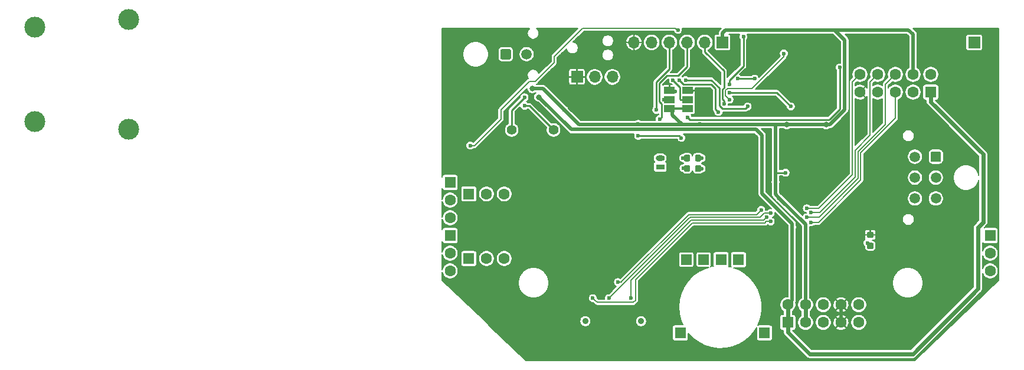
<source format=gbr>
G04 #@! TF.GenerationSoftware,KiCad,Pcbnew,5.1.5+dfsg1-2build2*
G04 #@! TF.CreationDate,2022-01-05T19:43:25+01:00*
G04 #@! TF.ProjectId,mre_addon_v2,6d72655f-6164-4646-9f6e-5f76322e6b69,V2.2*
G04 #@! TF.SameCoordinates,Original*
G04 #@! TF.FileFunction,Copper,L2,Bot*
G04 #@! TF.FilePolarity,Positive*
%FSLAX46Y46*%
G04 Gerber Fmt 4.6, Leading zero omitted, Abs format (unit mm)*
G04 Created by KiCad (PCBNEW 5.1.5+dfsg1-2build2) date 2022-01-05 19:43:25*
%MOMM*%
%LPD*%
G04 APERTURE LIST*
%ADD10C,2.999740*%
%ADD11C,0.100000*%
%ADD12R,1.700000X1.700000*%
%ADD13C,1.500000*%
%ADD14R,1.600000X1.600000*%
%ADD15C,1.600000*%
%ADD16R,1.300000X0.800000*%
%ADD17O,1.300000X0.800000*%
%ADD18R,1.524000X1.524000*%
%ADD19C,1.400000*%
%ADD20C,0.889000*%
%ADD21O,1.700000X1.700000*%
%ADD22R,1.500000X1.000000*%
%ADD23C,0.600000*%
%ADD24C,0.800000*%
%ADD25C,0.200000*%
%ADD26C,0.500000*%
%ADD27C,0.300000*%
%ADD28C,0.250000*%
%ADD29C,0.600000*%
G04 APERTURE END LIST*
D10*
X16951220Y-139599580D03*
X16951220Y-126000420D03*
X30448780Y-140699400D03*
X30448780Y-124900600D03*
G04 #@! TA.AperFunction,SMDPad,CuDef*
D11*
G36*
X137077691Y-155376053D02*
G01*
X137098926Y-155379203D01*
X137119750Y-155384419D01*
X137139962Y-155391651D01*
X137159368Y-155400830D01*
X137177781Y-155411866D01*
X137195024Y-155424654D01*
X137210930Y-155439070D01*
X137225346Y-155454976D01*
X137238134Y-155472219D01*
X137249170Y-155490632D01*
X137258349Y-155510038D01*
X137265581Y-155530250D01*
X137270797Y-155551074D01*
X137273947Y-155572309D01*
X137275000Y-155593750D01*
X137275000Y-156031250D01*
X137273947Y-156052691D01*
X137270797Y-156073926D01*
X137265581Y-156094750D01*
X137258349Y-156114962D01*
X137249170Y-156134368D01*
X137238134Y-156152781D01*
X137225346Y-156170024D01*
X137210930Y-156185930D01*
X137195024Y-156200346D01*
X137177781Y-156213134D01*
X137159368Y-156224170D01*
X137139962Y-156233349D01*
X137119750Y-156240581D01*
X137098926Y-156245797D01*
X137077691Y-156248947D01*
X137056250Y-156250000D01*
X136543750Y-156250000D01*
X136522309Y-156248947D01*
X136501074Y-156245797D01*
X136480250Y-156240581D01*
X136460038Y-156233349D01*
X136440632Y-156224170D01*
X136422219Y-156213134D01*
X136404976Y-156200346D01*
X136389070Y-156185930D01*
X136374654Y-156170024D01*
X136361866Y-156152781D01*
X136350830Y-156134368D01*
X136341651Y-156114962D01*
X136334419Y-156094750D01*
X136329203Y-156073926D01*
X136326053Y-156052691D01*
X136325000Y-156031250D01*
X136325000Y-155593750D01*
X136326053Y-155572309D01*
X136329203Y-155551074D01*
X136334419Y-155530250D01*
X136341651Y-155510038D01*
X136350830Y-155490632D01*
X136361866Y-155472219D01*
X136374654Y-155454976D01*
X136389070Y-155439070D01*
X136404976Y-155424654D01*
X136422219Y-155411866D01*
X136440632Y-155400830D01*
X136460038Y-155391651D01*
X136480250Y-155384419D01*
X136501074Y-155379203D01*
X136522309Y-155376053D01*
X136543750Y-155375000D01*
X137056250Y-155375000D01*
X137077691Y-155376053D01*
G37*
G04 #@! TD.AperFunction*
G04 #@! TA.AperFunction,SMDPad,CuDef*
G36*
X137077691Y-156951053D02*
G01*
X137098926Y-156954203D01*
X137119750Y-156959419D01*
X137139962Y-156966651D01*
X137159368Y-156975830D01*
X137177781Y-156986866D01*
X137195024Y-156999654D01*
X137210930Y-157014070D01*
X137225346Y-157029976D01*
X137238134Y-157047219D01*
X137249170Y-157065632D01*
X137258349Y-157085038D01*
X137265581Y-157105250D01*
X137270797Y-157126074D01*
X137273947Y-157147309D01*
X137275000Y-157168750D01*
X137275000Y-157606250D01*
X137273947Y-157627691D01*
X137270797Y-157648926D01*
X137265581Y-157669750D01*
X137258349Y-157689962D01*
X137249170Y-157709368D01*
X137238134Y-157727781D01*
X137225346Y-157745024D01*
X137210930Y-157760930D01*
X137195024Y-157775346D01*
X137177781Y-157788134D01*
X137159368Y-157799170D01*
X137139962Y-157808349D01*
X137119750Y-157815581D01*
X137098926Y-157820797D01*
X137077691Y-157823947D01*
X137056250Y-157825000D01*
X136543750Y-157825000D01*
X136522309Y-157823947D01*
X136501074Y-157820797D01*
X136480250Y-157815581D01*
X136460038Y-157808349D01*
X136440632Y-157799170D01*
X136422219Y-157788134D01*
X136404976Y-157775346D01*
X136389070Y-157760930D01*
X136374654Y-157745024D01*
X136361866Y-157727781D01*
X136350830Y-157709368D01*
X136341651Y-157689962D01*
X136334419Y-157669750D01*
X136329203Y-157648926D01*
X136326053Y-157627691D01*
X136325000Y-157606250D01*
X136325000Y-157168750D01*
X136326053Y-157147309D01*
X136329203Y-157126074D01*
X136334419Y-157105250D01*
X136341651Y-157085038D01*
X136350830Y-157065632D01*
X136361866Y-157047219D01*
X136374654Y-157029976D01*
X136389070Y-157014070D01*
X136404976Y-156999654D01*
X136422219Y-156986866D01*
X136440632Y-156975830D01*
X136460038Y-156966651D01*
X136480250Y-156959419D01*
X136501074Y-156954203D01*
X136522309Y-156951053D01*
X136543750Y-156950000D01*
X137056250Y-156950000D01*
X137077691Y-156951053D01*
G37*
G04 #@! TD.AperFunction*
G04 #@! TA.AperFunction,SMDPad,CuDef*
G36*
X112327691Y-145826053D02*
G01*
X112348926Y-145829203D01*
X112369750Y-145834419D01*
X112389962Y-145841651D01*
X112409368Y-145850830D01*
X112427781Y-145861866D01*
X112445024Y-145874654D01*
X112460930Y-145889070D01*
X112475346Y-145904976D01*
X112488134Y-145922219D01*
X112499170Y-145940632D01*
X112508349Y-145960038D01*
X112515581Y-145980250D01*
X112520797Y-146001074D01*
X112523947Y-146022309D01*
X112525000Y-146043750D01*
X112525000Y-146556250D01*
X112523947Y-146577691D01*
X112520797Y-146598926D01*
X112515581Y-146619750D01*
X112508349Y-146639962D01*
X112499170Y-146659368D01*
X112488134Y-146677781D01*
X112475346Y-146695024D01*
X112460930Y-146710930D01*
X112445024Y-146725346D01*
X112427781Y-146738134D01*
X112409368Y-146749170D01*
X112389962Y-146758349D01*
X112369750Y-146765581D01*
X112348926Y-146770797D01*
X112327691Y-146773947D01*
X112306250Y-146775000D01*
X111868750Y-146775000D01*
X111847309Y-146773947D01*
X111826074Y-146770797D01*
X111805250Y-146765581D01*
X111785038Y-146758349D01*
X111765632Y-146749170D01*
X111747219Y-146738134D01*
X111729976Y-146725346D01*
X111714070Y-146710930D01*
X111699654Y-146695024D01*
X111686866Y-146677781D01*
X111675830Y-146659368D01*
X111666651Y-146639962D01*
X111659419Y-146619750D01*
X111654203Y-146598926D01*
X111651053Y-146577691D01*
X111650000Y-146556250D01*
X111650000Y-146043750D01*
X111651053Y-146022309D01*
X111654203Y-146001074D01*
X111659419Y-145980250D01*
X111666651Y-145960038D01*
X111675830Y-145940632D01*
X111686866Y-145922219D01*
X111699654Y-145904976D01*
X111714070Y-145889070D01*
X111729976Y-145874654D01*
X111747219Y-145861866D01*
X111765632Y-145850830D01*
X111785038Y-145841651D01*
X111805250Y-145834419D01*
X111826074Y-145829203D01*
X111847309Y-145826053D01*
X111868750Y-145825000D01*
X112306250Y-145825000D01*
X112327691Y-145826053D01*
G37*
G04 #@! TD.AperFunction*
G04 #@! TA.AperFunction,SMDPad,CuDef*
G36*
X110752691Y-145826053D02*
G01*
X110773926Y-145829203D01*
X110794750Y-145834419D01*
X110814962Y-145841651D01*
X110834368Y-145850830D01*
X110852781Y-145861866D01*
X110870024Y-145874654D01*
X110885930Y-145889070D01*
X110900346Y-145904976D01*
X110913134Y-145922219D01*
X110924170Y-145940632D01*
X110933349Y-145960038D01*
X110940581Y-145980250D01*
X110945797Y-146001074D01*
X110948947Y-146022309D01*
X110950000Y-146043750D01*
X110950000Y-146556250D01*
X110948947Y-146577691D01*
X110945797Y-146598926D01*
X110940581Y-146619750D01*
X110933349Y-146639962D01*
X110924170Y-146659368D01*
X110913134Y-146677781D01*
X110900346Y-146695024D01*
X110885930Y-146710930D01*
X110870024Y-146725346D01*
X110852781Y-146738134D01*
X110834368Y-146749170D01*
X110814962Y-146758349D01*
X110794750Y-146765581D01*
X110773926Y-146770797D01*
X110752691Y-146773947D01*
X110731250Y-146775000D01*
X110293750Y-146775000D01*
X110272309Y-146773947D01*
X110251074Y-146770797D01*
X110230250Y-146765581D01*
X110210038Y-146758349D01*
X110190632Y-146749170D01*
X110172219Y-146738134D01*
X110154976Y-146725346D01*
X110139070Y-146710930D01*
X110124654Y-146695024D01*
X110111866Y-146677781D01*
X110100830Y-146659368D01*
X110091651Y-146639962D01*
X110084419Y-146619750D01*
X110079203Y-146598926D01*
X110076053Y-146577691D01*
X110075000Y-146556250D01*
X110075000Y-146043750D01*
X110076053Y-146022309D01*
X110079203Y-146001074D01*
X110084419Y-145980250D01*
X110091651Y-145960038D01*
X110100830Y-145940632D01*
X110111866Y-145922219D01*
X110124654Y-145904976D01*
X110139070Y-145889070D01*
X110154976Y-145874654D01*
X110172219Y-145861866D01*
X110190632Y-145850830D01*
X110210038Y-145841651D01*
X110230250Y-145834419D01*
X110251074Y-145829203D01*
X110272309Y-145826053D01*
X110293750Y-145825000D01*
X110731250Y-145825000D01*
X110752691Y-145826053D01*
G37*
G04 #@! TD.AperFunction*
G04 #@! TA.AperFunction,SMDPad,CuDef*
G36*
X112327691Y-144326053D02*
G01*
X112348926Y-144329203D01*
X112369750Y-144334419D01*
X112389962Y-144341651D01*
X112409368Y-144350830D01*
X112427781Y-144361866D01*
X112445024Y-144374654D01*
X112460930Y-144389070D01*
X112475346Y-144404976D01*
X112488134Y-144422219D01*
X112499170Y-144440632D01*
X112508349Y-144460038D01*
X112515581Y-144480250D01*
X112520797Y-144501074D01*
X112523947Y-144522309D01*
X112525000Y-144543750D01*
X112525000Y-145056250D01*
X112523947Y-145077691D01*
X112520797Y-145098926D01*
X112515581Y-145119750D01*
X112508349Y-145139962D01*
X112499170Y-145159368D01*
X112488134Y-145177781D01*
X112475346Y-145195024D01*
X112460930Y-145210930D01*
X112445024Y-145225346D01*
X112427781Y-145238134D01*
X112409368Y-145249170D01*
X112389962Y-145258349D01*
X112369750Y-145265581D01*
X112348926Y-145270797D01*
X112327691Y-145273947D01*
X112306250Y-145275000D01*
X111868750Y-145275000D01*
X111847309Y-145273947D01*
X111826074Y-145270797D01*
X111805250Y-145265581D01*
X111785038Y-145258349D01*
X111765632Y-145249170D01*
X111747219Y-145238134D01*
X111729976Y-145225346D01*
X111714070Y-145210930D01*
X111699654Y-145195024D01*
X111686866Y-145177781D01*
X111675830Y-145159368D01*
X111666651Y-145139962D01*
X111659419Y-145119750D01*
X111654203Y-145098926D01*
X111651053Y-145077691D01*
X111650000Y-145056250D01*
X111650000Y-144543750D01*
X111651053Y-144522309D01*
X111654203Y-144501074D01*
X111659419Y-144480250D01*
X111666651Y-144460038D01*
X111675830Y-144440632D01*
X111686866Y-144422219D01*
X111699654Y-144404976D01*
X111714070Y-144389070D01*
X111729976Y-144374654D01*
X111747219Y-144361866D01*
X111765632Y-144350830D01*
X111785038Y-144341651D01*
X111805250Y-144334419D01*
X111826074Y-144329203D01*
X111847309Y-144326053D01*
X111868750Y-144325000D01*
X112306250Y-144325000D01*
X112327691Y-144326053D01*
G37*
G04 #@! TD.AperFunction*
G04 #@! TA.AperFunction,SMDPad,CuDef*
G36*
X110752691Y-144326053D02*
G01*
X110773926Y-144329203D01*
X110794750Y-144334419D01*
X110814962Y-144341651D01*
X110834368Y-144350830D01*
X110852781Y-144361866D01*
X110870024Y-144374654D01*
X110885930Y-144389070D01*
X110900346Y-144404976D01*
X110913134Y-144422219D01*
X110924170Y-144440632D01*
X110933349Y-144460038D01*
X110940581Y-144480250D01*
X110945797Y-144501074D01*
X110948947Y-144522309D01*
X110950000Y-144543750D01*
X110950000Y-145056250D01*
X110948947Y-145077691D01*
X110945797Y-145098926D01*
X110940581Y-145119750D01*
X110933349Y-145139962D01*
X110924170Y-145159368D01*
X110913134Y-145177781D01*
X110900346Y-145195024D01*
X110885930Y-145210930D01*
X110870024Y-145225346D01*
X110852781Y-145238134D01*
X110834368Y-145249170D01*
X110814962Y-145258349D01*
X110794750Y-145265581D01*
X110773926Y-145270797D01*
X110752691Y-145273947D01*
X110731250Y-145275000D01*
X110293750Y-145275000D01*
X110272309Y-145273947D01*
X110251074Y-145270797D01*
X110230250Y-145265581D01*
X110210038Y-145258349D01*
X110190632Y-145249170D01*
X110172219Y-145238134D01*
X110154976Y-145225346D01*
X110139070Y-145210930D01*
X110124654Y-145195024D01*
X110111866Y-145177781D01*
X110100830Y-145159368D01*
X110091651Y-145139962D01*
X110084419Y-145119750D01*
X110079203Y-145098926D01*
X110076053Y-145077691D01*
X110075000Y-145056250D01*
X110075000Y-144543750D01*
X110076053Y-144522309D01*
X110079203Y-144501074D01*
X110084419Y-144480250D01*
X110091651Y-144460038D01*
X110100830Y-144440632D01*
X110111866Y-144422219D01*
X110124654Y-144404976D01*
X110139070Y-144389070D01*
X110154976Y-144374654D01*
X110172219Y-144361866D01*
X110190632Y-144350830D01*
X110210038Y-144341651D01*
X110230250Y-144334419D01*
X110251074Y-144329203D01*
X110272309Y-144326053D01*
X110293750Y-144325000D01*
X110731250Y-144325000D01*
X110752691Y-144326053D01*
G37*
G04 #@! TD.AperFunction*
D12*
X151700000Y-128200000D03*
D13*
X87500000Y-129900000D03*
G04 #@! TA.AperFunction,ComponentPad*
D11*
G36*
X85024053Y-129151206D02*
G01*
X85048370Y-129154813D01*
X85072216Y-129160786D01*
X85095362Y-129169068D01*
X85117585Y-129179579D01*
X85138670Y-129192217D01*
X85158416Y-129206861D01*
X85176630Y-129223370D01*
X85193139Y-129241584D01*
X85207783Y-129261330D01*
X85220421Y-129282415D01*
X85230932Y-129304638D01*
X85239214Y-129327784D01*
X85245187Y-129351630D01*
X85248794Y-129375947D01*
X85250000Y-129400500D01*
X85250000Y-130399500D01*
X85248794Y-130424053D01*
X85245187Y-130448370D01*
X85239214Y-130472216D01*
X85230932Y-130495362D01*
X85220421Y-130517585D01*
X85207783Y-130538670D01*
X85193139Y-130558416D01*
X85176630Y-130576630D01*
X85158416Y-130593139D01*
X85138670Y-130607783D01*
X85117585Y-130620421D01*
X85095362Y-130630932D01*
X85072216Y-130639214D01*
X85048370Y-130645187D01*
X85024053Y-130648794D01*
X84999500Y-130650000D01*
X84000500Y-130650000D01*
X83975947Y-130648794D01*
X83951630Y-130645187D01*
X83927784Y-130639214D01*
X83904638Y-130630932D01*
X83882415Y-130620421D01*
X83861330Y-130607783D01*
X83841584Y-130593139D01*
X83823370Y-130576630D01*
X83806861Y-130558416D01*
X83792217Y-130538670D01*
X83779579Y-130517585D01*
X83769068Y-130495362D01*
X83760786Y-130472216D01*
X83754813Y-130448370D01*
X83751206Y-130424053D01*
X83750000Y-130399500D01*
X83750000Y-129400500D01*
X83751206Y-129375947D01*
X83754813Y-129351630D01*
X83760786Y-129327784D01*
X83769068Y-129304638D01*
X83779579Y-129282415D01*
X83792217Y-129261330D01*
X83806861Y-129241584D01*
X83823370Y-129223370D01*
X83841584Y-129206861D01*
X83861330Y-129192217D01*
X83882415Y-129179579D01*
X83904638Y-129169068D01*
X83927784Y-129160786D01*
X83951630Y-129154813D01*
X83975947Y-129151206D01*
X84000500Y-129150000D01*
X84999500Y-129150000D01*
X85024053Y-129151206D01*
G37*
G04 #@! TD.AperFunction*
D13*
X87500000Y-129900000D03*
G04 #@! TA.AperFunction,ComponentPad*
D11*
G36*
X85024504Y-129151204D02*
G01*
X85048773Y-129154804D01*
X85072571Y-129160765D01*
X85095671Y-129169030D01*
X85117849Y-129179520D01*
X85138893Y-129192133D01*
X85158598Y-129206747D01*
X85176777Y-129223223D01*
X85193253Y-129241402D01*
X85207867Y-129261107D01*
X85220480Y-129282151D01*
X85230970Y-129304329D01*
X85239235Y-129327429D01*
X85245196Y-129351227D01*
X85248796Y-129375496D01*
X85250000Y-129400000D01*
X85250000Y-130400000D01*
X85248796Y-130424504D01*
X85245196Y-130448773D01*
X85239235Y-130472571D01*
X85230970Y-130495671D01*
X85220480Y-130517849D01*
X85207867Y-130538893D01*
X85193253Y-130558598D01*
X85176777Y-130576777D01*
X85158598Y-130593253D01*
X85138893Y-130607867D01*
X85117849Y-130620480D01*
X85095671Y-130630970D01*
X85072571Y-130639235D01*
X85048773Y-130645196D01*
X85024504Y-130648796D01*
X85000000Y-130650000D01*
X84000000Y-130650000D01*
X83975496Y-130648796D01*
X83951227Y-130645196D01*
X83927429Y-130639235D01*
X83904329Y-130630970D01*
X83882151Y-130620480D01*
X83861107Y-130607867D01*
X83841402Y-130593253D01*
X83823223Y-130576777D01*
X83806747Y-130558598D01*
X83792133Y-130538893D01*
X83779520Y-130517849D01*
X83769030Y-130495671D01*
X83760765Y-130472571D01*
X83754804Y-130448773D01*
X83751204Y-130424504D01*
X83750000Y-130400000D01*
X83750000Y-129400000D01*
X83751204Y-129375496D01*
X83754804Y-129351227D01*
X83760765Y-129327429D01*
X83769030Y-129304329D01*
X83779520Y-129282151D01*
X83792133Y-129261107D01*
X83806747Y-129241402D01*
X83823223Y-129223223D01*
X83841402Y-129206747D01*
X83861107Y-129192133D01*
X83882151Y-129179520D01*
X83904329Y-129169030D01*
X83927429Y-129160765D01*
X83951227Y-129154804D01*
X83975496Y-129151204D01*
X84000000Y-129150000D01*
X85000000Y-129150000D01*
X85024504Y-129151204D01*
G37*
G04 #@! TD.AperFunction*
D14*
X117900600Y-159360800D03*
X115400600Y-159360800D03*
D15*
X127513080Y-165839060D03*
X130053080Y-165839060D03*
X135133080Y-165839060D03*
X135133080Y-168379060D03*
X130053080Y-168379060D03*
X132593080Y-168379060D03*
X127513080Y-168379060D03*
X132593080Y-165839060D03*
X124973080Y-165839060D03*
D14*
X124973080Y-168379060D03*
X154000200Y-155910200D03*
D15*
X154000200Y-158450200D03*
X154000200Y-160990200D03*
D14*
X121615200Y-169880200D03*
X109550200Y-169880200D03*
X76530200Y-155910200D03*
D15*
X76530200Y-158450200D03*
X76530200Y-160990200D03*
D14*
X76530200Y-148290200D03*
D15*
X76530200Y-150830200D03*
X76530200Y-153370200D03*
D14*
X79197200Y-159212200D03*
D15*
X81737200Y-159212200D03*
X84277200Y-159212200D03*
D14*
X79197200Y-149941200D03*
D15*
X81737200Y-149941200D03*
X84277200Y-149941200D03*
D14*
X145478500Y-135336200D03*
D15*
X142938500Y-135336200D03*
X140398500Y-135336200D03*
X137858500Y-135336200D03*
X135318500Y-135336200D03*
X145478500Y-132796200D03*
X142938500Y-132796200D03*
X140398500Y-132796200D03*
X137858500Y-132796200D03*
X135318500Y-132796200D03*
D16*
X106654600Y-146055000D03*
D17*
X106654600Y-144810400D03*
D18*
X112900600Y-159360800D03*
X110400600Y-159360800D03*
D19*
X91360600Y-140771800D03*
X85360600Y-140771800D03*
D20*
X103914000Y-168207000D03*
X95914000Y-168207000D03*
D21*
X99805000Y-133150000D03*
X97265000Y-133150000D03*
D12*
X94725000Y-133150000D03*
D13*
X143200000Y-150600000D03*
X143200000Y-147600000D03*
X143200000Y-144600000D03*
X146200000Y-150600000D03*
X146200000Y-147600000D03*
G04 #@! TA.AperFunction,ComponentPad*
D11*
G36*
X146724053Y-143851206D02*
G01*
X146748370Y-143854813D01*
X146772216Y-143860786D01*
X146795362Y-143869068D01*
X146817585Y-143879579D01*
X146838670Y-143892217D01*
X146858416Y-143906861D01*
X146876630Y-143923370D01*
X146893139Y-143941584D01*
X146907783Y-143961330D01*
X146920421Y-143982415D01*
X146930932Y-144004638D01*
X146939214Y-144027784D01*
X146945187Y-144051630D01*
X146948794Y-144075947D01*
X146950000Y-144100500D01*
X146950000Y-145099500D01*
X146948794Y-145124053D01*
X146945187Y-145148370D01*
X146939214Y-145172216D01*
X146930932Y-145195362D01*
X146920421Y-145217585D01*
X146907783Y-145238670D01*
X146893139Y-145258416D01*
X146876630Y-145276630D01*
X146858416Y-145293139D01*
X146838670Y-145307783D01*
X146817585Y-145320421D01*
X146795362Y-145330932D01*
X146772216Y-145339214D01*
X146748370Y-145345187D01*
X146724053Y-145348794D01*
X146699500Y-145350000D01*
X145700500Y-145350000D01*
X145675947Y-145348794D01*
X145651630Y-145345187D01*
X145627784Y-145339214D01*
X145604638Y-145330932D01*
X145582415Y-145320421D01*
X145561330Y-145307783D01*
X145541584Y-145293139D01*
X145523370Y-145276630D01*
X145506861Y-145258416D01*
X145492217Y-145238670D01*
X145479579Y-145217585D01*
X145469068Y-145195362D01*
X145460786Y-145172216D01*
X145454813Y-145148370D01*
X145451206Y-145124053D01*
X145450000Y-145099500D01*
X145450000Y-144100500D01*
X145451206Y-144075947D01*
X145454813Y-144051630D01*
X145460786Y-144027784D01*
X145469068Y-144004638D01*
X145479579Y-143982415D01*
X145492217Y-143961330D01*
X145506861Y-143941584D01*
X145523370Y-143923370D01*
X145541584Y-143906861D01*
X145561330Y-143892217D01*
X145582415Y-143879579D01*
X145604638Y-143869068D01*
X145627784Y-143860786D01*
X145651630Y-143854813D01*
X145675947Y-143851206D01*
X145700500Y-143850000D01*
X146699500Y-143850000D01*
X146724053Y-143851206D01*
G37*
G04 #@! TD.AperFunction*
D13*
X143200000Y-150600000D03*
X143200000Y-147600000D03*
X143200000Y-144600000D03*
X146200000Y-150600000D03*
X146200000Y-147600000D03*
G04 #@! TA.AperFunction,ComponentPad*
D11*
G36*
X146724504Y-143851204D02*
G01*
X146748773Y-143854804D01*
X146772571Y-143860765D01*
X146795671Y-143869030D01*
X146817849Y-143879520D01*
X146838893Y-143892133D01*
X146858598Y-143906747D01*
X146876777Y-143923223D01*
X146893253Y-143941402D01*
X146907867Y-143961107D01*
X146920480Y-143982151D01*
X146930970Y-144004329D01*
X146939235Y-144027429D01*
X146945196Y-144051227D01*
X146948796Y-144075496D01*
X146950000Y-144100000D01*
X146950000Y-145100000D01*
X146948796Y-145124504D01*
X146945196Y-145148773D01*
X146939235Y-145172571D01*
X146930970Y-145195671D01*
X146920480Y-145217849D01*
X146907867Y-145238893D01*
X146893253Y-145258598D01*
X146876777Y-145276777D01*
X146858598Y-145293253D01*
X146838893Y-145307867D01*
X146817849Y-145320480D01*
X146795671Y-145330970D01*
X146772571Y-145339235D01*
X146748773Y-145345196D01*
X146724504Y-145348796D01*
X146700000Y-145350000D01*
X145700000Y-145350000D01*
X145675496Y-145348796D01*
X145651227Y-145345196D01*
X145627429Y-145339235D01*
X145604329Y-145330970D01*
X145582151Y-145320480D01*
X145561107Y-145307867D01*
X145541402Y-145293253D01*
X145523223Y-145276777D01*
X145506747Y-145258598D01*
X145492133Y-145238893D01*
X145479520Y-145217849D01*
X145469030Y-145195671D01*
X145460765Y-145172571D01*
X145454804Y-145148773D01*
X145451204Y-145124504D01*
X145450000Y-145100000D01*
X145450000Y-144100000D01*
X145451204Y-144075496D01*
X145454804Y-144051227D01*
X145460765Y-144027429D01*
X145469030Y-144004329D01*
X145479520Y-143982151D01*
X145492133Y-143961107D01*
X145506747Y-143941402D01*
X145523223Y-143923223D01*
X145541402Y-143906747D01*
X145561107Y-143892133D01*
X145582151Y-143879520D01*
X145604329Y-143869030D01*
X145627429Y-143860765D01*
X145651227Y-143854804D01*
X145675496Y-143851204D01*
X145700000Y-143850000D01*
X146700000Y-143850000D01*
X146724504Y-143851204D01*
G37*
G04 #@! TD.AperFunction*
D22*
X108000000Y-135100000D03*
X108000000Y-136400000D03*
X108000000Y-137700000D03*
X110600000Y-135100000D03*
X110600000Y-136400000D03*
X110600000Y-137700000D03*
D21*
X102900000Y-128200000D03*
X105440000Y-128200000D03*
X107980000Y-128200000D03*
X110520000Y-128200000D03*
X113060000Y-128200000D03*
D12*
X115600000Y-128200000D03*
D23*
X84000000Y-144700000D03*
X82600000Y-139200000D03*
X102500000Y-170000000D03*
X98200000Y-170000000D03*
X97400000Y-160200000D03*
D24*
X130200000Y-154200000D03*
X100800000Y-129800000D03*
X153800000Y-127400000D03*
X153800000Y-139000000D03*
X149300000Y-139000000D03*
D23*
X103500000Y-138400000D03*
X113100000Y-142100000D03*
X117200000Y-130800000D03*
X104800000Y-131000000D03*
D24*
X119400000Y-129800000D03*
X126600000Y-161200000D03*
D23*
X126600000Y-157000000D03*
X108800000Y-135200000D03*
X111200000Y-135200000D03*
D24*
X139200000Y-151800000D03*
X139200000Y-153000000D03*
X139200000Y-154200000D03*
X140400000Y-151800000D03*
X140400000Y-153000000D03*
X140400000Y-154200000D03*
X135000000Y-153000000D03*
X135000000Y-151800000D03*
X135000000Y-154200000D03*
X138000000Y-151800000D03*
X138000000Y-153000000D03*
X138000000Y-154200000D03*
X133600000Y-151800000D03*
X133600000Y-153000000D03*
X133600000Y-154200000D03*
X128400000Y-137400000D03*
X122800000Y-134200000D03*
X126600000Y-129800000D03*
X88300000Y-139200000D03*
D23*
X122350000Y-147550000D03*
D24*
X135300000Y-139000000D03*
X132588000Y-161200000D03*
D23*
X124100000Y-157000000D03*
D24*
X124000000Y-161200000D03*
D23*
X118050000Y-142100000D03*
D24*
X129100000Y-144300000D03*
X129100000Y-145400000D03*
X129100000Y-146500000D03*
X129100000Y-147600000D03*
X129100000Y-148700000D03*
X130200000Y-144300000D03*
X130200000Y-145400000D03*
X130200000Y-146500000D03*
X130200000Y-147600000D03*
X130200000Y-148700000D03*
X138500000Y-145400000D03*
X140000000Y-145400000D03*
X140000000Y-144400000D03*
X138500000Y-144400000D03*
X138500000Y-149400000D03*
X140000000Y-149400000D03*
D23*
X128300000Y-131800000D03*
X119200000Y-132400000D03*
X132400000Y-141400000D03*
X112800000Y-130800000D03*
X109200000Y-130800000D03*
X115000000Y-132800000D03*
X128400000Y-141400000D03*
X119800000Y-156000000D03*
X122800000Y-136400000D03*
X118600000Y-136800000D03*
X117200000Y-127400000D03*
X101200000Y-160200000D03*
D24*
X137900000Y-139000000D03*
X130900000Y-127400000D03*
X135300000Y-127400000D03*
D23*
X143600000Y-142500000D03*
X79400000Y-139200000D03*
X115700000Y-142100000D03*
X96100000Y-127400000D03*
X124000000Y-145050000D03*
X122350000Y-145050000D03*
X120800000Y-150800000D03*
X118100000Y-152000000D03*
X129100000Y-151300000D03*
X116100000Y-138400000D03*
X116600000Y-134200000D03*
X118600000Y-127400000D03*
X112400000Y-139900000D03*
X103500000Y-139900000D03*
D24*
X88300000Y-134800000D03*
D23*
X108400000Y-138400000D03*
D24*
X124800000Y-140000000D03*
D23*
X92900000Y-137900000D03*
X124650000Y-146900000D03*
D24*
X130450000Y-140000000D03*
D23*
X123750000Y-150550000D03*
X123200000Y-148250000D03*
X124400000Y-129800000D03*
X116600000Y-136400000D03*
X125600000Y-154700000D03*
D24*
X89250000Y-136050000D03*
D23*
X136398000Y-156972000D03*
X112600000Y-144800000D03*
X112600000Y-146300000D03*
X109400000Y-133600000D03*
X115000000Y-138200000D03*
X115800000Y-137000000D03*
X87200000Y-137300000D03*
X87200000Y-136100000D03*
X109950000Y-144800000D03*
X110000000Y-146250000D03*
X106100000Y-137900000D03*
X106600000Y-139200000D03*
X102500000Y-164900000D03*
X127700000Y-153300000D03*
X121900000Y-153300000D03*
X100600000Y-162600000D03*
X121150000Y-152250000D03*
X127700000Y-152000000D03*
X99300000Y-164900000D03*
X122500000Y-152700000D03*
X128300000Y-152600000D03*
X97000000Y-164900000D03*
X122500000Y-153900000D03*
X128300000Y-154000000D03*
X79400000Y-143000000D03*
X109200000Y-126400000D03*
X108500000Y-133600000D03*
X107200000Y-136400000D03*
X117800000Y-133400000D03*
X120200000Y-133400000D03*
X125400000Y-137400000D03*
X116600000Y-135400000D03*
X119200000Y-137400000D03*
X110300000Y-133600000D03*
X110600000Y-139000000D03*
X132400000Y-131800000D03*
X103500000Y-141600000D03*
X109700000Y-141900000D03*
D25*
X114611998Y-138700000D02*
X114711999Y-138800001D01*
X114500000Y-138700000D02*
X114611998Y-138700000D01*
D26*
X132593080Y-165839060D02*
X132593080Y-168379060D01*
D27*
X108100000Y-135200000D02*
X108000000Y-135100000D01*
X108800000Y-135200000D02*
X108100000Y-135200000D01*
D25*
X114711999Y-138800001D02*
X115299999Y-138800001D01*
X115699999Y-138800001D02*
X115299999Y-138800001D01*
X116100000Y-138400000D02*
X115699999Y-138800001D01*
D28*
X116600000Y-133600000D02*
X116600000Y-134200000D01*
X118600000Y-131600000D02*
X116600000Y-133600000D01*
X118600000Y-127400000D02*
X118600000Y-131600000D01*
D29*
X127513080Y-168379060D02*
X127513080Y-165839060D01*
D26*
X127513080Y-154313080D02*
X123750000Y-150550000D01*
X127513080Y-165839060D02*
X127513080Y-154313080D01*
X123200000Y-141200000D02*
X123200000Y-141000000D01*
X123200000Y-150000000D02*
X123200000Y-148250000D01*
D27*
X110600000Y-137700000D02*
X108000000Y-137700000D01*
D28*
X110700000Y-137800000D02*
X110600000Y-137700000D01*
D26*
X108400000Y-138100000D02*
X108000000Y-137700000D01*
X108400000Y-138600000D02*
X108400000Y-138100000D01*
X109800000Y-140000000D02*
X108400000Y-138600000D01*
X123200000Y-140200000D02*
X123000000Y-140000000D01*
X123200000Y-141200000D02*
X123200000Y-140200000D01*
X124800000Y-140000000D02*
X123000000Y-140000000D01*
X123000000Y-140000000D02*
X111300000Y-140000000D01*
X111300000Y-140000000D02*
X109800000Y-140000000D01*
X94989998Y-140000000D02*
X94144999Y-139155001D01*
X109800000Y-140000000D02*
X94989998Y-140000000D01*
X115600000Y-126850000D02*
X115600000Y-128200000D01*
X116050000Y-126400000D02*
X115600000Y-126850000D01*
X133150001Y-127850001D02*
X131700000Y-126400000D01*
X133150001Y-137863185D02*
X133150001Y-127850001D01*
X131013186Y-140000000D02*
X133150001Y-137863185D01*
X131700000Y-126400000D02*
X116050000Y-126400000D01*
X124800000Y-140000000D02*
X130450000Y-140000000D01*
X142938500Y-132796200D02*
X142938500Y-127061500D01*
X142277000Y-126400000D02*
X131700000Y-126400000D01*
X142938500Y-127061500D02*
X142277000Y-126400000D01*
X89800000Y-134800000D02*
X89900000Y-134900000D01*
X88300000Y-134800000D02*
X89800000Y-134800000D01*
X94144999Y-139155001D02*
X89900000Y-134900000D01*
X130450000Y-140000000D02*
X131013186Y-140000000D01*
X123750000Y-150550000D02*
X123200000Y-150000000D01*
D28*
X124650000Y-146900000D02*
X123200000Y-146900000D01*
D26*
X123200000Y-146900000D02*
X123200000Y-141200000D01*
X123200000Y-148250000D02*
X123200000Y-146900000D01*
D25*
X119824264Y-134800000D02*
X124400000Y-130224264D01*
X116311998Y-134800000D02*
X119824264Y-134800000D01*
X115999999Y-135111999D02*
X116311998Y-134800000D01*
X124400000Y-130224264D02*
X124400000Y-129800000D01*
X115999999Y-135799999D02*
X115999999Y-135111999D01*
X116600000Y-136400000D02*
X115999999Y-135799999D01*
D29*
X124973080Y-165839060D02*
X124973080Y-168379060D01*
D26*
X125600000Y-165212140D02*
X124973080Y-165839060D01*
X125600000Y-154200000D02*
X125600000Y-154700000D01*
X121265399Y-149865399D02*
X125600000Y-154200000D01*
X121265399Y-141534601D02*
X121265399Y-149865399D01*
X120430808Y-140700010D02*
X121265399Y-141534601D01*
X93900010Y-140700010D02*
X120430808Y-140700010D01*
D29*
X152247600Y-154752400D02*
X152247600Y-163552400D01*
X153000000Y-154000000D02*
X152247600Y-154752400D01*
X153000000Y-144257700D02*
X153000000Y-154000000D01*
X145478500Y-136736200D02*
X153000000Y-144257700D01*
X145478500Y-135336200D02*
X145478500Y-136736200D01*
D26*
X125600000Y-154700000D02*
X125600000Y-165212140D01*
X89250000Y-136050000D02*
X93900010Y-140700010D01*
D29*
X124973080Y-168379060D02*
X124973080Y-169779060D01*
X128094020Y-172900000D02*
X142900000Y-172900000D01*
X124973080Y-169779060D02*
X128094020Y-172900000D01*
X152247600Y-163552400D02*
X142900000Y-172900000D01*
D28*
X136800000Y-157374000D02*
X136398000Y-156972000D01*
X136800000Y-157387500D02*
X136800000Y-157374000D01*
X112600000Y-144800000D02*
X112087500Y-144800000D01*
X112600000Y-146300000D02*
X112087500Y-146300000D01*
X113974999Y-134225001D02*
X114600000Y-134850002D01*
X114600001Y-137800001D02*
X115000000Y-138200000D01*
X114600000Y-134850002D02*
X114600001Y-137800001D01*
X110025001Y-134225001D02*
X109400000Y-133600000D01*
X110074999Y-134225001D02*
X110025001Y-134225001D01*
X110074999Y-134225001D02*
X113974999Y-134225001D01*
X115800000Y-136575736D02*
X115800000Y-137000000D01*
X115574989Y-136350725D02*
X115800000Y-136575736D01*
X115574989Y-134935955D02*
X115574989Y-136350725D01*
X115800000Y-134710944D02*
X115574989Y-134935955D01*
X113060000Y-129560000D02*
X115800000Y-132300000D01*
X113060000Y-128200000D02*
X113060000Y-129560000D01*
X115800000Y-132300000D02*
X115800000Y-134710944D01*
X87888800Y-137300000D02*
X91360600Y-140771800D01*
X87200000Y-137300000D02*
X87888800Y-137300000D01*
X85360600Y-137939400D02*
X85360600Y-140771800D01*
X87200000Y-136100000D02*
X85360600Y-137939400D01*
X110512500Y-144800000D02*
X109950000Y-144800000D01*
X110050000Y-146300000D02*
X110000000Y-146250000D01*
X110512500Y-146300000D02*
X110050000Y-146300000D01*
X107980000Y-131983590D02*
X107980000Y-128200000D01*
X106099981Y-133863609D02*
X107980000Y-131983590D01*
X106099980Y-137899980D02*
X106099981Y-133863609D01*
X106100000Y-137900000D02*
X106099980Y-137899980D01*
X106899999Y-137025001D02*
X106899999Y-138900001D01*
X106549990Y-136674992D02*
X106899999Y-137025001D01*
X107625001Y-132974999D02*
X106549990Y-134050010D01*
X106899999Y-138900001D02*
X106600000Y-139200000D01*
X110520000Y-131680000D02*
X109225001Y-132974999D01*
X106549990Y-134050010D02*
X106549990Y-136674992D01*
X109225001Y-132974999D02*
X107625001Y-132974999D01*
X110520000Y-130680000D02*
X110520000Y-131680000D01*
X110520000Y-128200000D02*
X110520000Y-130680000D01*
X110520000Y-130680000D02*
X110520000Y-131280000D01*
D25*
X138958501Y-139941499D02*
X135018519Y-143881481D01*
X138958501Y-134236199D02*
X138958501Y-139941499D01*
X140398500Y-132796200D02*
X138958501Y-134236199D01*
X135018519Y-147711178D02*
X135018519Y-146718519D01*
X129429697Y-153300000D02*
X135018519Y-147711178D01*
X127700000Y-153300000D02*
X129429697Y-153300000D01*
X135018519Y-146718519D02*
X135018519Y-147100000D01*
X135018519Y-143881481D02*
X135018519Y-146718519D01*
X121499999Y-153700001D02*
X111099999Y-153700001D01*
X121900000Y-153300000D02*
X121499999Y-153700001D01*
X102500000Y-162300000D02*
X102500000Y-164900000D01*
X111099999Y-153700001D02*
X102500000Y-162300000D01*
X134218499Y-133896201D02*
X134218499Y-147181501D01*
X135318500Y-132796200D02*
X134218499Y-133896201D01*
X129400000Y-152000000D02*
X134218499Y-147181501D01*
X127700000Y-152000000D02*
X129400000Y-152000000D01*
X101034302Y-162600000D02*
X101067151Y-162567151D01*
X100600000Y-162600000D02*
X101034302Y-162600000D01*
X120900000Y-152500000D02*
X121150000Y-152250000D01*
X120500010Y-152899990D02*
X120900000Y-152500000D01*
X110734310Y-152899990D02*
X120500010Y-152899990D01*
X101034302Y-162599999D02*
X110734310Y-152899990D01*
X101034302Y-162600000D02*
X101034302Y-162599999D01*
X136758499Y-133896201D02*
X137858500Y-132796200D01*
X136758499Y-141541501D02*
X136758499Y-133896201D01*
X134618509Y-143681491D02*
X136758499Y-141541501D01*
X134618509Y-147545489D02*
X134618509Y-143681491D01*
X129563998Y-152600000D02*
X134618509Y-147545489D01*
X128300000Y-152600000D02*
X129563998Y-152600000D01*
X110875000Y-153325000D02*
X99300000Y-164900000D01*
X110934301Y-153300000D02*
X110909301Y-153325000D01*
X110909301Y-153325000D02*
X110875000Y-153325000D01*
X121588002Y-152700000D02*
X120988002Y-153300000D01*
X120988002Y-153300000D02*
X110934301Y-153300000D01*
X122500000Y-152700000D02*
X121588002Y-152700000D01*
X140398500Y-135336200D02*
X140398500Y-139067198D01*
X140398500Y-139067198D02*
X135418529Y-144047169D01*
X135418529Y-147945469D02*
X135418529Y-145518529D01*
X129363998Y-154000000D02*
X135418529Y-147945469D01*
X128300000Y-154000000D02*
X129363998Y-154000000D01*
X135418529Y-145518529D02*
X135418529Y-146600000D01*
X135418529Y-144047169D02*
X135418529Y-145518529D01*
X121665688Y-154100011D02*
X111265687Y-154100011D01*
X121865699Y-153900000D02*
X121665688Y-154100011D01*
X122500000Y-153900000D02*
X121865699Y-153900000D01*
X97299999Y-165199999D02*
X97000000Y-164900000D01*
X97600001Y-165500001D02*
X97299999Y-165199999D01*
X102788001Y-165500001D02*
X97600001Y-165500001D01*
X103100001Y-165188001D02*
X102788001Y-165500001D01*
X103100001Y-162265697D02*
X103100001Y-165188001D01*
X111265687Y-154100011D02*
X103100001Y-162265697D01*
X95549874Y-126150126D02*
X108599999Y-126146014D01*
X108846014Y-126146014D02*
X108599999Y-126146014D01*
X109100000Y-126400000D02*
X108846014Y-126146014D01*
X109200000Y-126400000D02*
X109100000Y-126400000D01*
X88724002Y-133800000D02*
X87900000Y-133800000D01*
X91450000Y-130250000D02*
X91450000Y-131074002D01*
X91450000Y-131074002D02*
X88724002Y-133800000D01*
X91450000Y-130250000D02*
X95549874Y-126150126D01*
X84935590Y-136764410D02*
X87900000Y-133800000D01*
X79400000Y-143000000D02*
X80000000Y-143000000D01*
X84935590Y-136764410D02*
X83800000Y-137900000D01*
X83800000Y-137900000D02*
X83800000Y-139200000D01*
X80000000Y-143000000D02*
X83800000Y-139200000D01*
D28*
X109524999Y-134789997D02*
X109524999Y-136324999D01*
X109600000Y-136400000D02*
X110600000Y-136400000D01*
X109524999Y-136324999D02*
X109600000Y-136400000D01*
X109524999Y-134624999D02*
X108500000Y-133600000D01*
X109524999Y-134789997D02*
X109524999Y-134624999D01*
X107000000Y-136400000D02*
X108000000Y-136400000D01*
X117800000Y-133400000D02*
X120200000Y-133400000D01*
X123400000Y-135400000D02*
X125400000Y-137400000D01*
X116600000Y-135400000D02*
X123400000Y-135400000D01*
X118900001Y-137699999D02*
X119200000Y-137400000D01*
X115574997Y-137699999D02*
X118900001Y-137699999D01*
X115124979Y-134738573D02*
X115124979Y-137249981D01*
X115124979Y-137249981D02*
X115574997Y-137699999D01*
X113986406Y-133600000D02*
X115124979Y-134738573D01*
X110200000Y-133600000D02*
X113986406Y-133600000D01*
X132400000Y-137800000D02*
X132400000Y-131800000D01*
X130974989Y-139225011D02*
X131300000Y-138900000D01*
X131300000Y-138900000D02*
X132400000Y-137800000D01*
X131025001Y-139174999D02*
X131300000Y-138900000D01*
X130925001Y-139274999D02*
X131025001Y-139174999D01*
X130574999Y-139274999D02*
X130925001Y-139274999D01*
X130574999Y-139274999D02*
X130798001Y-139274999D01*
X110925001Y-139274999D02*
X112674999Y-139274999D01*
X110900000Y-139300000D02*
X110925001Y-139274999D01*
X112674999Y-139274999D02*
X130574999Y-139274999D01*
X110600000Y-139000000D02*
X110900000Y-139300000D01*
X109400001Y-141600001D02*
X109700000Y-141900000D01*
X103500000Y-141600000D02*
X109400001Y-141600001D01*
D25*
G36*
X155221513Y-162372064D02*
G01*
X143180601Y-173839600D01*
X87401066Y-173839600D01*
X82424861Y-169080200D01*
X108394488Y-169080200D01*
X108394488Y-170680200D01*
X108401323Y-170749596D01*
X108421565Y-170816325D01*
X108454436Y-170877823D01*
X108498674Y-170931726D01*
X108552577Y-170975964D01*
X108614075Y-171008835D01*
X108680804Y-171029077D01*
X108750200Y-171035912D01*
X110350200Y-171035912D01*
X110419596Y-171029077D01*
X110486325Y-171008835D01*
X110547823Y-170975964D01*
X110601726Y-170931726D01*
X110645964Y-170877823D01*
X110678835Y-170816325D01*
X110699077Y-170749596D01*
X110705912Y-170680200D01*
X110705912Y-169941079D01*
X111377502Y-170641803D01*
X112190433Y-171243044D01*
X113093281Y-171698250D01*
X114060072Y-171994326D01*
X115062994Y-172122756D01*
X116073195Y-172079843D01*
X117061612Y-171866823D01*
X117999812Y-171489823D01*
X118860803Y-170959690D01*
X119619816Y-170291674D01*
X120255017Y-169504993D01*
X120459488Y-169138973D01*
X120459488Y-170680200D01*
X120466323Y-170749596D01*
X120486565Y-170816325D01*
X120519436Y-170877823D01*
X120563674Y-170931726D01*
X120617577Y-170975964D01*
X120679075Y-171008835D01*
X120745804Y-171029077D01*
X120815200Y-171035912D01*
X122415200Y-171035912D01*
X122484596Y-171029077D01*
X122551325Y-171008835D01*
X122612823Y-170975964D01*
X122666726Y-170931726D01*
X122710964Y-170877823D01*
X122743835Y-170816325D01*
X122764077Y-170749596D01*
X122770912Y-170680200D01*
X122770912Y-169080200D01*
X122764077Y-169010804D01*
X122743835Y-168944075D01*
X122710964Y-168882577D01*
X122666726Y-168828674D01*
X122612823Y-168784436D01*
X122551325Y-168751565D01*
X122484596Y-168731323D01*
X122415200Y-168724488D01*
X120815200Y-168724488D01*
X120745804Y-168731323D01*
X120679075Y-168751565D01*
X120674558Y-168753979D01*
X120748131Y-168622278D01*
X121084973Y-167668924D01*
X121255851Y-166672356D01*
X121255851Y-165661244D01*
X121084973Y-164664676D01*
X120748131Y-163711322D01*
X120255017Y-162828607D01*
X119619816Y-162041926D01*
X118860803Y-161373910D01*
X117999812Y-160843777D01*
X117185382Y-160516512D01*
X118700600Y-160516512D01*
X118769996Y-160509677D01*
X118836725Y-160489435D01*
X118898223Y-160456564D01*
X118952126Y-160412326D01*
X118996364Y-160358423D01*
X119029235Y-160296925D01*
X119049477Y-160230196D01*
X119056312Y-160160800D01*
X119056312Y-158560800D01*
X119049477Y-158491404D01*
X119029235Y-158424675D01*
X118996364Y-158363177D01*
X118952126Y-158309274D01*
X118898223Y-158265036D01*
X118836725Y-158232165D01*
X118769996Y-158211923D01*
X118700600Y-158205088D01*
X117100600Y-158205088D01*
X117031204Y-158211923D01*
X116964475Y-158232165D01*
X116902977Y-158265036D01*
X116849074Y-158309274D01*
X116804836Y-158363177D01*
X116771965Y-158424675D01*
X116751723Y-158491404D01*
X116744888Y-158560800D01*
X116744888Y-160160800D01*
X116751723Y-160230196D01*
X116771965Y-160296925D01*
X116804836Y-160358423D01*
X116849074Y-160412326D01*
X116863360Y-160424050D01*
X116502818Y-160346348D01*
X116529235Y-160296925D01*
X116549477Y-160230196D01*
X116556312Y-160160800D01*
X116556312Y-158560800D01*
X116549477Y-158491404D01*
X116529235Y-158424675D01*
X116496364Y-158363177D01*
X116452126Y-158309274D01*
X116398223Y-158265036D01*
X116336725Y-158232165D01*
X116269996Y-158211923D01*
X116200600Y-158205088D01*
X114600600Y-158205088D01*
X114531204Y-158211923D01*
X114464475Y-158232165D01*
X114402977Y-158265036D01*
X114349074Y-158309274D01*
X114304836Y-158363177D01*
X114271965Y-158424675D01*
X114251723Y-158491404D01*
X114244888Y-158560800D01*
X114244888Y-160160800D01*
X114251723Y-160230196D01*
X114271965Y-160296925D01*
X114279576Y-160311165D01*
X114060072Y-160339274D01*
X113895381Y-160389710D01*
X113914126Y-160374326D01*
X113958364Y-160320423D01*
X113991235Y-160258925D01*
X114011477Y-160192196D01*
X114018312Y-160122800D01*
X114018312Y-158598800D01*
X114011477Y-158529404D01*
X113991235Y-158462675D01*
X113958364Y-158401177D01*
X113914126Y-158347274D01*
X113860223Y-158303036D01*
X113798725Y-158270165D01*
X113731996Y-158249923D01*
X113662600Y-158243088D01*
X112138600Y-158243088D01*
X112069204Y-158249923D01*
X112002475Y-158270165D01*
X111940977Y-158303036D01*
X111887074Y-158347274D01*
X111842836Y-158401177D01*
X111809965Y-158462675D01*
X111789723Y-158529404D01*
X111782888Y-158598800D01*
X111782888Y-160122800D01*
X111789723Y-160192196D01*
X111809965Y-160258925D01*
X111842836Y-160320423D01*
X111887074Y-160374326D01*
X111940977Y-160418564D01*
X112002475Y-160451435D01*
X112069204Y-160471677D01*
X112138600Y-160478512D01*
X113605412Y-160478512D01*
X113093281Y-160635350D01*
X112190433Y-161090556D01*
X111377502Y-161691797D01*
X110677874Y-162421775D01*
X110111677Y-163259491D01*
X109695199Y-164180845D01*
X109440421Y-165159331D01*
X109354673Y-166166800D01*
X109440421Y-167174269D01*
X109695199Y-168152755D01*
X109953638Y-168724488D01*
X108750200Y-168724488D01*
X108680804Y-168731323D01*
X108614075Y-168751565D01*
X108552577Y-168784436D01*
X108498674Y-168828674D01*
X108454436Y-168882577D01*
X108421565Y-168944075D01*
X108401323Y-169010804D01*
X108394488Y-169080200D01*
X82424861Y-169080200D01*
X81429656Y-168128355D01*
X95115500Y-168128355D01*
X95115500Y-168285645D01*
X95146186Y-168439914D01*
X95206378Y-168585232D01*
X95293764Y-168716014D01*
X95404986Y-168827236D01*
X95535768Y-168914622D01*
X95681086Y-168974814D01*
X95835355Y-169005500D01*
X95992645Y-169005500D01*
X96146914Y-168974814D01*
X96292232Y-168914622D01*
X96423014Y-168827236D01*
X96534236Y-168716014D01*
X96621622Y-168585232D01*
X96681814Y-168439914D01*
X96712500Y-168285645D01*
X96712500Y-168128355D01*
X103115500Y-168128355D01*
X103115500Y-168285645D01*
X103146186Y-168439914D01*
X103206378Y-168585232D01*
X103293764Y-168716014D01*
X103404986Y-168827236D01*
X103535768Y-168914622D01*
X103681086Y-168974814D01*
X103835355Y-169005500D01*
X103992645Y-169005500D01*
X104146914Y-168974814D01*
X104292232Y-168914622D01*
X104423014Y-168827236D01*
X104534236Y-168716014D01*
X104621622Y-168585232D01*
X104681814Y-168439914D01*
X104712500Y-168285645D01*
X104712500Y-168128355D01*
X104681814Y-167974086D01*
X104621622Y-167828768D01*
X104534236Y-167697986D01*
X104423014Y-167586764D01*
X104292232Y-167499378D01*
X104146914Y-167439186D01*
X103992645Y-167408500D01*
X103835355Y-167408500D01*
X103681086Y-167439186D01*
X103535768Y-167499378D01*
X103404986Y-167586764D01*
X103293764Y-167697986D01*
X103206378Y-167828768D01*
X103146186Y-167974086D01*
X103115500Y-168128355D01*
X96712500Y-168128355D01*
X96681814Y-167974086D01*
X96621622Y-167828768D01*
X96534236Y-167697986D01*
X96423014Y-167586764D01*
X96292232Y-167499378D01*
X96146914Y-167439186D01*
X95992645Y-167408500D01*
X95835355Y-167408500D01*
X95681086Y-167439186D01*
X95535768Y-167499378D01*
X95404986Y-167586764D01*
X95293764Y-167697986D01*
X95206378Y-167828768D01*
X95146186Y-167974086D01*
X95115500Y-168128355D01*
X81429656Y-168128355D01*
X75512509Y-162469010D01*
X86280309Y-162469010D01*
X86280309Y-162904990D01*
X86365365Y-163332593D01*
X86532207Y-163735386D01*
X86774425Y-164097891D01*
X87082709Y-164406175D01*
X87445214Y-164648393D01*
X87848007Y-164815235D01*
X88275610Y-164900291D01*
X88711590Y-164900291D01*
X89139193Y-164815235D01*
X89541986Y-164648393D01*
X89904491Y-164406175D01*
X90212775Y-164097891D01*
X90454993Y-163735386D01*
X90621835Y-163332593D01*
X90706891Y-162904990D01*
X90706891Y-162469010D01*
X90621835Y-162041407D01*
X90454993Y-161638614D01*
X90212775Y-161276109D01*
X89904491Y-160967825D01*
X89541986Y-160725607D01*
X89139193Y-160558765D01*
X88711590Y-160473709D01*
X88275610Y-160473709D01*
X87848007Y-160558765D01*
X87445214Y-160725607D01*
X87082709Y-160967825D01*
X86774425Y-161276109D01*
X86532207Y-161638614D01*
X86365365Y-162041407D01*
X86280309Y-162469010D01*
X75512509Y-162469010D01*
X75385087Y-162347140D01*
X75384254Y-161144350D01*
X75420547Y-161326809D01*
X75507538Y-161536824D01*
X75633829Y-161725832D01*
X75794568Y-161886571D01*
X75983576Y-162012862D01*
X76193591Y-162099853D01*
X76416541Y-162144200D01*
X76643859Y-162144200D01*
X76866809Y-162099853D01*
X77076824Y-162012862D01*
X77265832Y-161886571D01*
X77426571Y-161725832D01*
X77552862Y-161536824D01*
X77639853Y-161326809D01*
X77684200Y-161103859D01*
X77684200Y-160876541D01*
X77639853Y-160653591D01*
X77552862Y-160443576D01*
X77426571Y-160254568D01*
X77265832Y-160093829D01*
X77076824Y-159967538D01*
X76866809Y-159880547D01*
X76643859Y-159836200D01*
X76416541Y-159836200D01*
X76193591Y-159880547D01*
X75983576Y-159967538D01*
X75794568Y-160093829D01*
X75633829Y-160254568D01*
X75507538Y-160443576D01*
X75420547Y-160653591D01*
X75384041Y-160837119D01*
X75382489Y-158595477D01*
X75420547Y-158786809D01*
X75507538Y-158996824D01*
X75633829Y-159185832D01*
X75794568Y-159346571D01*
X75983576Y-159472862D01*
X76193591Y-159559853D01*
X76416541Y-159604200D01*
X76643859Y-159604200D01*
X76866809Y-159559853D01*
X77076824Y-159472862D01*
X77265832Y-159346571D01*
X77426571Y-159185832D01*
X77552862Y-158996824D01*
X77639853Y-158786809D01*
X77684200Y-158563859D01*
X77684200Y-158412200D01*
X78041488Y-158412200D01*
X78041488Y-160012200D01*
X78048323Y-160081596D01*
X78068565Y-160148325D01*
X78101436Y-160209823D01*
X78145674Y-160263726D01*
X78199577Y-160307964D01*
X78261075Y-160340835D01*
X78327804Y-160361077D01*
X78397200Y-160367912D01*
X79997200Y-160367912D01*
X80066596Y-160361077D01*
X80133325Y-160340835D01*
X80194823Y-160307964D01*
X80248726Y-160263726D01*
X80292964Y-160209823D01*
X80325835Y-160148325D01*
X80346077Y-160081596D01*
X80352912Y-160012200D01*
X80352912Y-159098541D01*
X80583200Y-159098541D01*
X80583200Y-159325859D01*
X80627547Y-159548809D01*
X80714538Y-159758824D01*
X80840829Y-159947832D01*
X81001568Y-160108571D01*
X81190576Y-160234862D01*
X81400591Y-160321853D01*
X81623541Y-160366200D01*
X81850859Y-160366200D01*
X82073809Y-160321853D01*
X82283824Y-160234862D01*
X82472832Y-160108571D01*
X82633571Y-159947832D01*
X82759862Y-159758824D01*
X82846853Y-159548809D01*
X82891200Y-159325859D01*
X82891200Y-159098541D01*
X83123200Y-159098541D01*
X83123200Y-159325859D01*
X83167547Y-159548809D01*
X83254538Y-159758824D01*
X83380829Y-159947832D01*
X83541568Y-160108571D01*
X83730576Y-160234862D01*
X83940591Y-160321853D01*
X84163541Y-160366200D01*
X84390859Y-160366200D01*
X84613809Y-160321853D01*
X84823824Y-160234862D01*
X85012832Y-160108571D01*
X85173571Y-159947832D01*
X85299862Y-159758824D01*
X85386853Y-159548809D01*
X85431200Y-159325859D01*
X85431200Y-159098541D01*
X85386853Y-158875591D01*
X85299862Y-158665576D01*
X85173571Y-158476568D01*
X85012832Y-158315829D01*
X84823824Y-158189538D01*
X84613809Y-158102547D01*
X84390859Y-158058200D01*
X84163541Y-158058200D01*
X83940591Y-158102547D01*
X83730576Y-158189538D01*
X83541568Y-158315829D01*
X83380829Y-158476568D01*
X83254538Y-158665576D01*
X83167547Y-158875591D01*
X83123200Y-159098541D01*
X82891200Y-159098541D01*
X82846853Y-158875591D01*
X82759862Y-158665576D01*
X82633571Y-158476568D01*
X82472832Y-158315829D01*
X82283824Y-158189538D01*
X82073809Y-158102547D01*
X81850859Y-158058200D01*
X81623541Y-158058200D01*
X81400591Y-158102547D01*
X81190576Y-158189538D01*
X81001568Y-158315829D01*
X80840829Y-158476568D01*
X80714538Y-158665576D01*
X80627547Y-158875591D01*
X80583200Y-159098541D01*
X80352912Y-159098541D01*
X80352912Y-158412200D01*
X80346077Y-158342804D01*
X80325835Y-158276075D01*
X80292964Y-158214577D01*
X80248726Y-158160674D01*
X80194823Y-158116436D01*
X80133325Y-158083565D01*
X80066596Y-158063323D01*
X79997200Y-158056488D01*
X78397200Y-158056488D01*
X78327804Y-158063323D01*
X78261075Y-158083565D01*
X78199577Y-158116436D01*
X78145674Y-158160674D01*
X78101436Y-158214577D01*
X78068565Y-158276075D01*
X78048323Y-158342804D01*
X78041488Y-158412200D01*
X77684200Y-158412200D01*
X77684200Y-158336541D01*
X77639853Y-158113591D01*
X77552862Y-157903576D01*
X77426571Y-157714568D01*
X77265832Y-157553829D01*
X77076824Y-157427538D01*
X76866809Y-157340547D01*
X76643859Y-157296200D01*
X76416541Y-157296200D01*
X76193591Y-157340547D01*
X75983576Y-157427538D01*
X75794568Y-157553829D01*
X75633829Y-157714568D01*
X75507538Y-157903576D01*
X75420547Y-158113591D01*
X75382289Y-158305932D01*
X75381231Y-156778661D01*
X75381323Y-156779596D01*
X75401565Y-156846325D01*
X75434436Y-156907823D01*
X75478674Y-156961726D01*
X75532577Y-157005964D01*
X75594075Y-157038835D01*
X75660804Y-157059077D01*
X75730200Y-157065912D01*
X77330200Y-157065912D01*
X77399596Y-157059077D01*
X77466325Y-157038835D01*
X77527823Y-157005964D01*
X77581726Y-156961726D01*
X77625964Y-156907823D01*
X77658835Y-156846325D01*
X77679077Y-156779596D01*
X77685912Y-156710200D01*
X77685912Y-155110200D01*
X77679077Y-155040804D01*
X77658835Y-154974075D01*
X77625964Y-154912577D01*
X77581726Y-154858674D01*
X77527823Y-154814436D01*
X77466325Y-154781565D01*
X77399596Y-154761323D01*
X77330200Y-154754488D01*
X75730200Y-154754488D01*
X75660804Y-154761323D01*
X75594075Y-154781565D01*
X75532577Y-154814436D01*
X75478674Y-154858674D01*
X75434436Y-154912577D01*
X75401565Y-154974075D01*
X75381323Y-155040804D01*
X75380036Y-155053866D01*
X75378959Y-153497729D01*
X75420547Y-153706809D01*
X75507538Y-153916824D01*
X75633829Y-154105832D01*
X75794568Y-154266571D01*
X75983576Y-154392862D01*
X76193591Y-154479853D01*
X76416541Y-154524200D01*
X76643859Y-154524200D01*
X76866809Y-154479853D01*
X77076824Y-154392862D01*
X77265832Y-154266571D01*
X77426571Y-154105832D01*
X77552862Y-153916824D01*
X77639853Y-153706809D01*
X77684200Y-153483859D01*
X77684200Y-153256541D01*
X77639853Y-153033591D01*
X77552862Y-152823576D01*
X77426571Y-152634568D01*
X77265832Y-152473829D01*
X77076824Y-152347538D01*
X76866809Y-152260547D01*
X76643859Y-152216200D01*
X76416541Y-152216200D01*
X76193591Y-152260547D01*
X75983576Y-152347538D01*
X75794568Y-152473829D01*
X75633829Y-152634568D01*
X75507538Y-152823576D01*
X75420547Y-153033591D01*
X75378783Y-153243556D01*
X75377194Y-150948855D01*
X75420547Y-151166809D01*
X75507538Y-151376824D01*
X75633829Y-151565832D01*
X75794568Y-151726571D01*
X75983576Y-151852862D01*
X76193591Y-151939853D01*
X76416541Y-151984200D01*
X76643859Y-151984200D01*
X76866809Y-151939853D01*
X77076824Y-151852862D01*
X77265832Y-151726571D01*
X77426571Y-151565832D01*
X77552862Y-151376824D01*
X77639853Y-151166809D01*
X77684200Y-150943859D01*
X77684200Y-150716541D01*
X77639853Y-150493591D01*
X77552862Y-150283576D01*
X77426571Y-150094568D01*
X77265832Y-149933829D01*
X77076824Y-149807538D01*
X76866809Y-149720547D01*
X76643859Y-149676200D01*
X76416541Y-149676200D01*
X76193591Y-149720547D01*
X75983576Y-149807538D01*
X75794568Y-149933829D01*
X75633829Y-150094568D01*
X75507538Y-150283576D01*
X75420547Y-150493591D01*
X75377030Y-150712368D01*
X75375917Y-149104706D01*
X75381323Y-149159596D01*
X75401565Y-149226325D01*
X75434436Y-149287823D01*
X75478674Y-149341726D01*
X75532577Y-149385964D01*
X75594075Y-149418835D01*
X75660804Y-149439077D01*
X75730200Y-149445912D01*
X77330200Y-149445912D01*
X77399596Y-149439077D01*
X77466325Y-149418835D01*
X77527823Y-149385964D01*
X77581726Y-149341726D01*
X77625964Y-149287823D01*
X77658835Y-149226325D01*
X77679077Y-149159596D01*
X77680888Y-149141200D01*
X78041488Y-149141200D01*
X78041488Y-150741200D01*
X78048323Y-150810596D01*
X78068565Y-150877325D01*
X78101436Y-150938823D01*
X78145674Y-150992726D01*
X78199577Y-151036964D01*
X78261075Y-151069835D01*
X78327804Y-151090077D01*
X78397200Y-151096912D01*
X79997200Y-151096912D01*
X80066596Y-151090077D01*
X80133325Y-151069835D01*
X80194823Y-151036964D01*
X80248726Y-150992726D01*
X80292964Y-150938823D01*
X80325835Y-150877325D01*
X80346077Y-150810596D01*
X80352912Y-150741200D01*
X80352912Y-149827541D01*
X80583200Y-149827541D01*
X80583200Y-150054859D01*
X80627547Y-150277809D01*
X80714538Y-150487824D01*
X80840829Y-150676832D01*
X81001568Y-150837571D01*
X81190576Y-150963862D01*
X81400591Y-151050853D01*
X81623541Y-151095200D01*
X81850859Y-151095200D01*
X82073809Y-151050853D01*
X82283824Y-150963862D01*
X82472832Y-150837571D01*
X82633571Y-150676832D01*
X82759862Y-150487824D01*
X82846853Y-150277809D01*
X82891200Y-150054859D01*
X82891200Y-149827541D01*
X83123200Y-149827541D01*
X83123200Y-150054859D01*
X83167547Y-150277809D01*
X83254538Y-150487824D01*
X83380829Y-150676832D01*
X83541568Y-150837571D01*
X83730576Y-150963862D01*
X83940591Y-151050853D01*
X84163541Y-151095200D01*
X84390859Y-151095200D01*
X84613809Y-151050853D01*
X84823824Y-150963862D01*
X85012832Y-150837571D01*
X85173571Y-150676832D01*
X85299862Y-150487824D01*
X85386853Y-150277809D01*
X85431200Y-150054859D01*
X85431200Y-149827541D01*
X85386853Y-149604591D01*
X85299862Y-149394576D01*
X85173571Y-149205568D01*
X85012832Y-149044829D01*
X84823824Y-148918538D01*
X84613809Y-148831547D01*
X84390859Y-148787200D01*
X84163541Y-148787200D01*
X83940591Y-148831547D01*
X83730576Y-148918538D01*
X83541568Y-149044829D01*
X83380829Y-149205568D01*
X83254538Y-149394576D01*
X83167547Y-149604591D01*
X83123200Y-149827541D01*
X82891200Y-149827541D01*
X82846853Y-149604591D01*
X82759862Y-149394576D01*
X82633571Y-149205568D01*
X82472832Y-149044829D01*
X82283824Y-148918538D01*
X82073809Y-148831547D01*
X81850859Y-148787200D01*
X81623541Y-148787200D01*
X81400591Y-148831547D01*
X81190576Y-148918538D01*
X81001568Y-149044829D01*
X80840829Y-149205568D01*
X80714538Y-149394576D01*
X80627547Y-149604591D01*
X80583200Y-149827541D01*
X80352912Y-149827541D01*
X80352912Y-149141200D01*
X80346077Y-149071804D01*
X80325835Y-149005075D01*
X80292964Y-148943577D01*
X80248726Y-148889674D01*
X80194823Y-148845436D01*
X80133325Y-148812565D01*
X80066596Y-148792323D01*
X79997200Y-148785488D01*
X78397200Y-148785488D01*
X78327804Y-148792323D01*
X78261075Y-148812565D01*
X78199577Y-148845436D01*
X78145674Y-148889674D01*
X78101436Y-148943577D01*
X78068565Y-149005075D01*
X78048323Y-149071804D01*
X78041488Y-149141200D01*
X77680888Y-149141200D01*
X77685912Y-149090200D01*
X77685912Y-147490200D01*
X77679077Y-147420804D01*
X77658835Y-147354075D01*
X77625964Y-147292577D01*
X77581726Y-147238674D01*
X77527823Y-147194436D01*
X77466325Y-147161565D01*
X77399596Y-147141323D01*
X77330200Y-147134488D01*
X75730200Y-147134488D01*
X75660804Y-147141323D01*
X75594075Y-147161565D01*
X75532577Y-147194436D01*
X75478674Y-147238674D01*
X75434436Y-147292577D01*
X75401565Y-147354075D01*
X75381323Y-147420804D01*
X75374796Y-147487068D01*
X75372943Y-144810400D01*
X105646952Y-144810400D01*
X105661510Y-144958210D01*
X105704625Y-145100339D01*
X105774639Y-145231327D01*
X105857465Y-145332250D01*
X105806977Y-145359236D01*
X105753074Y-145403474D01*
X105708836Y-145457377D01*
X105675965Y-145518875D01*
X105655723Y-145585604D01*
X105648888Y-145655000D01*
X105648888Y-146455000D01*
X105655723Y-146524396D01*
X105675965Y-146591125D01*
X105708836Y-146652623D01*
X105753074Y-146706526D01*
X105806977Y-146750764D01*
X105868475Y-146783635D01*
X105935204Y-146803877D01*
X106004600Y-146810712D01*
X107304600Y-146810712D01*
X107373996Y-146803877D01*
X107440725Y-146783635D01*
X107502223Y-146750764D01*
X107556126Y-146706526D01*
X107600364Y-146652623D01*
X107633235Y-146591125D01*
X107653477Y-146524396D01*
X107660312Y-146455000D01*
X107660312Y-145655000D01*
X107653477Y-145585604D01*
X107633235Y-145518875D01*
X107600364Y-145457377D01*
X107556126Y-145403474D01*
X107502223Y-145359236D01*
X107451735Y-145332250D01*
X107534561Y-145231327D01*
X107604575Y-145100339D01*
X107647690Y-144958210D01*
X107662248Y-144810400D01*
X107654880Y-144735587D01*
X109296000Y-144735587D01*
X109296000Y-144864413D01*
X109321133Y-144990765D01*
X109370433Y-145109785D01*
X109442005Y-145216900D01*
X109533100Y-145307995D01*
X109640215Y-145379567D01*
X109759235Y-145428867D01*
X109879632Y-145452816D01*
X109887544Y-145462456D01*
X109974596Y-145533898D01*
X110004721Y-145550000D01*
X109974596Y-145566102D01*
X109938165Y-145596000D01*
X109935587Y-145596000D01*
X109809235Y-145621133D01*
X109690215Y-145670433D01*
X109583100Y-145742005D01*
X109492005Y-145833100D01*
X109420433Y-145940215D01*
X109371133Y-146059235D01*
X109346000Y-146185587D01*
X109346000Y-146314413D01*
X109371133Y-146440765D01*
X109420433Y-146559785D01*
X109492005Y-146666900D01*
X109583100Y-146757995D01*
X109690215Y-146829567D01*
X109809235Y-146878867D01*
X109820838Y-146881175D01*
X109887544Y-146962456D01*
X109974596Y-147033898D01*
X110073913Y-147086984D01*
X110181678Y-147119674D01*
X110293750Y-147130712D01*
X110731250Y-147130712D01*
X110843322Y-147119674D01*
X110951087Y-147086984D01*
X111050404Y-147033898D01*
X111137456Y-146962456D01*
X111208898Y-146875404D01*
X111261984Y-146776087D01*
X111294674Y-146668322D01*
X111300000Y-146614246D01*
X111305326Y-146668322D01*
X111338016Y-146776087D01*
X111391102Y-146875404D01*
X111462544Y-146962456D01*
X111549596Y-147033898D01*
X111648913Y-147086984D01*
X111756678Y-147119674D01*
X111868750Y-147130712D01*
X112306250Y-147130712D01*
X112418322Y-147119674D01*
X112526087Y-147086984D01*
X112625404Y-147033898D01*
X112712456Y-146962456D01*
X112730122Y-146940930D01*
X112790765Y-146928867D01*
X112909785Y-146879567D01*
X113016900Y-146807995D01*
X113107995Y-146716900D01*
X113179567Y-146609785D01*
X113228867Y-146490765D01*
X113254000Y-146364413D01*
X113254000Y-146235587D01*
X113228867Y-146109235D01*
X113179567Y-145990215D01*
X113107995Y-145883100D01*
X113016900Y-145792005D01*
X112909785Y-145720433D01*
X112790765Y-145671133D01*
X112730122Y-145659070D01*
X112712456Y-145637544D01*
X112625404Y-145566102D01*
X112595279Y-145550000D01*
X112625404Y-145533898D01*
X112712456Y-145462456D01*
X112730122Y-145440930D01*
X112790765Y-145428867D01*
X112909785Y-145379567D01*
X113016900Y-145307995D01*
X113107995Y-145216900D01*
X113179567Y-145109785D01*
X113228867Y-144990765D01*
X113254000Y-144864413D01*
X113254000Y-144735587D01*
X113228867Y-144609235D01*
X113179567Y-144490215D01*
X113107995Y-144383100D01*
X113016900Y-144292005D01*
X112909785Y-144220433D01*
X112790765Y-144171133D01*
X112730122Y-144159070D01*
X112712456Y-144137544D01*
X112625404Y-144066102D01*
X112526087Y-144013016D01*
X112418322Y-143980326D01*
X112306250Y-143969288D01*
X111868750Y-143969288D01*
X111756678Y-143980326D01*
X111648913Y-144013016D01*
X111549596Y-144066102D01*
X111462544Y-144137544D01*
X111391102Y-144224596D01*
X111338016Y-144323913D01*
X111305326Y-144431678D01*
X111300000Y-144485754D01*
X111294674Y-144431678D01*
X111261984Y-144323913D01*
X111208898Y-144224596D01*
X111137456Y-144137544D01*
X111050404Y-144066102D01*
X110951087Y-144013016D01*
X110843322Y-143980326D01*
X110731250Y-143969288D01*
X110293750Y-143969288D01*
X110181678Y-143980326D01*
X110073913Y-144013016D01*
X109974596Y-144066102D01*
X109887544Y-144137544D01*
X109879632Y-144147184D01*
X109759235Y-144171133D01*
X109640215Y-144220433D01*
X109533100Y-144292005D01*
X109442005Y-144383100D01*
X109370433Y-144490215D01*
X109321133Y-144609235D01*
X109296000Y-144735587D01*
X107654880Y-144735587D01*
X107647690Y-144662590D01*
X107604575Y-144520461D01*
X107534561Y-144389473D01*
X107440338Y-144274662D01*
X107325527Y-144180439D01*
X107194539Y-144110425D01*
X107052410Y-144067310D01*
X106941639Y-144056400D01*
X106367561Y-144056400D01*
X106256790Y-144067310D01*
X106114661Y-144110425D01*
X105983673Y-144180439D01*
X105868862Y-144274662D01*
X105774639Y-144389473D01*
X105704625Y-144520461D01*
X105661510Y-144662590D01*
X105646952Y-144810400D01*
X75372943Y-144810400D01*
X75362491Y-129717397D01*
X78326000Y-129717397D01*
X78326000Y-130082603D01*
X78397248Y-130440792D01*
X78537006Y-130778198D01*
X78739904Y-131081856D01*
X78998144Y-131340096D01*
X79301802Y-131542994D01*
X79639208Y-131682752D01*
X79997397Y-131754000D01*
X80362603Y-131754000D01*
X80720792Y-131682752D01*
X81058198Y-131542994D01*
X81361856Y-131340096D01*
X81620096Y-131081856D01*
X81822994Y-130778198D01*
X81962752Y-130440792D01*
X82034000Y-130082603D01*
X82034000Y-129717397D01*
X81970867Y-129400000D01*
X83394288Y-129400000D01*
X83394288Y-130400000D01*
X83405927Y-130518169D01*
X83440395Y-130631796D01*
X83496369Y-130736516D01*
X83571697Y-130828303D01*
X83663484Y-130903631D01*
X83768204Y-130959605D01*
X83881831Y-130994073D01*
X84000000Y-131005712D01*
X85000000Y-131005712D01*
X85118169Y-130994073D01*
X85231796Y-130959605D01*
X85336516Y-130903631D01*
X85428303Y-130828303D01*
X85503631Y-130736516D01*
X85559605Y-130631796D01*
X85594073Y-130518169D01*
X85605712Y-130400000D01*
X85605712Y-129791265D01*
X86396000Y-129791265D01*
X86396000Y-130008735D01*
X86438426Y-130222025D01*
X86521648Y-130422940D01*
X86642467Y-130603759D01*
X86796241Y-130757533D01*
X86977060Y-130878352D01*
X87177975Y-130961574D01*
X87391265Y-131004000D01*
X87608735Y-131004000D01*
X87822025Y-130961574D01*
X88022940Y-130878352D01*
X88203759Y-130757533D01*
X88357533Y-130603759D01*
X88478352Y-130422940D01*
X88561574Y-130222025D01*
X88604000Y-130008735D01*
X88604000Y-129791265D01*
X88561574Y-129577975D01*
X88478352Y-129377060D01*
X88357533Y-129196241D01*
X88203759Y-129042467D01*
X88022940Y-128921648D01*
X87822025Y-128838426D01*
X87608735Y-128796000D01*
X87391265Y-128796000D01*
X87177975Y-128838426D01*
X86977060Y-128921648D01*
X86796241Y-129042467D01*
X86642467Y-129196241D01*
X86521648Y-129377060D01*
X86438426Y-129577975D01*
X86396000Y-129791265D01*
X85605712Y-129791265D01*
X85605712Y-129400000D01*
X85594073Y-129281831D01*
X85559605Y-129168204D01*
X85503631Y-129063484D01*
X85428303Y-128971697D01*
X85336516Y-128896369D01*
X85231796Y-128840395D01*
X85118169Y-128805927D01*
X85000000Y-128794288D01*
X84000000Y-128794288D01*
X83881831Y-128805927D01*
X83768204Y-128840395D01*
X83663484Y-128896369D01*
X83571697Y-128971697D01*
X83496369Y-129063484D01*
X83440395Y-129168204D01*
X83405927Y-129281831D01*
X83394288Y-129400000D01*
X81970867Y-129400000D01*
X81962752Y-129359208D01*
X81822994Y-129021802D01*
X81620096Y-128718144D01*
X81361856Y-128459904D01*
X81058198Y-128257006D01*
X80720792Y-128117248D01*
X80362603Y-128046000D01*
X79997397Y-128046000D01*
X79639208Y-128117248D01*
X79301802Y-128257006D01*
X78998144Y-128459904D01*
X78739904Y-128718144D01*
X78537006Y-129021802D01*
X78397248Y-129359208D01*
X78326000Y-129717397D01*
X75362491Y-129717397D01*
X75360062Y-126210480D01*
X87940715Y-126206515D01*
X87895607Y-126236655D01*
X87776655Y-126355607D01*
X87683195Y-126495479D01*
X87618819Y-126650897D01*
X87586000Y-126815888D01*
X87586000Y-126984112D01*
X87618819Y-127149103D01*
X87683195Y-127304521D01*
X87776655Y-127444393D01*
X87895607Y-127563345D01*
X88035479Y-127656805D01*
X88190897Y-127721181D01*
X88355888Y-127754000D01*
X88524112Y-127754000D01*
X88689103Y-127721181D01*
X88844521Y-127656805D01*
X88984393Y-127563345D01*
X89103345Y-127444393D01*
X89196805Y-127304521D01*
X89261181Y-127149103D01*
X89294000Y-126984112D01*
X89294000Y-126815888D01*
X89261181Y-126650897D01*
X89196805Y-126495479D01*
X89103345Y-126355607D01*
X88984393Y-126236655D01*
X88938815Y-126206200D01*
X94853611Y-126204336D01*
X91144742Y-129913205D01*
X91127421Y-129927421D01*
X91070687Y-129996552D01*
X91028530Y-130075422D01*
X91002570Y-130161002D01*
X90996000Y-130227706D01*
X90996000Y-130227712D01*
X90993805Y-130250000D01*
X90996000Y-130272288D01*
X90996001Y-130885948D01*
X89252357Y-132629593D01*
X89196805Y-132495479D01*
X89103345Y-132355607D01*
X88984393Y-132236655D01*
X88844521Y-132143195D01*
X88689103Y-132078819D01*
X88524112Y-132046000D01*
X88355888Y-132046000D01*
X88190897Y-132078819D01*
X88035479Y-132143195D01*
X87895607Y-132236655D01*
X87776655Y-132355607D01*
X87683195Y-132495479D01*
X87618819Y-132650897D01*
X87586000Y-132815888D01*
X87586000Y-132984112D01*
X87618819Y-133149103D01*
X87683195Y-133304521D01*
X87731429Y-133376708D01*
X87725421Y-133378530D01*
X87646551Y-133420687D01*
X87577421Y-133477421D01*
X87563210Y-133494737D01*
X84630334Y-136427614D01*
X84630328Y-136427619D01*
X83494742Y-137563206D01*
X83477421Y-137577421D01*
X83420687Y-137646552D01*
X83383669Y-137715808D01*
X83378530Y-137725422D01*
X83355847Y-137800200D01*
X83352570Y-137811002D01*
X83346000Y-137877706D01*
X83346000Y-137877712D01*
X83343805Y-137900000D01*
X83346000Y-137922288D01*
X83346001Y-139011946D01*
X79841421Y-142516526D01*
X79816900Y-142492005D01*
X79709785Y-142420433D01*
X79590765Y-142371133D01*
X79464413Y-142346000D01*
X79335587Y-142346000D01*
X79209235Y-142371133D01*
X79090215Y-142420433D01*
X78983100Y-142492005D01*
X78892005Y-142583100D01*
X78820433Y-142690215D01*
X78771133Y-142809235D01*
X78746000Y-142935587D01*
X78746000Y-143064413D01*
X78771133Y-143190765D01*
X78820433Y-143309785D01*
X78892005Y-143416900D01*
X78983100Y-143507995D01*
X79090215Y-143579567D01*
X79209235Y-143628867D01*
X79335587Y-143654000D01*
X79464413Y-143654000D01*
X79590765Y-143628867D01*
X79709785Y-143579567D01*
X79816900Y-143507995D01*
X79870895Y-143454000D01*
X79977712Y-143454000D01*
X80000000Y-143456195D01*
X80022288Y-143454000D01*
X80022295Y-143454000D01*
X80088999Y-143447430D01*
X80174579Y-143421470D01*
X80253449Y-143379313D01*
X80322579Y-143322579D01*
X80336794Y-143305258D01*
X82974062Y-140667990D01*
X84306600Y-140667990D01*
X84306600Y-140875610D01*
X84347104Y-141079241D01*
X84426557Y-141271056D01*
X84541905Y-141443686D01*
X84688714Y-141590495D01*
X84861344Y-141705843D01*
X85053159Y-141785296D01*
X85256790Y-141825800D01*
X85464410Y-141825800D01*
X85668041Y-141785296D01*
X85859856Y-141705843D01*
X86032486Y-141590495D01*
X86179295Y-141443686D01*
X86294643Y-141271056D01*
X86374096Y-141079241D01*
X86414600Y-140875610D01*
X86414600Y-140667990D01*
X86374096Y-140464359D01*
X86294643Y-140272544D01*
X86179295Y-140099914D01*
X86032486Y-139953105D01*
X85859856Y-139837757D01*
X85839600Y-139829367D01*
X85839600Y-138137807D01*
X86557115Y-137420293D01*
X86571133Y-137490765D01*
X86620433Y-137609785D01*
X86692005Y-137716900D01*
X86783100Y-137807995D01*
X86890215Y-137879567D01*
X87009235Y-137928867D01*
X87135587Y-137954000D01*
X87264413Y-137954000D01*
X87390765Y-137928867D01*
X87509785Y-137879567D01*
X87616900Y-137807995D01*
X87645895Y-137779000D01*
X87690393Y-137779000D01*
X90355495Y-140444102D01*
X90347104Y-140464359D01*
X90306600Y-140667990D01*
X90306600Y-140875610D01*
X90347104Y-141079241D01*
X90426557Y-141271056D01*
X90541905Y-141443686D01*
X90688714Y-141590495D01*
X90861344Y-141705843D01*
X91053159Y-141785296D01*
X91256790Y-141825800D01*
X91464410Y-141825800D01*
X91668041Y-141785296D01*
X91859856Y-141705843D01*
X92032486Y-141590495D01*
X92179295Y-141443686D01*
X92294643Y-141271056D01*
X92374096Y-141079241D01*
X92414600Y-140875610D01*
X92414600Y-140667990D01*
X92374096Y-140464359D01*
X92294643Y-140272544D01*
X92179295Y-140099914D01*
X92032486Y-139953105D01*
X91859856Y-139837757D01*
X91668041Y-139758304D01*
X91464410Y-139717800D01*
X91256790Y-139717800D01*
X91053159Y-139758304D01*
X91032902Y-139766695D01*
X88244147Y-136977940D01*
X88229143Y-136959657D01*
X88156205Y-136899800D01*
X88072992Y-136855321D01*
X87982700Y-136827931D01*
X87912326Y-136821000D01*
X87912323Y-136821000D01*
X87888800Y-136818683D01*
X87865277Y-136821000D01*
X87645895Y-136821000D01*
X87616900Y-136792005D01*
X87509785Y-136720433D01*
X87460456Y-136700000D01*
X87509785Y-136679567D01*
X87616900Y-136607995D01*
X87707995Y-136516900D01*
X87779567Y-136409785D01*
X87828867Y-136290765D01*
X87854000Y-136164413D01*
X87854000Y-136035587D01*
X87828867Y-135909235D01*
X87779567Y-135790215D01*
X87707995Y-135683100D01*
X87616900Y-135592005D01*
X87509785Y-135520433D01*
X87390765Y-135471133D01*
X87264413Y-135446000D01*
X87135587Y-135446000D01*
X87009235Y-135471133D01*
X86890215Y-135520433D01*
X86783100Y-135592005D01*
X86692005Y-135683100D01*
X86620433Y-135790215D01*
X86571133Y-135909235D01*
X86546000Y-136035587D01*
X86546000Y-136076591D01*
X85038540Y-137584053D01*
X85020257Y-137599057D01*
X84960400Y-137671995D01*
X84915921Y-137755209D01*
X84888531Y-137845501D01*
X84882376Y-137907995D01*
X84879283Y-137939400D01*
X84881600Y-137962923D01*
X84881601Y-139829366D01*
X84861344Y-139837757D01*
X84688714Y-139953105D01*
X84541905Y-140099914D01*
X84426557Y-140272544D01*
X84347104Y-140464359D01*
X84306600Y-140667990D01*
X82974062Y-140667990D01*
X84105263Y-139536790D01*
X84122579Y-139522579D01*
X84179313Y-139453449D01*
X84221470Y-139374579D01*
X84247430Y-139288999D01*
X84254000Y-139222295D01*
X84254000Y-139222288D01*
X84256195Y-139200000D01*
X84254000Y-139177712D01*
X84254000Y-138088052D01*
X85272381Y-137069672D01*
X85272386Y-137069666D01*
X87546000Y-134796053D01*
X87546000Y-134874262D01*
X87574976Y-135019934D01*
X87631814Y-135157153D01*
X87714330Y-135280647D01*
X87819353Y-135385670D01*
X87942847Y-135468186D01*
X88080066Y-135525024D01*
X88225738Y-135554000D01*
X88374262Y-135554000D01*
X88519934Y-135525024D01*
X88657153Y-135468186D01*
X88753214Y-135404000D01*
X88859643Y-135404000D01*
X88769353Y-135464330D01*
X88664330Y-135569353D01*
X88581814Y-135692847D01*
X88524976Y-135830066D01*
X88496000Y-135975738D01*
X88496000Y-136124262D01*
X88524976Y-136269934D01*
X88581814Y-136407153D01*
X88664330Y-136530647D01*
X88769353Y-136635670D01*
X88892847Y-136718186D01*
X89030066Y-136775024D01*
X89143379Y-136797563D01*
X93451937Y-141106122D01*
X93470851Y-141129169D01*
X93562822Y-141204647D01*
X93667751Y-141260733D01*
X93764941Y-141290215D01*
X93781605Y-141295270D01*
X93900009Y-141306932D01*
X93929676Y-141304010D01*
X102914719Y-141304010D01*
X102871133Y-141409235D01*
X102846000Y-141535587D01*
X102846000Y-141664413D01*
X102871133Y-141790765D01*
X102920433Y-141909785D01*
X102992005Y-142016900D01*
X103083100Y-142107995D01*
X103190215Y-142179567D01*
X103309235Y-142228867D01*
X103435587Y-142254000D01*
X103564413Y-142254000D01*
X103690765Y-142228867D01*
X103809785Y-142179567D01*
X103916900Y-142107995D01*
X103945896Y-142078999D01*
X109068793Y-142079001D01*
X109071133Y-142090765D01*
X109120433Y-142209785D01*
X109192005Y-142316900D01*
X109283100Y-142407995D01*
X109390215Y-142479567D01*
X109509235Y-142528867D01*
X109635587Y-142554000D01*
X109764413Y-142554000D01*
X109890765Y-142528867D01*
X110009785Y-142479567D01*
X110116900Y-142407995D01*
X110207995Y-142316900D01*
X110279567Y-142209785D01*
X110328867Y-142090765D01*
X110354000Y-141964413D01*
X110354000Y-141835587D01*
X110328867Y-141709235D01*
X110279567Y-141590215D01*
X110207995Y-141483100D01*
X110116900Y-141392005D01*
X110009785Y-141320433D01*
X109970137Y-141304010D01*
X120180624Y-141304010D01*
X120661399Y-141784786D01*
X120661400Y-149835722D01*
X120658477Y-149865399D01*
X120670139Y-149983803D01*
X120704677Y-150097658D01*
X120715767Y-150118405D01*
X120760763Y-150202587D01*
X120836241Y-150294558D01*
X120859288Y-150313472D01*
X122598620Y-152052804D01*
X122564413Y-152046000D01*
X122435587Y-152046000D01*
X122309235Y-152071133D01*
X122190215Y-152120433D01*
X122083100Y-152192005D01*
X122029105Y-152246000D01*
X121804000Y-152246000D01*
X121804000Y-152185587D01*
X121778867Y-152059235D01*
X121729567Y-151940215D01*
X121657995Y-151833100D01*
X121566900Y-151742005D01*
X121459785Y-151670433D01*
X121340765Y-151621133D01*
X121214413Y-151596000D01*
X121085587Y-151596000D01*
X120959235Y-151621133D01*
X120840215Y-151670433D01*
X120733100Y-151742005D01*
X120642005Y-151833100D01*
X120570433Y-151940215D01*
X120521133Y-152059235D01*
X120496000Y-152185587D01*
X120496000Y-152261947D01*
X120311958Y-152445990D01*
X110756598Y-152445990D01*
X110734310Y-152443795D01*
X110712022Y-152445990D01*
X110712015Y-152445990D01*
X110653731Y-152451731D01*
X110645310Y-152452560D01*
X110575195Y-152473829D01*
X110559731Y-152478520D01*
X110480861Y-152520677D01*
X110411731Y-152577411D01*
X110397520Y-152594727D01*
X100946970Y-162045279D01*
X100909785Y-162020433D01*
X100790765Y-161971133D01*
X100664413Y-161946000D01*
X100535587Y-161946000D01*
X100409235Y-161971133D01*
X100290215Y-162020433D01*
X100183100Y-162092005D01*
X100092005Y-162183100D01*
X100020433Y-162290215D01*
X99971133Y-162409235D01*
X99946000Y-162535587D01*
X99946000Y-162664413D01*
X99971133Y-162790765D01*
X100020433Y-162909785D01*
X100092005Y-163016900D01*
X100183100Y-163107995D01*
X100290215Y-163179567D01*
X100352558Y-163205390D01*
X99311948Y-164246000D01*
X99235587Y-164246000D01*
X99109235Y-164271133D01*
X98990215Y-164320433D01*
X98883100Y-164392005D01*
X98792005Y-164483100D01*
X98720433Y-164590215D01*
X98671133Y-164709235D01*
X98646000Y-164835587D01*
X98646000Y-164964413D01*
X98662229Y-165046001D01*
X97788053Y-165046001D01*
X97654000Y-164911948D01*
X97654000Y-164835587D01*
X97628867Y-164709235D01*
X97579567Y-164590215D01*
X97507995Y-164483100D01*
X97416900Y-164392005D01*
X97309785Y-164320433D01*
X97190765Y-164271133D01*
X97064413Y-164246000D01*
X96935587Y-164246000D01*
X96809235Y-164271133D01*
X96690215Y-164320433D01*
X96583100Y-164392005D01*
X96492005Y-164483100D01*
X96420433Y-164590215D01*
X96371133Y-164709235D01*
X96346000Y-164835587D01*
X96346000Y-164964413D01*
X96371133Y-165090765D01*
X96420433Y-165209785D01*
X96492005Y-165316900D01*
X96583100Y-165407995D01*
X96690215Y-165479567D01*
X96809235Y-165528867D01*
X96935587Y-165554000D01*
X97011948Y-165554000D01*
X97263206Y-165805258D01*
X97277422Y-165822580D01*
X97346552Y-165879314D01*
X97425422Y-165921471D01*
X97511001Y-165947431D01*
X97519422Y-165948260D01*
X97577706Y-165954001D01*
X97577713Y-165954001D01*
X97600001Y-165956196D01*
X97622289Y-165954001D01*
X102765713Y-165954001D01*
X102788001Y-165956196D01*
X102810289Y-165954001D01*
X102810296Y-165954001D01*
X102877000Y-165947431D01*
X102962580Y-165921471D01*
X103041450Y-165879314D01*
X103110580Y-165822580D01*
X103124795Y-165805259D01*
X103405264Y-165524791D01*
X103422580Y-165510580D01*
X103479314Y-165441450D01*
X103521471Y-165362580D01*
X103532743Y-165325422D01*
X103547431Y-165277001D01*
X103552791Y-165222579D01*
X103554001Y-165210296D01*
X103554001Y-165210289D01*
X103556196Y-165188001D01*
X103554001Y-165165713D01*
X103554001Y-162453749D01*
X107408950Y-158598800D01*
X109282888Y-158598800D01*
X109282888Y-160122800D01*
X109289723Y-160192196D01*
X109309965Y-160258925D01*
X109342836Y-160320423D01*
X109387074Y-160374326D01*
X109440977Y-160418564D01*
X109502475Y-160451435D01*
X109569204Y-160471677D01*
X109638600Y-160478512D01*
X111162600Y-160478512D01*
X111231996Y-160471677D01*
X111298725Y-160451435D01*
X111360223Y-160418564D01*
X111414126Y-160374326D01*
X111458364Y-160320423D01*
X111491235Y-160258925D01*
X111511477Y-160192196D01*
X111518312Y-160122800D01*
X111518312Y-158598800D01*
X111511477Y-158529404D01*
X111491235Y-158462675D01*
X111458364Y-158401177D01*
X111414126Y-158347274D01*
X111360223Y-158303036D01*
X111298725Y-158270165D01*
X111231996Y-158249923D01*
X111162600Y-158243088D01*
X109638600Y-158243088D01*
X109569204Y-158249923D01*
X109502475Y-158270165D01*
X109440977Y-158303036D01*
X109387074Y-158347274D01*
X109342836Y-158401177D01*
X109309965Y-158462675D01*
X109289723Y-158529404D01*
X109282888Y-158598800D01*
X107408950Y-158598800D01*
X111453740Y-154554011D01*
X121643400Y-154554011D01*
X121665688Y-154556206D01*
X121687976Y-154554011D01*
X121687983Y-154554011D01*
X121754687Y-154547441D01*
X121840267Y-154521481D01*
X121919137Y-154479324D01*
X121988267Y-154422590D01*
X122002483Y-154405268D01*
X122041428Y-154366323D01*
X122083100Y-154407995D01*
X122190215Y-154479567D01*
X122309235Y-154528867D01*
X122435587Y-154554000D01*
X122564413Y-154554000D01*
X122690765Y-154528867D01*
X122809785Y-154479567D01*
X122916900Y-154407995D01*
X123007995Y-154316900D01*
X123079567Y-154209785D01*
X123128867Y-154090765D01*
X123154000Y-153964413D01*
X123154000Y-153835587D01*
X123128867Y-153709235D01*
X123079567Y-153590215D01*
X123007995Y-153483100D01*
X122916900Y-153392005D01*
X122809785Y-153320433D01*
X122760456Y-153300000D01*
X122809785Y-153279567D01*
X122916900Y-153207995D01*
X123007995Y-153116900D01*
X123079567Y-153009785D01*
X123128867Y-152890765D01*
X123154000Y-152764413D01*
X123154000Y-152635587D01*
X123147196Y-152601380D01*
X124995712Y-154449897D01*
X124971133Y-154509235D01*
X124946000Y-154635587D01*
X124946000Y-154764413D01*
X124971133Y-154890765D01*
X124996000Y-154950799D01*
X124996001Y-164685060D01*
X124859421Y-164685060D01*
X124636471Y-164729407D01*
X124426456Y-164816398D01*
X124237448Y-164942689D01*
X124076709Y-165103428D01*
X123950418Y-165292436D01*
X123863427Y-165502451D01*
X123819080Y-165725401D01*
X123819080Y-165952719D01*
X123863427Y-166175669D01*
X123950418Y-166385684D01*
X124076709Y-166574692D01*
X124237448Y-166735431D01*
X124319080Y-166789976D01*
X124319081Y-167223348D01*
X124173080Y-167223348D01*
X124103684Y-167230183D01*
X124036955Y-167250425D01*
X123975457Y-167283296D01*
X123921554Y-167327534D01*
X123877316Y-167381437D01*
X123844445Y-167442935D01*
X123824203Y-167509664D01*
X123817368Y-167579060D01*
X123817368Y-169179060D01*
X123824203Y-169248456D01*
X123844445Y-169315185D01*
X123877316Y-169376683D01*
X123921554Y-169430586D01*
X123975457Y-169474824D01*
X124036955Y-169507695D01*
X124103684Y-169527937D01*
X124173080Y-169534772D01*
X124319081Y-169534772D01*
X124319081Y-169746933D01*
X124315917Y-169779060D01*
X124328543Y-169907266D01*
X124365940Y-170030545D01*
X124365941Y-170030546D01*
X124426669Y-170144161D01*
X124508396Y-170243745D01*
X124533346Y-170264221D01*
X127608854Y-173339729D01*
X127629335Y-173364685D01*
X127728918Y-173446411D01*
X127728919Y-173446412D01*
X127842534Y-173507140D01*
X127965813Y-173544537D01*
X128094020Y-173557164D01*
X128126145Y-173554000D01*
X142867882Y-173554000D01*
X142900000Y-173557163D01*
X142932118Y-173554000D01*
X142932125Y-173554000D01*
X143028206Y-173544537D01*
X143151486Y-173507140D01*
X143265101Y-173446412D01*
X143364685Y-173364685D01*
X143385166Y-173339729D01*
X152687329Y-164037566D01*
X152712285Y-164017085D01*
X152794012Y-163917501D01*
X152854740Y-163803886D01*
X152865707Y-163767732D01*
X152892137Y-163680607D01*
X152904764Y-163552400D01*
X152901600Y-163520275D01*
X152901600Y-161353493D01*
X152977538Y-161536824D01*
X153103829Y-161725832D01*
X153264568Y-161886571D01*
X153453576Y-162012862D01*
X153663591Y-162099853D01*
X153886541Y-162144200D01*
X154113859Y-162144200D01*
X154336809Y-162099853D01*
X154546824Y-162012862D01*
X154735832Y-161886571D01*
X154896571Y-161725832D01*
X155022862Y-161536824D01*
X155109853Y-161326809D01*
X155154200Y-161103859D01*
X155154200Y-160876541D01*
X155109853Y-160653591D01*
X155022862Y-160443576D01*
X154896571Y-160254568D01*
X154735832Y-160093829D01*
X154546824Y-159967538D01*
X154336809Y-159880547D01*
X154113859Y-159836200D01*
X153886541Y-159836200D01*
X153663591Y-159880547D01*
X153453576Y-159967538D01*
X153264568Y-160093829D01*
X153103829Y-160254568D01*
X152977538Y-160443576D01*
X152901600Y-160626907D01*
X152901600Y-158813493D01*
X152977538Y-158996824D01*
X153103829Y-159185832D01*
X153264568Y-159346571D01*
X153453576Y-159472862D01*
X153663591Y-159559853D01*
X153886541Y-159604200D01*
X154113859Y-159604200D01*
X154336809Y-159559853D01*
X154546824Y-159472862D01*
X154735832Y-159346571D01*
X154896571Y-159185832D01*
X155022862Y-158996824D01*
X155109853Y-158786809D01*
X155154200Y-158563859D01*
X155154200Y-158336541D01*
X155109853Y-158113591D01*
X155022862Y-157903576D01*
X154896571Y-157714568D01*
X154735832Y-157553829D01*
X154546824Y-157427538D01*
X154336809Y-157340547D01*
X154113859Y-157296200D01*
X153886541Y-157296200D01*
X153663591Y-157340547D01*
X153453576Y-157427538D01*
X153264568Y-157553829D01*
X153103829Y-157714568D01*
X152977538Y-157903576D01*
X152901600Y-158086907D01*
X152901600Y-156902517D01*
X152904436Y-156907823D01*
X152948674Y-156961726D01*
X153002577Y-157005964D01*
X153064075Y-157038835D01*
X153130804Y-157059077D01*
X153200200Y-157065912D01*
X154800200Y-157065912D01*
X154869596Y-157059077D01*
X154936325Y-157038835D01*
X154997823Y-157005964D01*
X155051726Y-156961726D01*
X155095964Y-156907823D01*
X155128835Y-156846325D01*
X155149077Y-156779596D01*
X155155912Y-156710200D01*
X155155912Y-155110200D01*
X155149077Y-155040804D01*
X155128835Y-154974075D01*
X155095964Y-154912577D01*
X155051726Y-154858674D01*
X154997823Y-154814436D01*
X154936325Y-154781565D01*
X154869596Y-154761323D01*
X154800200Y-154754488D01*
X153200200Y-154754488D01*
X153167153Y-154757743D01*
X153439734Y-154485162D01*
X153464685Y-154464685D01*
X153503902Y-154416900D01*
X153546411Y-154365102D01*
X153547635Y-154362813D01*
X153607140Y-154251486D01*
X153644537Y-154128206D01*
X153654000Y-154032125D01*
X153654000Y-154032116D01*
X153657163Y-154000001D01*
X153654000Y-153967886D01*
X153654000Y-144289814D01*
X153657163Y-144257699D01*
X153654000Y-144225584D01*
X153654000Y-144225575D01*
X153644537Y-144129494D01*
X153607140Y-144006214D01*
X153546412Y-143892599D01*
X153518991Y-143859187D01*
X153485163Y-143817967D01*
X153485161Y-143817965D01*
X153464685Y-143793015D01*
X153439736Y-143772540D01*
X146159107Y-136491912D01*
X146278500Y-136491912D01*
X146347896Y-136485077D01*
X146414625Y-136464835D01*
X146476123Y-136431964D01*
X146530026Y-136387726D01*
X146574264Y-136333823D01*
X146607135Y-136272325D01*
X146627377Y-136205596D01*
X146634212Y-136136200D01*
X146634212Y-134536200D01*
X146627377Y-134466804D01*
X146607135Y-134400075D01*
X146574264Y-134338577D01*
X146530026Y-134284674D01*
X146476123Y-134240436D01*
X146414625Y-134207565D01*
X146347896Y-134187323D01*
X146278500Y-134180488D01*
X144678500Y-134180488D01*
X144609104Y-134187323D01*
X144542375Y-134207565D01*
X144480877Y-134240436D01*
X144426974Y-134284674D01*
X144382736Y-134338577D01*
X144349865Y-134400075D01*
X144329623Y-134466804D01*
X144322788Y-134536200D01*
X144322788Y-136136200D01*
X144329623Y-136205596D01*
X144349865Y-136272325D01*
X144382736Y-136333823D01*
X144426974Y-136387726D01*
X144480877Y-136431964D01*
X144542375Y-136464835D01*
X144609104Y-136485077D01*
X144678500Y-136491912D01*
X144824501Y-136491912D01*
X144824501Y-136704073D01*
X144821337Y-136736200D01*
X144833963Y-136864406D01*
X144871360Y-136987685D01*
X144932089Y-137101301D01*
X144969644Y-137147061D01*
X145013816Y-137200885D01*
X145038766Y-137221361D01*
X152346000Y-144528596D01*
X152346000Y-147276633D01*
X152302752Y-147059208D01*
X152162994Y-146721802D01*
X151960096Y-146418144D01*
X151701856Y-146159904D01*
X151398198Y-145957006D01*
X151060792Y-145817248D01*
X150702603Y-145746000D01*
X150337397Y-145746000D01*
X149979208Y-145817248D01*
X149641802Y-145957006D01*
X149338144Y-146159904D01*
X149079904Y-146418144D01*
X148877006Y-146721802D01*
X148737248Y-147059208D01*
X148666000Y-147417397D01*
X148666000Y-147782603D01*
X148737248Y-148140792D01*
X148877006Y-148478198D01*
X149079904Y-148781856D01*
X149338144Y-149040096D01*
X149641802Y-149242994D01*
X149979208Y-149382752D01*
X150337397Y-149454000D01*
X150702603Y-149454000D01*
X151060792Y-149382752D01*
X151398198Y-149242994D01*
X151701856Y-149040096D01*
X151960096Y-148781856D01*
X152162994Y-148478198D01*
X152302752Y-148140792D01*
X152346000Y-147923367D01*
X152346001Y-153729103D01*
X151807871Y-154267234D01*
X151782915Y-154287715D01*
X151701188Y-154387300D01*
X151664363Y-154456195D01*
X151640460Y-154500915D01*
X151608237Y-154607140D01*
X151603063Y-154624195D01*
X151593600Y-154720276D01*
X151593600Y-154720282D01*
X151590437Y-154752400D01*
X151593600Y-154784518D01*
X151593601Y-163281504D01*
X142629105Y-172246000D01*
X128364915Y-172246000D01*
X125653687Y-169534772D01*
X125773080Y-169534772D01*
X125842476Y-169527937D01*
X125909205Y-169507695D01*
X125970703Y-169474824D01*
X126024606Y-169430586D01*
X126068844Y-169376683D01*
X126101715Y-169315185D01*
X126121957Y-169248456D01*
X126128792Y-169179060D01*
X126128792Y-167579060D01*
X126121957Y-167509664D01*
X126101715Y-167442935D01*
X126068844Y-167381437D01*
X126024606Y-167327534D01*
X125970703Y-167283296D01*
X125909205Y-167250425D01*
X125842476Y-167230183D01*
X125773080Y-167223348D01*
X125627080Y-167223348D01*
X125627080Y-166789976D01*
X125708712Y-166735431D01*
X125869451Y-166574692D01*
X125995742Y-166385684D01*
X126082733Y-166175669D01*
X126127080Y-165952719D01*
X126127080Y-165725401D01*
X126094511Y-165561666D01*
X126104637Y-165549328D01*
X126160723Y-165444399D01*
X126195260Y-165330545D01*
X126204000Y-165241807D01*
X126206922Y-165212140D01*
X126204000Y-165182473D01*
X126204000Y-154950799D01*
X126228867Y-154890765D01*
X126254000Y-154764413D01*
X126254000Y-154635587D01*
X126228867Y-154509235D01*
X126204000Y-154449201D01*
X126204000Y-154229667D01*
X126206922Y-154200000D01*
X126201744Y-154147431D01*
X126195260Y-154081595D01*
X126160723Y-153967741D01*
X126104637Y-153862812D01*
X126029159Y-153770841D01*
X126006113Y-153751928D01*
X121869399Y-149615215D01*
X121869399Y-141564268D01*
X121872321Y-141534601D01*
X121860659Y-141416196D01*
X121826122Y-141302341D01*
X121770036Y-141197413D01*
X121747812Y-141170333D01*
X121694558Y-141105442D01*
X121671512Y-141086529D01*
X121188982Y-140604000D01*
X122596001Y-140604000D01*
X122596000Y-141229666D01*
X122596001Y-141229676D01*
X122596000Y-146929666D01*
X122596001Y-146929676D01*
X122596000Y-147999201D01*
X122571133Y-148059235D01*
X122546000Y-148185587D01*
X122546000Y-148314413D01*
X122571133Y-148440765D01*
X122596001Y-148500801D01*
X122596000Y-149970333D01*
X122593078Y-150000000D01*
X122596000Y-150029666D01*
X122604740Y-150118404D01*
X122639277Y-150232258D01*
X122695363Y-150337187D01*
X122770841Y-150429159D01*
X122793893Y-150448077D01*
X123145566Y-150799750D01*
X123170433Y-150859785D01*
X123242005Y-150966900D01*
X123333100Y-151057995D01*
X123440215Y-151129567D01*
X123500251Y-151154435D01*
X126909081Y-154563266D01*
X126909080Y-164854735D01*
X126777448Y-164942689D01*
X126616709Y-165103428D01*
X126490418Y-165292436D01*
X126403427Y-165502451D01*
X126359080Y-165725401D01*
X126359080Y-165952719D01*
X126403427Y-166175669D01*
X126490418Y-166385684D01*
X126616709Y-166574692D01*
X126777448Y-166735431D01*
X126859081Y-166789976D01*
X126859080Y-167428144D01*
X126777448Y-167482689D01*
X126616709Y-167643428D01*
X126490418Y-167832436D01*
X126403427Y-168042451D01*
X126359080Y-168265401D01*
X126359080Y-168492719D01*
X126403427Y-168715669D01*
X126490418Y-168925684D01*
X126616709Y-169114692D01*
X126777448Y-169275431D01*
X126966456Y-169401722D01*
X127176471Y-169488713D01*
X127399421Y-169533060D01*
X127626739Y-169533060D01*
X127849689Y-169488713D01*
X128059704Y-169401722D01*
X128248712Y-169275431D01*
X128409451Y-169114692D01*
X128535742Y-168925684D01*
X128622733Y-168715669D01*
X128667080Y-168492719D01*
X128667080Y-168265401D01*
X128899080Y-168265401D01*
X128899080Y-168492719D01*
X128943427Y-168715669D01*
X129030418Y-168925684D01*
X129156709Y-169114692D01*
X129317448Y-169275431D01*
X129506456Y-169401722D01*
X129716471Y-169488713D01*
X129939421Y-169533060D01*
X130166739Y-169533060D01*
X130389689Y-169488713D01*
X130599704Y-169401722D01*
X130788712Y-169275431D01*
X130912377Y-169151766D01*
X131855730Y-169151766D01*
X131934240Y-169328407D01*
X132132109Y-169438699D01*
X132347691Y-169508270D01*
X132572704Y-169534446D01*
X132798500Y-169516221D01*
X133016402Y-169454295D01*
X133218036Y-169351048D01*
X133251920Y-169328407D01*
X133330430Y-169151766D01*
X132593080Y-168414415D01*
X131855730Y-169151766D01*
X130912377Y-169151766D01*
X130949451Y-169114692D01*
X131075742Y-168925684D01*
X131162733Y-168715669D01*
X131207080Y-168492719D01*
X131207080Y-168358684D01*
X131437694Y-168358684D01*
X131455919Y-168584480D01*
X131517845Y-168802382D01*
X131621092Y-169004016D01*
X131643733Y-169037900D01*
X131820374Y-169116410D01*
X132557725Y-168379060D01*
X132628435Y-168379060D01*
X133365786Y-169116410D01*
X133542427Y-169037900D01*
X133652719Y-168840031D01*
X133722290Y-168624449D01*
X133748466Y-168399436D01*
X133737648Y-168265401D01*
X133979080Y-168265401D01*
X133979080Y-168492719D01*
X134023427Y-168715669D01*
X134110418Y-168925684D01*
X134236709Y-169114692D01*
X134397448Y-169275431D01*
X134586456Y-169401722D01*
X134796471Y-169488713D01*
X135019421Y-169533060D01*
X135246739Y-169533060D01*
X135469689Y-169488713D01*
X135679704Y-169401722D01*
X135868712Y-169275431D01*
X136029451Y-169114692D01*
X136155742Y-168925684D01*
X136242733Y-168715669D01*
X136287080Y-168492719D01*
X136287080Y-168265401D01*
X136242733Y-168042451D01*
X136155742Y-167832436D01*
X136029451Y-167643428D01*
X135868712Y-167482689D01*
X135679704Y-167356398D01*
X135469689Y-167269407D01*
X135246739Y-167225060D01*
X135019421Y-167225060D01*
X134796471Y-167269407D01*
X134586456Y-167356398D01*
X134397448Y-167482689D01*
X134236709Y-167643428D01*
X134110418Y-167832436D01*
X134023427Y-168042451D01*
X133979080Y-168265401D01*
X133737648Y-168265401D01*
X133730241Y-168173640D01*
X133668315Y-167955738D01*
X133565068Y-167754104D01*
X133542427Y-167720220D01*
X133365786Y-167641710D01*
X132628435Y-168379060D01*
X132557725Y-168379060D01*
X131820374Y-167641710D01*
X131643733Y-167720220D01*
X131533441Y-167918089D01*
X131463870Y-168133671D01*
X131437694Y-168358684D01*
X131207080Y-168358684D01*
X131207080Y-168265401D01*
X131162733Y-168042451D01*
X131075742Y-167832436D01*
X130949451Y-167643428D01*
X130912377Y-167606354D01*
X131855730Y-167606354D01*
X132593080Y-168343705D01*
X133330430Y-167606354D01*
X133251920Y-167429713D01*
X133054051Y-167319421D01*
X132838469Y-167249850D01*
X132613456Y-167223674D01*
X132387660Y-167241899D01*
X132169758Y-167303825D01*
X131968124Y-167407072D01*
X131934240Y-167429713D01*
X131855730Y-167606354D01*
X130912377Y-167606354D01*
X130788712Y-167482689D01*
X130599704Y-167356398D01*
X130389689Y-167269407D01*
X130166739Y-167225060D01*
X129939421Y-167225060D01*
X129716471Y-167269407D01*
X129506456Y-167356398D01*
X129317448Y-167482689D01*
X129156709Y-167643428D01*
X129030418Y-167832436D01*
X128943427Y-168042451D01*
X128899080Y-168265401D01*
X128667080Y-168265401D01*
X128622733Y-168042451D01*
X128535742Y-167832436D01*
X128409451Y-167643428D01*
X128248712Y-167482689D01*
X128167080Y-167428144D01*
X128167080Y-166789976D01*
X128248712Y-166735431D01*
X128409451Y-166574692D01*
X128535742Y-166385684D01*
X128622733Y-166175669D01*
X128667080Y-165952719D01*
X128667080Y-165725401D01*
X128899080Y-165725401D01*
X128899080Y-165952719D01*
X128943427Y-166175669D01*
X129030418Y-166385684D01*
X129156709Y-166574692D01*
X129317448Y-166735431D01*
X129506456Y-166861722D01*
X129716471Y-166948713D01*
X129939421Y-166993060D01*
X130166739Y-166993060D01*
X130389689Y-166948713D01*
X130599704Y-166861722D01*
X130788712Y-166735431D01*
X130912377Y-166611766D01*
X131855730Y-166611766D01*
X131934240Y-166788407D01*
X132132109Y-166898699D01*
X132347691Y-166968270D01*
X132572704Y-166994446D01*
X132798500Y-166976221D01*
X133016402Y-166914295D01*
X133218036Y-166811048D01*
X133251920Y-166788407D01*
X133330430Y-166611766D01*
X132593080Y-165874415D01*
X131855730Y-166611766D01*
X130912377Y-166611766D01*
X130949451Y-166574692D01*
X131075742Y-166385684D01*
X131162733Y-166175669D01*
X131207080Y-165952719D01*
X131207080Y-165818684D01*
X131437694Y-165818684D01*
X131455919Y-166044480D01*
X131517845Y-166262382D01*
X131621092Y-166464016D01*
X131643733Y-166497900D01*
X131820374Y-166576410D01*
X132557725Y-165839060D01*
X132628435Y-165839060D01*
X133365786Y-166576410D01*
X133542427Y-166497900D01*
X133652719Y-166300031D01*
X133722290Y-166084449D01*
X133748466Y-165859436D01*
X133737648Y-165725401D01*
X133979080Y-165725401D01*
X133979080Y-165952719D01*
X134023427Y-166175669D01*
X134110418Y-166385684D01*
X134236709Y-166574692D01*
X134397448Y-166735431D01*
X134586456Y-166861722D01*
X134796471Y-166948713D01*
X135019421Y-166993060D01*
X135246739Y-166993060D01*
X135469689Y-166948713D01*
X135679704Y-166861722D01*
X135868712Y-166735431D01*
X136029451Y-166574692D01*
X136155742Y-166385684D01*
X136242733Y-166175669D01*
X136287080Y-165952719D01*
X136287080Y-165725401D01*
X136242733Y-165502451D01*
X136155742Y-165292436D01*
X136029451Y-165103428D01*
X135868712Y-164942689D01*
X135679704Y-164816398D01*
X135469689Y-164729407D01*
X135246739Y-164685060D01*
X135019421Y-164685060D01*
X134796471Y-164729407D01*
X134586456Y-164816398D01*
X134397448Y-164942689D01*
X134236709Y-165103428D01*
X134110418Y-165292436D01*
X134023427Y-165502451D01*
X133979080Y-165725401D01*
X133737648Y-165725401D01*
X133730241Y-165633640D01*
X133668315Y-165415738D01*
X133565068Y-165214104D01*
X133542427Y-165180220D01*
X133365786Y-165101710D01*
X132628435Y-165839060D01*
X132557725Y-165839060D01*
X131820374Y-165101710D01*
X131643733Y-165180220D01*
X131533441Y-165378089D01*
X131463870Y-165593671D01*
X131437694Y-165818684D01*
X131207080Y-165818684D01*
X131207080Y-165725401D01*
X131162733Y-165502451D01*
X131075742Y-165292436D01*
X130949451Y-165103428D01*
X130912377Y-165066354D01*
X131855730Y-165066354D01*
X132593080Y-165803705D01*
X133330430Y-165066354D01*
X133251920Y-164889713D01*
X133054051Y-164779421D01*
X132838469Y-164709850D01*
X132613456Y-164683674D01*
X132387660Y-164701899D01*
X132169758Y-164763825D01*
X131968124Y-164867072D01*
X131934240Y-164889713D01*
X131855730Y-165066354D01*
X130912377Y-165066354D01*
X130788712Y-164942689D01*
X130599704Y-164816398D01*
X130389689Y-164729407D01*
X130166739Y-164685060D01*
X129939421Y-164685060D01*
X129716471Y-164729407D01*
X129506456Y-164816398D01*
X129317448Y-164942689D01*
X129156709Y-165103428D01*
X129030418Y-165292436D01*
X128943427Y-165502451D01*
X128899080Y-165725401D01*
X128667080Y-165725401D01*
X128622733Y-165502451D01*
X128535742Y-165292436D01*
X128409451Y-165103428D01*
X128248712Y-164942689D01*
X128117080Y-164854735D01*
X128117080Y-162470619D01*
X139950509Y-162470619D01*
X139950509Y-162906599D01*
X140035565Y-163334202D01*
X140202407Y-163736995D01*
X140444625Y-164099500D01*
X140752909Y-164407784D01*
X141115414Y-164650002D01*
X141518207Y-164816844D01*
X141945810Y-164901900D01*
X142381790Y-164901900D01*
X142809393Y-164816844D01*
X143212186Y-164650002D01*
X143574691Y-164407784D01*
X143882975Y-164099500D01*
X144125193Y-163736995D01*
X144292035Y-163334202D01*
X144377091Y-162906599D01*
X144377091Y-162470619D01*
X144292035Y-162043016D01*
X144125193Y-161640223D01*
X143882975Y-161277718D01*
X143574691Y-160969434D01*
X143212186Y-160727216D01*
X142809393Y-160560374D01*
X142381790Y-160475318D01*
X141945810Y-160475318D01*
X141518207Y-160560374D01*
X141115414Y-160727216D01*
X140752909Y-160969434D01*
X140444625Y-161277718D01*
X140202407Y-161640223D01*
X140035565Y-162043016D01*
X139950509Y-162470619D01*
X128117080Y-162470619D01*
X128117080Y-156907587D01*
X135744000Y-156907587D01*
X135744000Y-157036413D01*
X135769133Y-157162765D01*
X135818433Y-157281785D01*
X135890005Y-157388900D01*
X135969288Y-157468183D01*
X135969288Y-157606250D01*
X135980326Y-157718322D01*
X136013016Y-157826087D01*
X136066102Y-157925404D01*
X136137544Y-158012456D01*
X136224596Y-158083898D01*
X136323913Y-158136984D01*
X136431678Y-158169674D01*
X136543750Y-158180712D01*
X137056250Y-158180712D01*
X137168322Y-158169674D01*
X137276087Y-158136984D01*
X137375404Y-158083898D01*
X137462456Y-158012456D01*
X137533898Y-157925404D01*
X137586984Y-157826087D01*
X137619674Y-157718322D01*
X137630712Y-157606250D01*
X137630712Y-157168750D01*
X137619674Y-157056678D01*
X137586984Y-156948913D01*
X137533898Y-156849596D01*
X137462456Y-156762544D01*
X137375404Y-156691102D01*
X137276087Y-156638016D01*
X137168322Y-156605326D01*
X137124295Y-156600990D01*
X137275000Y-156601694D01*
X137343612Y-156594936D01*
X137409587Y-156574923D01*
X137470391Y-156542423D01*
X137523685Y-156498685D01*
X137567423Y-156445391D01*
X137599923Y-156384587D01*
X137619936Y-156318612D01*
X137626694Y-156250000D01*
X137625000Y-155925000D01*
X137537500Y-155837500D01*
X136825000Y-155837500D01*
X136825000Y-155857500D01*
X136775000Y-155857500D01*
X136775000Y-155837500D01*
X136062500Y-155837500D01*
X135975000Y-155925000D01*
X135973306Y-156250000D01*
X135980064Y-156318612D01*
X136000077Y-156384587D01*
X136026361Y-156433762D01*
X135981100Y-156464005D01*
X135890005Y-156555100D01*
X135818433Y-156662215D01*
X135769133Y-156781235D01*
X135744000Y-156907587D01*
X128117080Y-156907587D01*
X128117080Y-155375000D01*
X135973306Y-155375000D01*
X135975000Y-155700000D01*
X136062500Y-155787500D01*
X136775000Y-155787500D01*
X136775000Y-155112500D01*
X136825000Y-155112500D01*
X136825000Y-155787500D01*
X137537500Y-155787500D01*
X137625000Y-155700000D01*
X137626694Y-155375000D01*
X137619936Y-155306388D01*
X137599923Y-155240413D01*
X137567423Y-155179609D01*
X137523685Y-155126315D01*
X137470391Y-155082577D01*
X137409587Y-155050077D01*
X137343612Y-155030064D01*
X137275000Y-155023306D01*
X136912500Y-155025000D01*
X136825000Y-155112500D01*
X136775000Y-155112500D01*
X136687500Y-155025000D01*
X136325000Y-155023306D01*
X136256388Y-155030064D01*
X136190413Y-155050077D01*
X136129609Y-155082577D01*
X136076315Y-155126315D01*
X136032577Y-155179609D01*
X136000077Y-155240413D01*
X135980064Y-155306388D01*
X135973306Y-155375000D01*
X128117080Y-155375000D01*
X128117080Y-154630427D01*
X128235587Y-154654000D01*
X128364413Y-154654000D01*
X128490765Y-154628867D01*
X128609785Y-154579567D01*
X128716900Y-154507995D01*
X128770895Y-154454000D01*
X129341710Y-154454000D01*
X129363998Y-154456195D01*
X129386286Y-154454000D01*
X129386293Y-154454000D01*
X129452997Y-154447430D01*
X129538577Y-154421470D01*
X129617447Y-154379313D01*
X129686577Y-154322579D01*
X129700793Y-154305257D01*
X130490162Y-153515888D01*
X141406000Y-153515888D01*
X141406000Y-153684112D01*
X141438819Y-153849103D01*
X141503195Y-154004521D01*
X141596655Y-154144393D01*
X141715607Y-154263345D01*
X141855479Y-154356805D01*
X142010897Y-154421181D01*
X142175888Y-154454000D01*
X142344112Y-154454000D01*
X142509103Y-154421181D01*
X142664521Y-154356805D01*
X142804393Y-154263345D01*
X142923345Y-154144393D01*
X143016805Y-154004521D01*
X143081181Y-153849103D01*
X143114000Y-153684112D01*
X143114000Y-153515888D01*
X143081181Y-153350897D01*
X143016805Y-153195479D01*
X142923345Y-153055607D01*
X142804393Y-152936655D01*
X142664521Y-152843195D01*
X142509103Y-152778819D01*
X142344112Y-152746000D01*
X142175888Y-152746000D01*
X142010897Y-152778819D01*
X141855479Y-152843195D01*
X141715607Y-152936655D01*
X141596655Y-153055607D01*
X141503195Y-153195479D01*
X141438819Y-153350897D01*
X141406000Y-153515888D01*
X130490162Y-153515888D01*
X133514785Y-150491265D01*
X142096000Y-150491265D01*
X142096000Y-150708735D01*
X142138426Y-150922025D01*
X142221648Y-151122940D01*
X142342467Y-151303759D01*
X142496241Y-151457533D01*
X142677060Y-151578352D01*
X142877975Y-151661574D01*
X143091265Y-151704000D01*
X143308735Y-151704000D01*
X143522025Y-151661574D01*
X143722940Y-151578352D01*
X143903759Y-151457533D01*
X144057533Y-151303759D01*
X144178352Y-151122940D01*
X144261574Y-150922025D01*
X144304000Y-150708735D01*
X144304000Y-150491265D01*
X145096000Y-150491265D01*
X145096000Y-150708735D01*
X145138426Y-150922025D01*
X145221648Y-151122940D01*
X145342467Y-151303759D01*
X145496241Y-151457533D01*
X145677060Y-151578352D01*
X145877975Y-151661574D01*
X146091265Y-151704000D01*
X146308735Y-151704000D01*
X146522025Y-151661574D01*
X146722940Y-151578352D01*
X146903759Y-151457533D01*
X147057533Y-151303759D01*
X147178352Y-151122940D01*
X147261574Y-150922025D01*
X147304000Y-150708735D01*
X147304000Y-150491265D01*
X147261574Y-150277975D01*
X147178352Y-150077060D01*
X147057533Y-149896241D01*
X146903759Y-149742467D01*
X146722940Y-149621648D01*
X146522025Y-149538426D01*
X146308735Y-149496000D01*
X146091265Y-149496000D01*
X145877975Y-149538426D01*
X145677060Y-149621648D01*
X145496241Y-149742467D01*
X145342467Y-149896241D01*
X145221648Y-150077060D01*
X145138426Y-150277975D01*
X145096000Y-150491265D01*
X144304000Y-150491265D01*
X144261574Y-150277975D01*
X144178352Y-150077060D01*
X144057533Y-149896241D01*
X143903759Y-149742467D01*
X143722940Y-149621648D01*
X143522025Y-149538426D01*
X143308735Y-149496000D01*
X143091265Y-149496000D01*
X142877975Y-149538426D01*
X142677060Y-149621648D01*
X142496241Y-149742467D01*
X142342467Y-149896241D01*
X142221648Y-150077060D01*
X142138426Y-150277975D01*
X142096000Y-150491265D01*
X133514785Y-150491265D01*
X135723793Y-148282258D01*
X135741108Y-148268048D01*
X135797842Y-148198918D01*
X135839999Y-148120048D01*
X135865959Y-148034468D01*
X135872529Y-147967764D01*
X135872529Y-147967757D01*
X135874724Y-147945469D01*
X135872529Y-147923181D01*
X135872529Y-147491265D01*
X142096000Y-147491265D01*
X142096000Y-147708735D01*
X142138426Y-147922025D01*
X142221648Y-148122940D01*
X142342467Y-148303759D01*
X142496241Y-148457533D01*
X142677060Y-148578352D01*
X142877975Y-148661574D01*
X143091265Y-148704000D01*
X143308735Y-148704000D01*
X143522025Y-148661574D01*
X143722940Y-148578352D01*
X143903759Y-148457533D01*
X144057533Y-148303759D01*
X144178352Y-148122940D01*
X144261574Y-147922025D01*
X144304000Y-147708735D01*
X144304000Y-147491265D01*
X145096000Y-147491265D01*
X145096000Y-147708735D01*
X145138426Y-147922025D01*
X145221648Y-148122940D01*
X145342467Y-148303759D01*
X145496241Y-148457533D01*
X145677060Y-148578352D01*
X145877975Y-148661574D01*
X146091265Y-148704000D01*
X146308735Y-148704000D01*
X146522025Y-148661574D01*
X146722940Y-148578352D01*
X146903759Y-148457533D01*
X147057533Y-148303759D01*
X147178352Y-148122940D01*
X147261574Y-147922025D01*
X147304000Y-147708735D01*
X147304000Y-147491265D01*
X147261574Y-147277975D01*
X147178352Y-147077060D01*
X147057533Y-146896241D01*
X146903759Y-146742467D01*
X146722940Y-146621648D01*
X146522025Y-146538426D01*
X146308735Y-146496000D01*
X146091265Y-146496000D01*
X145877975Y-146538426D01*
X145677060Y-146621648D01*
X145496241Y-146742467D01*
X145342467Y-146896241D01*
X145221648Y-147077060D01*
X145138426Y-147277975D01*
X145096000Y-147491265D01*
X144304000Y-147491265D01*
X144261574Y-147277975D01*
X144178352Y-147077060D01*
X144057533Y-146896241D01*
X143903759Y-146742467D01*
X143722940Y-146621648D01*
X143522025Y-146538426D01*
X143308735Y-146496000D01*
X143091265Y-146496000D01*
X142877975Y-146538426D01*
X142677060Y-146621648D01*
X142496241Y-146742467D01*
X142342467Y-146896241D01*
X142221648Y-147077060D01*
X142138426Y-147277975D01*
X142096000Y-147491265D01*
X135872529Y-147491265D01*
X135872529Y-144491265D01*
X142096000Y-144491265D01*
X142096000Y-144708735D01*
X142138426Y-144922025D01*
X142221648Y-145122940D01*
X142342467Y-145303759D01*
X142496241Y-145457533D01*
X142677060Y-145578352D01*
X142877975Y-145661574D01*
X143091265Y-145704000D01*
X143308735Y-145704000D01*
X143522025Y-145661574D01*
X143722940Y-145578352D01*
X143903759Y-145457533D01*
X144057533Y-145303759D01*
X144178352Y-145122940D01*
X144261574Y-144922025D01*
X144304000Y-144708735D01*
X144304000Y-144491265D01*
X144261574Y-144277975D01*
X144187855Y-144100000D01*
X145094288Y-144100000D01*
X145094288Y-145100000D01*
X145105927Y-145218169D01*
X145140395Y-145331796D01*
X145196369Y-145436516D01*
X145271697Y-145528303D01*
X145363484Y-145603631D01*
X145468204Y-145659605D01*
X145581831Y-145694073D01*
X145700000Y-145705712D01*
X146700000Y-145705712D01*
X146818169Y-145694073D01*
X146931796Y-145659605D01*
X147036516Y-145603631D01*
X147128303Y-145528303D01*
X147203631Y-145436516D01*
X147259605Y-145331796D01*
X147294073Y-145218169D01*
X147305712Y-145100000D01*
X147305712Y-144100000D01*
X147294073Y-143981831D01*
X147259605Y-143868204D01*
X147203631Y-143763484D01*
X147128303Y-143671697D01*
X147036516Y-143596369D01*
X146931796Y-143540395D01*
X146818169Y-143505927D01*
X146700000Y-143494288D01*
X145700000Y-143494288D01*
X145581831Y-143505927D01*
X145468204Y-143540395D01*
X145363484Y-143596369D01*
X145271697Y-143671697D01*
X145196369Y-143763484D01*
X145140395Y-143868204D01*
X145105927Y-143981831D01*
X145094288Y-144100000D01*
X144187855Y-144100000D01*
X144178352Y-144077060D01*
X144057533Y-143896241D01*
X143903759Y-143742467D01*
X143722940Y-143621648D01*
X143522025Y-143538426D01*
X143308735Y-143496000D01*
X143091265Y-143496000D01*
X142877975Y-143538426D01*
X142677060Y-143621648D01*
X142496241Y-143742467D01*
X142342467Y-143896241D01*
X142221648Y-144077060D01*
X142138426Y-144277975D01*
X142096000Y-144491265D01*
X135872529Y-144491265D01*
X135872529Y-144235221D01*
X138591862Y-141515888D01*
X141406000Y-141515888D01*
X141406000Y-141684112D01*
X141438819Y-141849103D01*
X141503195Y-142004521D01*
X141596655Y-142144393D01*
X141715607Y-142263345D01*
X141855479Y-142356805D01*
X142010897Y-142421181D01*
X142175888Y-142454000D01*
X142344112Y-142454000D01*
X142509103Y-142421181D01*
X142664521Y-142356805D01*
X142804393Y-142263345D01*
X142923345Y-142144393D01*
X143016805Y-142004521D01*
X143081181Y-141849103D01*
X143114000Y-141684112D01*
X143114000Y-141515888D01*
X143081181Y-141350897D01*
X143016805Y-141195479D01*
X142923345Y-141055607D01*
X142804393Y-140936655D01*
X142664521Y-140843195D01*
X142509103Y-140778819D01*
X142344112Y-140746000D01*
X142175888Y-140746000D01*
X142010897Y-140778819D01*
X141855479Y-140843195D01*
X141715607Y-140936655D01*
X141596655Y-141055607D01*
X141503195Y-141195479D01*
X141438819Y-141350897D01*
X141406000Y-141515888D01*
X138591862Y-141515888D01*
X140703763Y-139403988D01*
X140721079Y-139389777D01*
X140777813Y-139320647D01*
X140819970Y-139241777D01*
X140845930Y-139156197D01*
X140852500Y-139089493D01*
X140852500Y-139089486D01*
X140854695Y-139067198D01*
X140852500Y-139044910D01*
X140852500Y-136397228D01*
X140945124Y-136358862D01*
X141134132Y-136232571D01*
X141294871Y-136071832D01*
X141421162Y-135882824D01*
X141508153Y-135672809D01*
X141552500Y-135449859D01*
X141552500Y-135222541D01*
X141784500Y-135222541D01*
X141784500Y-135449859D01*
X141828847Y-135672809D01*
X141915838Y-135882824D01*
X142042129Y-136071832D01*
X142202868Y-136232571D01*
X142391876Y-136358862D01*
X142601891Y-136445853D01*
X142824841Y-136490200D01*
X143052159Y-136490200D01*
X143275109Y-136445853D01*
X143485124Y-136358862D01*
X143674132Y-136232571D01*
X143834871Y-136071832D01*
X143961162Y-135882824D01*
X144048153Y-135672809D01*
X144092500Y-135449859D01*
X144092500Y-135222541D01*
X144048153Y-134999591D01*
X143961162Y-134789576D01*
X143834871Y-134600568D01*
X143674132Y-134439829D01*
X143485124Y-134313538D01*
X143275109Y-134226547D01*
X143052159Y-134182200D01*
X142824841Y-134182200D01*
X142601891Y-134226547D01*
X142391876Y-134313538D01*
X142202868Y-134439829D01*
X142042129Y-134600568D01*
X141915838Y-134789576D01*
X141828847Y-134999591D01*
X141784500Y-135222541D01*
X141552500Y-135222541D01*
X141508153Y-134999591D01*
X141421162Y-134789576D01*
X141294871Y-134600568D01*
X141134132Y-134439829D01*
X140945124Y-134313538D01*
X140735109Y-134226547D01*
X140512159Y-134182200D01*
X140284841Y-134182200D01*
X140061891Y-134226547D01*
X139851876Y-134313538D01*
X139662868Y-134439829D01*
X139502129Y-134600568D01*
X139412501Y-134734706D01*
X139412501Y-134424251D01*
X139969266Y-133867486D01*
X140061891Y-133905853D01*
X140284841Y-133950200D01*
X140512159Y-133950200D01*
X140735109Y-133905853D01*
X140945124Y-133818862D01*
X141134132Y-133692571D01*
X141294871Y-133531832D01*
X141421162Y-133342824D01*
X141508153Y-133132809D01*
X141552500Y-132909859D01*
X141552500Y-132682541D01*
X141508153Y-132459591D01*
X141421162Y-132249576D01*
X141294871Y-132060568D01*
X141134132Y-131899829D01*
X140945124Y-131773538D01*
X140735109Y-131686547D01*
X140512159Y-131642200D01*
X140284841Y-131642200D01*
X140061891Y-131686547D01*
X139851876Y-131773538D01*
X139662868Y-131899829D01*
X139502129Y-132060568D01*
X139375838Y-132249576D01*
X139288847Y-132459591D01*
X139244500Y-132682541D01*
X139244500Y-132909859D01*
X139288847Y-133132809D01*
X139327214Y-133225434D01*
X138653243Y-133899405D01*
X138635922Y-133913620D01*
X138579188Y-133982751D01*
X138546087Y-134044678D01*
X138537031Y-134061621D01*
X138515739Y-134131814D01*
X138511071Y-134147201D01*
X138504501Y-134213905D01*
X138504501Y-134213911D01*
X138502306Y-134236199D01*
X138504501Y-134258487D01*
X138504501Y-134379940D01*
X138405124Y-134313538D01*
X138195109Y-134226547D01*
X137972159Y-134182200D01*
X137744841Y-134182200D01*
X137521891Y-134226547D01*
X137311876Y-134313538D01*
X137212499Y-134379940D01*
X137212499Y-134084253D01*
X137429266Y-133867486D01*
X137521891Y-133905853D01*
X137744841Y-133950200D01*
X137972159Y-133950200D01*
X138195109Y-133905853D01*
X138405124Y-133818862D01*
X138594132Y-133692571D01*
X138754871Y-133531832D01*
X138881162Y-133342824D01*
X138968153Y-133132809D01*
X139012500Y-132909859D01*
X139012500Y-132682541D01*
X138968153Y-132459591D01*
X138881162Y-132249576D01*
X138754871Y-132060568D01*
X138594132Y-131899829D01*
X138405124Y-131773538D01*
X138195109Y-131686547D01*
X137972159Y-131642200D01*
X137744841Y-131642200D01*
X137521891Y-131686547D01*
X137311876Y-131773538D01*
X137122868Y-131899829D01*
X136962129Y-132060568D01*
X136835838Y-132249576D01*
X136748847Y-132459591D01*
X136704500Y-132682541D01*
X136704500Y-132909859D01*
X136748847Y-133132809D01*
X136787214Y-133225434D01*
X136453237Y-133559411D01*
X136435921Y-133573622D01*
X136379187Y-133642752D01*
X136367609Y-133664413D01*
X136337029Y-133721623D01*
X136311069Y-133807202D01*
X136302304Y-133896201D01*
X136304500Y-133918499D01*
X136304500Y-134738608D01*
X136290488Y-134711244D01*
X136267847Y-134677360D01*
X136091206Y-134598850D01*
X135353855Y-135336200D01*
X136091206Y-136073550D01*
X136267847Y-135995040D01*
X136304500Y-135929283D01*
X136304499Y-141353448D01*
X134672499Y-142985449D01*
X134672499Y-136292703D01*
X134857529Y-136395839D01*
X135073111Y-136465410D01*
X135298124Y-136491586D01*
X135523920Y-136473361D01*
X135741822Y-136411435D01*
X135943456Y-136308188D01*
X135977340Y-136285547D01*
X136055850Y-136108906D01*
X135318500Y-135371555D01*
X135304358Y-135385698D01*
X135269002Y-135350342D01*
X135283145Y-135336200D01*
X135269002Y-135322058D01*
X135304358Y-135286702D01*
X135318500Y-135300845D01*
X136055850Y-134563494D01*
X135977340Y-134386853D01*
X135779471Y-134276561D01*
X135563889Y-134206990D01*
X135338876Y-134180814D01*
X135113080Y-134199039D01*
X134895178Y-134260965D01*
X134693544Y-134364212D01*
X134672499Y-134378274D01*
X134672499Y-134084253D01*
X134889266Y-133867486D01*
X134981891Y-133905853D01*
X135204841Y-133950200D01*
X135432159Y-133950200D01*
X135655109Y-133905853D01*
X135865124Y-133818862D01*
X136054132Y-133692571D01*
X136214871Y-133531832D01*
X136341162Y-133342824D01*
X136428153Y-133132809D01*
X136472500Y-132909859D01*
X136472500Y-132682541D01*
X136428153Y-132459591D01*
X136341162Y-132249576D01*
X136214871Y-132060568D01*
X136054132Y-131899829D01*
X135865124Y-131773538D01*
X135655109Y-131686547D01*
X135432159Y-131642200D01*
X135204841Y-131642200D01*
X134981891Y-131686547D01*
X134771876Y-131773538D01*
X134582868Y-131899829D01*
X134422129Y-132060568D01*
X134295838Y-132249576D01*
X134208847Y-132459591D01*
X134164500Y-132682541D01*
X134164500Y-132909859D01*
X134208847Y-133132809D01*
X134247214Y-133225434D01*
X133913241Y-133559407D01*
X133895920Y-133573622D01*
X133839186Y-133642753D01*
X133803420Y-133709667D01*
X133797029Y-133721623D01*
X133778531Y-133782605D01*
X133771069Y-133807203D01*
X133764499Y-133873907D01*
X133764499Y-133873913D01*
X133762304Y-133896201D01*
X133764499Y-133918489D01*
X133764500Y-146993447D01*
X129211948Y-151546000D01*
X128170895Y-151546000D01*
X128116900Y-151492005D01*
X128009785Y-151420433D01*
X127890765Y-151371133D01*
X127764413Y-151346000D01*
X127635587Y-151346000D01*
X127509235Y-151371133D01*
X127390215Y-151420433D01*
X127283100Y-151492005D01*
X127192005Y-151583100D01*
X127120433Y-151690215D01*
X127071133Y-151809235D01*
X127046000Y-151935587D01*
X127046000Y-152064413D01*
X127071133Y-152190765D01*
X127120433Y-152309785D01*
X127192005Y-152416900D01*
X127283100Y-152507995D01*
X127390215Y-152579567D01*
X127509235Y-152628867D01*
X127615478Y-152650000D01*
X127509235Y-152671133D01*
X127390215Y-152720433D01*
X127283100Y-152792005D01*
X127192005Y-152883100D01*
X127120433Y-152990215D01*
X127098163Y-153043979D01*
X124354435Y-150300251D01*
X124329567Y-150240215D01*
X124257995Y-150133100D01*
X124166900Y-150042005D01*
X124059785Y-149970433D01*
X123999750Y-149945566D01*
X123804000Y-149749816D01*
X123804000Y-148500799D01*
X123828867Y-148440765D01*
X123854000Y-148314413D01*
X123854000Y-148185587D01*
X123828867Y-148059235D01*
X123804000Y-147999201D01*
X123804000Y-147379000D01*
X124204105Y-147379000D01*
X124233100Y-147407995D01*
X124340215Y-147479567D01*
X124459235Y-147528867D01*
X124585587Y-147554000D01*
X124714413Y-147554000D01*
X124840765Y-147528867D01*
X124959785Y-147479567D01*
X125066900Y-147407995D01*
X125157995Y-147316900D01*
X125229567Y-147209785D01*
X125278867Y-147090765D01*
X125304000Y-146964413D01*
X125304000Y-146835587D01*
X125278867Y-146709235D01*
X125229567Y-146590215D01*
X125157995Y-146483100D01*
X125066900Y-146392005D01*
X124959785Y-146320433D01*
X124840765Y-146271133D01*
X124714413Y-146246000D01*
X124585587Y-146246000D01*
X124459235Y-146271133D01*
X124340215Y-146320433D01*
X124233100Y-146392005D01*
X124204105Y-146421000D01*
X123804000Y-146421000D01*
X123804000Y-140604000D01*
X124346786Y-140604000D01*
X124442847Y-140668186D01*
X124580066Y-140725024D01*
X124725738Y-140754000D01*
X124874262Y-140754000D01*
X125019934Y-140725024D01*
X125157153Y-140668186D01*
X125253214Y-140604000D01*
X129996786Y-140604000D01*
X130092847Y-140668186D01*
X130230066Y-140725024D01*
X130375738Y-140754000D01*
X130524262Y-140754000D01*
X130669934Y-140725024D01*
X130807153Y-140668186D01*
X130903214Y-140604000D01*
X130983519Y-140604000D01*
X131013186Y-140606922D01*
X131042853Y-140604000D01*
X131131591Y-140595260D01*
X131245445Y-140560723D01*
X131350374Y-140504637D01*
X131442345Y-140429159D01*
X131461264Y-140406106D01*
X133556114Y-138311257D01*
X133579160Y-138292344D01*
X133654638Y-138200373D01*
X133710724Y-138095444D01*
X133745261Y-137981590D01*
X133754001Y-137892852D01*
X133754001Y-137892851D01*
X133756923Y-137863185D01*
X133754001Y-137833518D01*
X133754001Y-127879667D01*
X133756923Y-127850000D01*
X133745261Y-127731596D01*
X133738645Y-127709785D01*
X133710724Y-127617742D01*
X133654638Y-127512813D01*
X133579160Y-127420842D01*
X133556113Y-127401928D01*
X133158185Y-127004000D01*
X142026816Y-127004000D01*
X142334501Y-127311686D01*
X142334500Y-131811875D01*
X142202868Y-131899829D01*
X142042129Y-132060568D01*
X141915838Y-132249576D01*
X141828847Y-132459591D01*
X141784500Y-132682541D01*
X141784500Y-132909859D01*
X141828847Y-133132809D01*
X141915838Y-133342824D01*
X142042129Y-133531832D01*
X142202868Y-133692571D01*
X142391876Y-133818862D01*
X142601891Y-133905853D01*
X142824841Y-133950200D01*
X143052159Y-133950200D01*
X143275109Y-133905853D01*
X143485124Y-133818862D01*
X143674132Y-133692571D01*
X143834871Y-133531832D01*
X143961162Y-133342824D01*
X144048153Y-133132809D01*
X144092500Y-132909859D01*
X144092500Y-132682541D01*
X144324500Y-132682541D01*
X144324500Y-132909859D01*
X144368847Y-133132809D01*
X144455838Y-133342824D01*
X144582129Y-133531832D01*
X144742868Y-133692571D01*
X144931876Y-133818862D01*
X145141891Y-133905853D01*
X145364841Y-133950200D01*
X145592159Y-133950200D01*
X145815109Y-133905853D01*
X146025124Y-133818862D01*
X146214132Y-133692571D01*
X146374871Y-133531832D01*
X146501162Y-133342824D01*
X146588153Y-133132809D01*
X146632500Y-132909859D01*
X146632500Y-132682541D01*
X146588153Y-132459591D01*
X146501162Y-132249576D01*
X146374871Y-132060568D01*
X146214132Y-131899829D01*
X146025124Y-131773538D01*
X145815109Y-131686547D01*
X145592159Y-131642200D01*
X145364841Y-131642200D01*
X145141891Y-131686547D01*
X144931876Y-131773538D01*
X144742868Y-131899829D01*
X144582129Y-132060568D01*
X144455838Y-132249576D01*
X144368847Y-132459591D01*
X144324500Y-132682541D01*
X144092500Y-132682541D01*
X144048153Y-132459591D01*
X143961162Y-132249576D01*
X143834871Y-132060568D01*
X143674132Y-131899829D01*
X143542500Y-131811875D01*
X143542500Y-127350000D01*
X150494288Y-127350000D01*
X150494288Y-129050000D01*
X150501123Y-129119396D01*
X150521365Y-129186125D01*
X150554236Y-129247623D01*
X150598474Y-129301526D01*
X150652377Y-129345764D01*
X150713875Y-129378635D01*
X150780604Y-129398877D01*
X150850000Y-129405712D01*
X152550000Y-129405712D01*
X152619396Y-129398877D01*
X152686125Y-129378635D01*
X152747623Y-129345764D01*
X152801526Y-129301526D01*
X152845764Y-129247623D01*
X152878635Y-129186125D01*
X152898877Y-129119396D01*
X152905712Y-129050000D01*
X152905712Y-127350000D01*
X152898877Y-127280604D01*
X152878635Y-127213875D01*
X152845764Y-127152377D01*
X152801526Y-127098474D01*
X152747623Y-127054236D01*
X152686125Y-127021365D01*
X152619396Y-127001123D01*
X152550000Y-126994288D01*
X150850000Y-126994288D01*
X150780604Y-127001123D01*
X150713875Y-127021365D01*
X150652377Y-127054236D01*
X150598474Y-127098474D01*
X150554236Y-127152377D01*
X150521365Y-127213875D01*
X150501123Y-127280604D01*
X150494288Y-127350000D01*
X143542500Y-127350000D01*
X143542500Y-127091164D01*
X143545422Y-127061499D01*
X143541230Y-127018942D01*
X143533760Y-126943095D01*
X143499223Y-126829241D01*
X143443137Y-126724312D01*
X143367659Y-126632341D01*
X143344612Y-126613427D01*
X142920372Y-126189188D01*
X155246538Y-126185303D01*
X155221513Y-162372064D01*
G37*
X155221513Y-162372064D02*
X143180601Y-173839600D01*
X87401066Y-173839600D01*
X82424861Y-169080200D01*
X108394488Y-169080200D01*
X108394488Y-170680200D01*
X108401323Y-170749596D01*
X108421565Y-170816325D01*
X108454436Y-170877823D01*
X108498674Y-170931726D01*
X108552577Y-170975964D01*
X108614075Y-171008835D01*
X108680804Y-171029077D01*
X108750200Y-171035912D01*
X110350200Y-171035912D01*
X110419596Y-171029077D01*
X110486325Y-171008835D01*
X110547823Y-170975964D01*
X110601726Y-170931726D01*
X110645964Y-170877823D01*
X110678835Y-170816325D01*
X110699077Y-170749596D01*
X110705912Y-170680200D01*
X110705912Y-169941079D01*
X111377502Y-170641803D01*
X112190433Y-171243044D01*
X113093281Y-171698250D01*
X114060072Y-171994326D01*
X115062994Y-172122756D01*
X116073195Y-172079843D01*
X117061612Y-171866823D01*
X117999812Y-171489823D01*
X118860803Y-170959690D01*
X119619816Y-170291674D01*
X120255017Y-169504993D01*
X120459488Y-169138973D01*
X120459488Y-170680200D01*
X120466323Y-170749596D01*
X120486565Y-170816325D01*
X120519436Y-170877823D01*
X120563674Y-170931726D01*
X120617577Y-170975964D01*
X120679075Y-171008835D01*
X120745804Y-171029077D01*
X120815200Y-171035912D01*
X122415200Y-171035912D01*
X122484596Y-171029077D01*
X122551325Y-171008835D01*
X122612823Y-170975964D01*
X122666726Y-170931726D01*
X122710964Y-170877823D01*
X122743835Y-170816325D01*
X122764077Y-170749596D01*
X122770912Y-170680200D01*
X122770912Y-169080200D01*
X122764077Y-169010804D01*
X122743835Y-168944075D01*
X122710964Y-168882577D01*
X122666726Y-168828674D01*
X122612823Y-168784436D01*
X122551325Y-168751565D01*
X122484596Y-168731323D01*
X122415200Y-168724488D01*
X120815200Y-168724488D01*
X120745804Y-168731323D01*
X120679075Y-168751565D01*
X120674558Y-168753979D01*
X120748131Y-168622278D01*
X121084973Y-167668924D01*
X121255851Y-166672356D01*
X121255851Y-165661244D01*
X121084973Y-164664676D01*
X120748131Y-163711322D01*
X120255017Y-162828607D01*
X119619816Y-162041926D01*
X118860803Y-161373910D01*
X117999812Y-160843777D01*
X117185382Y-160516512D01*
X118700600Y-160516512D01*
X118769996Y-160509677D01*
X118836725Y-160489435D01*
X118898223Y-160456564D01*
X118952126Y-160412326D01*
X118996364Y-160358423D01*
X119029235Y-160296925D01*
X119049477Y-160230196D01*
X119056312Y-160160800D01*
X119056312Y-158560800D01*
X119049477Y-158491404D01*
X119029235Y-158424675D01*
X118996364Y-158363177D01*
X118952126Y-158309274D01*
X118898223Y-158265036D01*
X118836725Y-158232165D01*
X118769996Y-158211923D01*
X118700600Y-158205088D01*
X117100600Y-158205088D01*
X117031204Y-158211923D01*
X116964475Y-158232165D01*
X116902977Y-158265036D01*
X116849074Y-158309274D01*
X116804836Y-158363177D01*
X116771965Y-158424675D01*
X116751723Y-158491404D01*
X116744888Y-158560800D01*
X116744888Y-160160800D01*
X116751723Y-160230196D01*
X116771965Y-160296925D01*
X116804836Y-160358423D01*
X116849074Y-160412326D01*
X116863360Y-160424050D01*
X116502818Y-160346348D01*
X116529235Y-160296925D01*
X116549477Y-160230196D01*
X116556312Y-160160800D01*
X116556312Y-158560800D01*
X116549477Y-158491404D01*
X116529235Y-158424675D01*
X116496364Y-158363177D01*
X116452126Y-158309274D01*
X116398223Y-158265036D01*
X116336725Y-158232165D01*
X116269996Y-158211923D01*
X116200600Y-158205088D01*
X114600600Y-158205088D01*
X114531204Y-158211923D01*
X114464475Y-158232165D01*
X114402977Y-158265036D01*
X114349074Y-158309274D01*
X114304836Y-158363177D01*
X114271965Y-158424675D01*
X114251723Y-158491404D01*
X114244888Y-158560800D01*
X114244888Y-160160800D01*
X114251723Y-160230196D01*
X114271965Y-160296925D01*
X114279576Y-160311165D01*
X114060072Y-160339274D01*
X113895381Y-160389710D01*
X113914126Y-160374326D01*
X113958364Y-160320423D01*
X113991235Y-160258925D01*
X114011477Y-160192196D01*
X114018312Y-160122800D01*
X114018312Y-158598800D01*
X114011477Y-158529404D01*
X113991235Y-158462675D01*
X113958364Y-158401177D01*
X113914126Y-158347274D01*
X113860223Y-158303036D01*
X113798725Y-158270165D01*
X113731996Y-158249923D01*
X113662600Y-158243088D01*
X112138600Y-158243088D01*
X112069204Y-158249923D01*
X112002475Y-158270165D01*
X111940977Y-158303036D01*
X111887074Y-158347274D01*
X111842836Y-158401177D01*
X111809965Y-158462675D01*
X111789723Y-158529404D01*
X111782888Y-158598800D01*
X111782888Y-160122800D01*
X111789723Y-160192196D01*
X111809965Y-160258925D01*
X111842836Y-160320423D01*
X111887074Y-160374326D01*
X111940977Y-160418564D01*
X112002475Y-160451435D01*
X112069204Y-160471677D01*
X112138600Y-160478512D01*
X113605412Y-160478512D01*
X113093281Y-160635350D01*
X112190433Y-161090556D01*
X111377502Y-161691797D01*
X110677874Y-162421775D01*
X110111677Y-163259491D01*
X109695199Y-164180845D01*
X109440421Y-165159331D01*
X109354673Y-166166800D01*
X109440421Y-167174269D01*
X109695199Y-168152755D01*
X109953638Y-168724488D01*
X108750200Y-168724488D01*
X108680804Y-168731323D01*
X108614075Y-168751565D01*
X108552577Y-168784436D01*
X108498674Y-168828674D01*
X108454436Y-168882577D01*
X108421565Y-168944075D01*
X108401323Y-169010804D01*
X108394488Y-169080200D01*
X82424861Y-169080200D01*
X81429656Y-168128355D01*
X95115500Y-168128355D01*
X95115500Y-168285645D01*
X95146186Y-168439914D01*
X95206378Y-168585232D01*
X95293764Y-168716014D01*
X95404986Y-168827236D01*
X95535768Y-168914622D01*
X95681086Y-168974814D01*
X95835355Y-169005500D01*
X95992645Y-169005500D01*
X96146914Y-168974814D01*
X96292232Y-168914622D01*
X96423014Y-168827236D01*
X96534236Y-168716014D01*
X96621622Y-168585232D01*
X96681814Y-168439914D01*
X96712500Y-168285645D01*
X96712500Y-168128355D01*
X103115500Y-168128355D01*
X103115500Y-168285645D01*
X103146186Y-168439914D01*
X103206378Y-168585232D01*
X103293764Y-168716014D01*
X103404986Y-168827236D01*
X103535768Y-168914622D01*
X103681086Y-168974814D01*
X103835355Y-169005500D01*
X103992645Y-169005500D01*
X104146914Y-168974814D01*
X104292232Y-168914622D01*
X104423014Y-168827236D01*
X104534236Y-168716014D01*
X104621622Y-168585232D01*
X104681814Y-168439914D01*
X104712500Y-168285645D01*
X104712500Y-168128355D01*
X104681814Y-167974086D01*
X104621622Y-167828768D01*
X104534236Y-167697986D01*
X104423014Y-167586764D01*
X104292232Y-167499378D01*
X104146914Y-167439186D01*
X103992645Y-167408500D01*
X103835355Y-167408500D01*
X103681086Y-167439186D01*
X103535768Y-167499378D01*
X103404986Y-167586764D01*
X103293764Y-167697986D01*
X103206378Y-167828768D01*
X103146186Y-167974086D01*
X103115500Y-168128355D01*
X96712500Y-168128355D01*
X96681814Y-167974086D01*
X96621622Y-167828768D01*
X96534236Y-167697986D01*
X96423014Y-167586764D01*
X96292232Y-167499378D01*
X96146914Y-167439186D01*
X95992645Y-167408500D01*
X95835355Y-167408500D01*
X95681086Y-167439186D01*
X95535768Y-167499378D01*
X95404986Y-167586764D01*
X95293764Y-167697986D01*
X95206378Y-167828768D01*
X95146186Y-167974086D01*
X95115500Y-168128355D01*
X81429656Y-168128355D01*
X75512509Y-162469010D01*
X86280309Y-162469010D01*
X86280309Y-162904990D01*
X86365365Y-163332593D01*
X86532207Y-163735386D01*
X86774425Y-164097891D01*
X87082709Y-164406175D01*
X87445214Y-164648393D01*
X87848007Y-164815235D01*
X88275610Y-164900291D01*
X88711590Y-164900291D01*
X89139193Y-164815235D01*
X89541986Y-164648393D01*
X89904491Y-164406175D01*
X90212775Y-164097891D01*
X90454993Y-163735386D01*
X90621835Y-163332593D01*
X90706891Y-162904990D01*
X90706891Y-162469010D01*
X90621835Y-162041407D01*
X90454993Y-161638614D01*
X90212775Y-161276109D01*
X89904491Y-160967825D01*
X89541986Y-160725607D01*
X89139193Y-160558765D01*
X88711590Y-160473709D01*
X88275610Y-160473709D01*
X87848007Y-160558765D01*
X87445214Y-160725607D01*
X87082709Y-160967825D01*
X86774425Y-161276109D01*
X86532207Y-161638614D01*
X86365365Y-162041407D01*
X86280309Y-162469010D01*
X75512509Y-162469010D01*
X75385087Y-162347140D01*
X75384254Y-161144350D01*
X75420547Y-161326809D01*
X75507538Y-161536824D01*
X75633829Y-161725832D01*
X75794568Y-161886571D01*
X75983576Y-162012862D01*
X76193591Y-162099853D01*
X76416541Y-162144200D01*
X76643859Y-162144200D01*
X76866809Y-162099853D01*
X77076824Y-162012862D01*
X77265832Y-161886571D01*
X77426571Y-161725832D01*
X77552862Y-161536824D01*
X77639853Y-161326809D01*
X77684200Y-161103859D01*
X77684200Y-160876541D01*
X77639853Y-160653591D01*
X77552862Y-160443576D01*
X77426571Y-160254568D01*
X77265832Y-160093829D01*
X77076824Y-159967538D01*
X76866809Y-159880547D01*
X76643859Y-159836200D01*
X76416541Y-159836200D01*
X76193591Y-159880547D01*
X75983576Y-159967538D01*
X75794568Y-160093829D01*
X75633829Y-160254568D01*
X75507538Y-160443576D01*
X75420547Y-160653591D01*
X75384041Y-160837119D01*
X75382489Y-158595477D01*
X75420547Y-158786809D01*
X75507538Y-158996824D01*
X75633829Y-159185832D01*
X75794568Y-159346571D01*
X75983576Y-159472862D01*
X76193591Y-159559853D01*
X76416541Y-159604200D01*
X76643859Y-159604200D01*
X76866809Y-159559853D01*
X77076824Y-159472862D01*
X77265832Y-159346571D01*
X77426571Y-159185832D01*
X77552862Y-158996824D01*
X77639853Y-158786809D01*
X77684200Y-158563859D01*
X77684200Y-158412200D01*
X78041488Y-158412200D01*
X78041488Y-160012200D01*
X78048323Y-160081596D01*
X78068565Y-160148325D01*
X78101436Y-160209823D01*
X78145674Y-160263726D01*
X78199577Y-160307964D01*
X78261075Y-160340835D01*
X78327804Y-160361077D01*
X78397200Y-160367912D01*
X79997200Y-160367912D01*
X80066596Y-160361077D01*
X80133325Y-160340835D01*
X80194823Y-160307964D01*
X80248726Y-160263726D01*
X80292964Y-160209823D01*
X80325835Y-160148325D01*
X80346077Y-160081596D01*
X80352912Y-160012200D01*
X80352912Y-159098541D01*
X80583200Y-159098541D01*
X80583200Y-159325859D01*
X80627547Y-159548809D01*
X80714538Y-159758824D01*
X80840829Y-159947832D01*
X81001568Y-160108571D01*
X81190576Y-160234862D01*
X81400591Y-160321853D01*
X81623541Y-160366200D01*
X81850859Y-160366200D01*
X82073809Y-160321853D01*
X82283824Y-160234862D01*
X82472832Y-160108571D01*
X82633571Y-159947832D01*
X82759862Y-159758824D01*
X82846853Y-159548809D01*
X82891200Y-159325859D01*
X82891200Y-159098541D01*
X83123200Y-159098541D01*
X83123200Y-159325859D01*
X83167547Y-159548809D01*
X83254538Y-159758824D01*
X83380829Y-159947832D01*
X83541568Y-160108571D01*
X83730576Y-160234862D01*
X83940591Y-160321853D01*
X84163541Y-160366200D01*
X84390859Y-160366200D01*
X84613809Y-160321853D01*
X84823824Y-160234862D01*
X85012832Y-160108571D01*
X85173571Y-159947832D01*
X85299862Y-159758824D01*
X85386853Y-159548809D01*
X85431200Y-159325859D01*
X85431200Y-159098541D01*
X85386853Y-158875591D01*
X85299862Y-158665576D01*
X85173571Y-158476568D01*
X85012832Y-158315829D01*
X84823824Y-158189538D01*
X84613809Y-158102547D01*
X84390859Y-158058200D01*
X84163541Y-158058200D01*
X83940591Y-158102547D01*
X83730576Y-158189538D01*
X83541568Y-158315829D01*
X83380829Y-158476568D01*
X83254538Y-158665576D01*
X83167547Y-158875591D01*
X83123200Y-159098541D01*
X82891200Y-159098541D01*
X82846853Y-158875591D01*
X82759862Y-158665576D01*
X82633571Y-158476568D01*
X82472832Y-158315829D01*
X82283824Y-158189538D01*
X82073809Y-158102547D01*
X81850859Y-158058200D01*
X81623541Y-158058200D01*
X81400591Y-158102547D01*
X81190576Y-158189538D01*
X81001568Y-158315829D01*
X80840829Y-158476568D01*
X80714538Y-158665576D01*
X80627547Y-158875591D01*
X80583200Y-159098541D01*
X80352912Y-159098541D01*
X80352912Y-158412200D01*
X80346077Y-158342804D01*
X80325835Y-158276075D01*
X80292964Y-158214577D01*
X80248726Y-158160674D01*
X80194823Y-158116436D01*
X80133325Y-158083565D01*
X80066596Y-158063323D01*
X79997200Y-158056488D01*
X78397200Y-158056488D01*
X78327804Y-158063323D01*
X78261075Y-158083565D01*
X78199577Y-158116436D01*
X78145674Y-158160674D01*
X78101436Y-158214577D01*
X78068565Y-158276075D01*
X78048323Y-158342804D01*
X78041488Y-158412200D01*
X77684200Y-158412200D01*
X77684200Y-158336541D01*
X77639853Y-158113591D01*
X77552862Y-157903576D01*
X77426571Y-157714568D01*
X77265832Y-157553829D01*
X77076824Y-157427538D01*
X76866809Y-157340547D01*
X76643859Y-157296200D01*
X76416541Y-157296200D01*
X76193591Y-157340547D01*
X75983576Y-157427538D01*
X75794568Y-157553829D01*
X75633829Y-157714568D01*
X75507538Y-157903576D01*
X75420547Y-158113591D01*
X75382289Y-158305932D01*
X75381231Y-156778661D01*
X75381323Y-156779596D01*
X75401565Y-156846325D01*
X75434436Y-156907823D01*
X75478674Y-156961726D01*
X75532577Y-157005964D01*
X75594075Y-157038835D01*
X75660804Y-157059077D01*
X75730200Y-157065912D01*
X77330200Y-157065912D01*
X77399596Y-157059077D01*
X77466325Y-157038835D01*
X77527823Y-157005964D01*
X77581726Y-156961726D01*
X77625964Y-156907823D01*
X77658835Y-156846325D01*
X77679077Y-156779596D01*
X77685912Y-156710200D01*
X77685912Y-155110200D01*
X77679077Y-155040804D01*
X77658835Y-154974075D01*
X77625964Y-154912577D01*
X77581726Y-154858674D01*
X77527823Y-154814436D01*
X77466325Y-154781565D01*
X77399596Y-154761323D01*
X77330200Y-154754488D01*
X75730200Y-154754488D01*
X75660804Y-154761323D01*
X75594075Y-154781565D01*
X75532577Y-154814436D01*
X75478674Y-154858674D01*
X75434436Y-154912577D01*
X75401565Y-154974075D01*
X75381323Y-155040804D01*
X75380036Y-155053866D01*
X75378959Y-153497729D01*
X75420547Y-153706809D01*
X75507538Y-153916824D01*
X75633829Y-154105832D01*
X75794568Y-154266571D01*
X75983576Y-154392862D01*
X76193591Y-154479853D01*
X76416541Y-154524200D01*
X76643859Y-154524200D01*
X76866809Y-154479853D01*
X77076824Y-154392862D01*
X77265832Y-154266571D01*
X77426571Y-154105832D01*
X77552862Y-153916824D01*
X77639853Y-153706809D01*
X77684200Y-153483859D01*
X77684200Y-153256541D01*
X77639853Y-153033591D01*
X77552862Y-152823576D01*
X77426571Y-152634568D01*
X77265832Y-152473829D01*
X77076824Y-152347538D01*
X76866809Y-152260547D01*
X76643859Y-152216200D01*
X76416541Y-152216200D01*
X76193591Y-152260547D01*
X75983576Y-152347538D01*
X75794568Y-152473829D01*
X75633829Y-152634568D01*
X75507538Y-152823576D01*
X75420547Y-153033591D01*
X75378783Y-153243556D01*
X75377194Y-150948855D01*
X75420547Y-151166809D01*
X75507538Y-151376824D01*
X75633829Y-151565832D01*
X75794568Y-151726571D01*
X75983576Y-151852862D01*
X76193591Y-151939853D01*
X76416541Y-151984200D01*
X76643859Y-151984200D01*
X76866809Y-151939853D01*
X77076824Y-151852862D01*
X77265832Y-151726571D01*
X77426571Y-151565832D01*
X77552862Y-151376824D01*
X77639853Y-151166809D01*
X77684200Y-150943859D01*
X77684200Y-150716541D01*
X77639853Y-150493591D01*
X77552862Y-150283576D01*
X77426571Y-150094568D01*
X77265832Y-149933829D01*
X77076824Y-149807538D01*
X76866809Y-149720547D01*
X76643859Y-149676200D01*
X76416541Y-149676200D01*
X76193591Y-149720547D01*
X75983576Y-149807538D01*
X75794568Y-149933829D01*
X75633829Y-150094568D01*
X75507538Y-150283576D01*
X75420547Y-150493591D01*
X75377030Y-150712368D01*
X75375917Y-149104706D01*
X75381323Y-149159596D01*
X75401565Y-149226325D01*
X75434436Y-149287823D01*
X75478674Y-149341726D01*
X75532577Y-149385964D01*
X75594075Y-149418835D01*
X75660804Y-149439077D01*
X75730200Y-149445912D01*
X77330200Y-149445912D01*
X77399596Y-149439077D01*
X77466325Y-149418835D01*
X77527823Y-149385964D01*
X77581726Y-149341726D01*
X77625964Y-149287823D01*
X77658835Y-149226325D01*
X77679077Y-149159596D01*
X77680888Y-149141200D01*
X78041488Y-149141200D01*
X78041488Y-150741200D01*
X78048323Y-150810596D01*
X78068565Y-150877325D01*
X78101436Y-150938823D01*
X78145674Y-150992726D01*
X78199577Y-151036964D01*
X78261075Y-151069835D01*
X78327804Y-151090077D01*
X78397200Y-151096912D01*
X79997200Y-151096912D01*
X80066596Y-151090077D01*
X80133325Y-151069835D01*
X80194823Y-151036964D01*
X80248726Y-150992726D01*
X80292964Y-150938823D01*
X80325835Y-150877325D01*
X80346077Y-150810596D01*
X80352912Y-150741200D01*
X80352912Y-149827541D01*
X80583200Y-149827541D01*
X80583200Y-150054859D01*
X80627547Y-150277809D01*
X80714538Y-150487824D01*
X80840829Y-150676832D01*
X81001568Y-150837571D01*
X81190576Y-150963862D01*
X81400591Y-151050853D01*
X81623541Y-151095200D01*
X81850859Y-151095200D01*
X82073809Y-151050853D01*
X82283824Y-150963862D01*
X82472832Y-150837571D01*
X82633571Y-150676832D01*
X82759862Y-150487824D01*
X82846853Y-150277809D01*
X82891200Y-150054859D01*
X82891200Y-149827541D01*
X83123200Y-149827541D01*
X83123200Y-150054859D01*
X83167547Y-150277809D01*
X83254538Y-150487824D01*
X83380829Y-150676832D01*
X83541568Y-150837571D01*
X83730576Y-150963862D01*
X83940591Y-151050853D01*
X84163541Y-151095200D01*
X84390859Y-151095200D01*
X84613809Y-151050853D01*
X84823824Y-150963862D01*
X85012832Y-150837571D01*
X85173571Y-150676832D01*
X85299862Y-150487824D01*
X85386853Y-150277809D01*
X85431200Y-150054859D01*
X85431200Y-149827541D01*
X85386853Y-149604591D01*
X85299862Y-149394576D01*
X85173571Y-149205568D01*
X85012832Y-149044829D01*
X84823824Y-148918538D01*
X84613809Y-148831547D01*
X84390859Y-148787200D01*
X84163541Y-148787200D01*
X83940591Y-148831547D01*
X83730576Y-148918538D01*
X83541568Y-149044829D01*
X83380829Y-149205568D01*
X83254538Y-149394576D01*
X83167547Y-149604591D01*
X83123200Y-149827541D01*
X82891200Y-149827541D01*
X82846853Y-149604591D01*
X82759862Y-149394576D01*
X82633571Y-149205568D01*
X82472832Y-149044829D01*
X82283824Y-148918538D01*
X82073809Y-148831547D01*
X81850859Y-148787200D01*
X81623541Y-148787200D01*
X81400591Y-148831547D01*
X81190576Y-148918538D01*
X81001568Y-149044829D01*
X80840829Y-149205568D01*
X80714538Y-149394576D01*
X80627547Y-149604591D01*
X80583200Y-149827541D01*
X80352912Y-149827541D01*
X80352912Y-149141200D01*
X80346077Y-149071804D01*
X80325835Y-149005075D01*
X80292964Y-148943577D01*
X80248726Y-148889674D01*
X80194823Y-148845436D01*
X80133325Y-148812565D01*
X80066596Y-148792323D01*
X79997200Y-148785488D01*
X78397200Y-148785488D01*
X78327804Y-148792323D01*
X78261075Y-148812565D01*
X78199577Y-148845436D01*
X78145674Y-148889674D01*
X78101436Y-148943577D01*
X78068565Y-149005075D01*
X78048323Y-149071804D01*
X78041488Y-149141200D01*
X77680888Y-149141200D01*
X77685912Y-149090200D01*
X77685912Y-147490200D01*
X77679077Y-147420804D01*
X77658835Y-147354075D01*
X77625964Y-147292577D01*
X77581726Y-147238674D01*
X77527823Y-147194436D01*
X77466325Y-147161565D01*
X77399596Y-147141323D01*
X77330200Y-147134488D01*
X75730200Y-147134488D01*
X75660804Y-147141323D01*
X75594075Y-147161565D01*
X75532577Y-147194436D01*
X75478674Y-147238674D01*
X75434436Y-147292577D01*
X75401565Y-147354075D01*
X75381323Y-147420804D01*
X75374796Y-147487068D01*
X75372943Y-144810400D01*
X105646952Y-144810400D01*
X105661510Y-144958210D01*
X105704625Y-145100339D01*
X105774639Y-145231327D01*
X105857465Y-145332250D01*
X105806977Y-145359236D01*
X105753074Y-145403474D01*
X105708836Y-145457377D01*
X105675965Y-145518875D01*
X105655723Y-145585604D01*
X105648888Y-145655000D01*
X105648888Y-146455000D01*
X105655723Y-146524396D01*
X105675965Y-146591125D01*
X105708836Y-146652623D01*
X105753074Y-146706526D01*
X105806977Y-146750764D01*
X105868475Y-146783635D01*
X105935204Y-146803877D01*
X106004600Y-146810712D01*
X107304600Y-146810712D01*
X107373996Y-146803877D01*
X107440725Y-146783635D01*
X107502223Y-146750764D01*
X107556126Y-146706526D01*
X107600364Y-146652623D01*
X107633235Y-146591125D01*
X107653477Y-146524396D01*
X107660312Y-146455000D01*
X107660312Y-145655000D01*
X107653477Y-145585604D01*
X107633235Y-145518875D01*
X107600364Y-145457377D01*
X107556126Y-145403474D01*
X107502223Y-145359236D01*
X107451735Y-145332250D01*
X107534561Y-145231327D01*
X107604575Y-145100339D01*
X107647690Y-144958210D01*
X107662248Y-144810400D01*
X107654880Y-144735587D01*
X109296000Y-144735587D01*
X109296000Y-144864413D01*
X109321133Y-144990765D01*
X109370433Y-145109785D01*
X109442005Y-145216900D01*
X109533100Y-145307995D01*
X109640215Y-145379567D01*
X109759235Y-145428867D01*
X109879632Y-145452816D01*
X109887544Y-145462456D01*
X109974596Y-145533898D01*
X110004721Y-145550000D01*
X109974596Y-145566102D01*
X109938165Y-145596000D01*
X109935587Y-145596000D01*
X109809235Y-145621133D01*
X109690215Y-145670433D01*
X109583100Y-145742005D01*
X109492005Y-145833100D01*
X109420433Y-145940215D01*
X109371133Y-146059235D01*
X109346000Y-146185587D01*
X109346000Y-146314413D01*
X109371133Y-146440765D01*
X109420433Y-146559785D01*
X109492005Y-146666900D01*
X109583100Y-146757995D01*
X109690215Y-146829567D01*
X109809235Y-146878867D01*
X109820838Y-146881175D01*
X109887544Y-146962456D01*
X109974596Y-147033898D01*
X110073913Y-147086984D01*
X110181678Y-147119674D01*
X110293750Y-147130712D01*
X110731250Y-147130712D01*
X110843322Y-147119674D01*
X110951087Y-147086984D01*
X111050404Y-147033898D01*
X111137456Y-146962456D01*
X111208898Y-146875404D01*
X111261984Y-146776087D01*
X111294674Y-146668322D01*
X111300000Y-146614246D01*
X111305326Y-146668322D01*
X111338016Y-146776087D01*
X111391102Y-146875404D01*
X111462544Y-146962456D01*
X111549596Y-147033898D01*
X111648913Y-147086984D01*
X111756678Y-147119674D01*
X111868750Y-147130712D01*
X112306250Y-147130712D01*
X112418322Y-147119674D01*
X112526087Y-147086984D01*
X112625404Y-147033898D01*
X112712456Y-146962456D01*
X112730122Y-146940930D01*
X112790765Y-146928867D01*
X112909785Y-146879567D01*
X113016900Y-146807995D01*
X113107995Y-146716900D01*
X113179567Y-146609785D01*
X113228867Y-146490765D01*
X113254000Y-146364413D01*
X113254000Y-146235587D01*
X113228867Y-146109235D01*
X113179567Y-145990215D01*
X113107995Y-145883100D01*
X113016900Y-145792005D01*
X112909785Y-145720433D01*
X112790765Y-145671133D01*
X112730122Y-145659070D01*
X112712456Y-145637544D01*
X112625404Y-145566102D01*
X112595279Y-145550000D01*
X112625404Y-145533898D01*
X112712456Y-145462456D01*
X112730122Y-145440930D01*
X112790765Y-145428867D01*
X112909785Y-145379567D01*
X113016900Y-145307995D01*
X113107995Y-145216900D01*
X113179567Y-145109785D01*
X113228867Y-144990765D01*
X113254000Y-144864413D01*
X113254000Y-144735587D01*
X113228867Y-144609235D01*
X113179567Y-144490215D01*
X113107995Y-144383100D01*
X113016900Y-144292005D01*
X112909785Y-144220433D01*
X112790765Y-144171133D01*
X112730122Y-144159070D01*
X112712456Y-144137544D01*
X112625404Y-144066102D01*
X112526087Y-144013016D01*
X112418322Y-143980326D01*
X112306250Y-143969288D01*
X111868750Y-143969288D01*
X111756678Y-143980326D01*
X111648913Y-144013016D01*
X111549596Y-144066102D01*
X111462544Y-144137544D01*
X111391102Y-144224596D01*
X111338016Y-144323913D01*
X111305326Y-144431678D01*
X111300000Y-144485754D01*
X111294674Y-144431678D01*
X111261984Y-144323913D01*
X111208898Y-144224596D01*
X111137456Y-144137544D01*
X111050404Y-144066102D01*
X110951087Y-144013016D01*
X110843322Y-143980326D01*
X110731250Y-143969288D01*
X110293750Y-143969288D01*
X110181678Y-143980326D01*
X110073913Y-144013016D01*
X109974596Y-144066102D01*
X109887544Y-144137544D01*
X109879632Y-144147184D01*
X109759235Y-144171133D01*
X109640215Y-144220433D01*
X109533100Y-144292005D01*
X109442005Y-144383100D01*
X109370433Y-144490215D01*
X109321133Y-144609235D01*
X109296000Y-144735587D01*
X107654880Y-144735587D01*
X107647690Y-144662590D01*
X107604575Y-144520461D01*
X107534561Y-144389473D01*
X107440338Y-144274662D01*
X107325527Y-144180439D01*
X107194539Y-144110425D01*
X107052410Y-144067310D01*
X106941639Y-144056400D01*
X106367561Y-144056400D01*
X106256790Y-144067310D01*
X106114661Y-144110425D01*
X105983673Y-144180439D01*
X105868862Y-144274662D01*
X105774639Y-144389473D01*
X105704625Y-144520461D01*
X105661510Y-144662590D01*
X105646952Y-144810400D01*
X75372943Y-144810400D01*
X75362491Y-129717397D01*
X78326000Y-129717397D01*
X78326000Y-130082603D01*
X78397248Y-130440792D01*
X78537006Y-130778198D01*
X78739904Y-131081856D01*
X78998144Y-131340096D01*
X79301802Y-131542994D01*
X79639208Y-131682752D01*
X79997397Y-131754000D01*
X80362603Y-131754000D01*
X80720792Y-131682752D01*
X81058198Y-131542994D01*
X81361856Y-131340096D01*
X81620096Y-131081856D01*
X81822994Y-130778198D01*
X81962752Y-130440792D01*
X82034000Y-130082603D01*
X82034000Y-129717397D01*
X81970867Y-129400000D01*
X83394288Y-129400000D01*
X83394288Y-130400000D01*
X83405927Y-130518169D01*
X83440395Y-130631796D01*
X83496369Y-130736516D01*
X83571697Y-130828303D01*
X83663484Y-130903631D01*
X83768204Y-130959605D01*
X83881831Y-130994073D01*
X84000000Y-131005712D01*
X85000000Y-131005712D01*
X85118169Y-130994073D01*
X85231796Y-130959605D01*
X85336516Y-130903631D01*
X85428303Y-130828303D01*
X85503631Y-130736516D01*
X85559605Y-130631796D01*
X85594073Y-130518169D01*
X85605712Y-130400000D01*
X85605712Y-129791265D01*
X86396000Y-129791265D01*
X86396000Y-130008735D01*
X86438426Y-130222025D01*
X86521648Y-130422940D01*
X86642467Y-130603759D01*
X86796241Y-130757533D01*
X86977060Y-130878352D01*
X87177975Y-130961574D01*
X87391265Y-131004000D01*
X87608735Y-131004000D01*
X87822025Y-130961574D01*
X88022940Y-130878352D01*
X88203759Y-130757533D01*
X88357533Y-130603759D01*
X88478352Y-130422940D01*
X88561574Y-130222025D01*
X88604000Y-130008735D01*
X88604000Y-129791265D01*
X88561574Y-129577975D01*
X88478352Y-129377060D01*
X88357533Y-129196241D01*
X88203759Y-129042467D01*
X88022940Y-128921648D01*
X87822025Y-128838426D01*
X87608735Y-128796000D01*
X87391265Y-128796000D01*
X87177975Y-128838426D01*
X86977060Y-128921648D01*
X86796241Y-129042467D01*
X86642467Y-129196241D01*
X86521648Y-129377060D01*
X86438426Y-129577975D01*
X86396000Y-129791265D01*
X85605712Y-129791265D01*
X85605712Y-129400000D01*
X85594073Y-129281831D01*
X85559605Y-129168204D01*
X85503631Y-129063484D01*
X85428303Y-128971697D01*
X85336516Y-128896369D01*
X85231796Y-128840395D01*
X85118169Y-128805927D01*
X85000000Y-128794288D01*
X84000000Y-128794288D01*
X83881831Y-128805927D01*
X83768204Y-128840395D01*
X83663484Y-128896369D01*
X83571697Y-128971697D01*
X83496369Y-129063484D01*
X83440395Y-129168204D01*
X83405927Y-129281831D01*
X83394288Y-129400000D01*
X81970867Y-129400000D01*
X81962752Y-129359208D01*
X81822994Y-129021802D01*
X81620096Y-128718144D01*
X81361856Y-128459904D01*
X81058198Y-128257006D01*
X80720792Y-128117248D01*
X80362603Y-128046000D01*
X79997397Y-128046000D01*
X79639208Y-128117248D01*
X79301802Y-128257006D01*
X78998144Y-128459904D01*
X78739904Y-128718144D01*
X78537006Y-129021802D01*
X78397248Y-129359208D01*
X78326000Y-129717397D01*
X75362491Y-129717397D01*
X75360062Y-126210480D01*
X87940715Y-126206515D01*
X87895607Y-126236655D01*
X87776655Y-126355607D01*
X87683195Y-126495479D01*
X87618819Y-126650897D01*
X87586000Y-126815888D01*
X87586000Y-126984112D01*
X87618819Y-127149103D01*
X87683195Y-127304521D01*
X87776655Y-127444393D01*
X87895607Y-127563345D01*
X88035479Y-127656805D01*
X88190897Y-127721181D01*
X88355888Y-127754000D01*
X88524112Y-127754000D01*
X88689103Y-127721181D01*
X88844521Y-127656805D01*
X88984393Y-127563345D01*
X89103345Y-127444393D01*
X89196805Y-127304521D01*
X89261181Y-127149103D01*
X89294000Y-126984112D01*
X89294000Y-126815888D01*
X89261181Y-126650897D01*
X89196805Y-126495479D01*
X89103345Y-126355607D01*
X88984393Y-126236655D01*
X88938815Y-126206200D01*
X94853611Y-126204336D01*
X91144742Y-129913205D01*
X91127421Y-129927421D01*
X91070687Y-129996552D01*
X91028530Y-130075422D01*
X91002570Y-130161002D01*
X90996000Y-130227706D01*
X90996000Y-130227712D01*
X90993805Y-130250000D01*
X90996000Y-130272288D01*
X90996001Y-130885948D01*
X89252357Y-132629593D01*
X89196805Y-132495479D01*
X89103345Y-132355607D01*
X88984393Y-132236655D01*
X88844521Y-132143195D01*
X88689103Y-132078819D01*
X88524112Y-132046000D01*
X88355888Y-132046000D01*
X88190897Y-132078819D01*
X88035479Y-132143195D01*
X87895607Y-132236655D01*
X87776655Y-132355607D01*
X87683195Y-132495479D01*
X87618819Y-132650897D01*
X87586000Y-132815888D01*
X87586000Y-132984112D01*
X87618819Y-133149103D01*
X87683195Y-133304521D01*
X87731429Y-133376708D01*
X87725421Y-133378530D01*
X87646551Y-133420687D01*
X87577421Y-133477421D01*
X87563210Y-133494737D01*
X84630334Y-136427614D01*
X84630328Y-136427619D01*
X83494742Y-137563206D01*
X83477421Y-137577421D01*
X83420687Y-137646552D01*
X83383669Y-137715808D01*
X83378530Y-137725422D01*
X83355847Y-137800200D01*
X83352570Y-137811002D01*
X83346000Y-137877706D01*
X83346000Y-137877712D01*
X83343805Y-137900000D01*
X83346000Y-137922288D01*
X83346001Y-139011946D01*
X79841421Y-142516526D01*
X79816900Y-142492005D01*
X79709785Y-142420433D01*
X79590765Y-142371133D01*
X79464413Y-142346000D01*
X79335587Y-142346000D01*
X79209235Y-142371133D01*
X79090215Y-142420433D01*
X78983100Y-142492005D01*
X78892005Y-142583100D01*
X78820433Y-142690215D01*
X78771133Y-142809235D01*
X78746000Y-142935587D01*
X78746000Y-143064413D01*
X78771133Y-143190765D01*
X78820433Y-143309785D01*
X78892005Y-143416900D01*
X78983100Y-143507995D01*
X79090215Y-143579567D01*
X79209235Y-143628867D01*
X79335587Y-143654000D01*
X79464413Y-143654000D01*
X79590765Y-143628867D01*
X79709785Y-143579567D01*
X79816900Y-143507995D01*
X79870895Y-143454000D01*
X79977712Y-143454000D01*
X80000000Y-143456195D01*
X80022288Y-143454000D01*
X80022295Y-143454000D01*
X80088999Y-143447430D01*
X80174579Y-143421470D01*
X80253449Y-143379313D01*
X80322579Y-143322579D01*
X80336794Y-143305258D01*
X82974062Y-140667990D01*
X84306600Y-140667990D01*
X84306600Y-140875610D01*
X84347104Y-141079241D01*
X84426557Y-141271056D01*
X84541905Y-141443686D01*
X84688714Y-141590495D01*
X84861344Y-141705843D01*
X85053159Y-141785296D01*
X85256790Y-141825800D01*
X85464410Y-141825800D01*
X85668041Y-141785296D01*
X85859856Y-141705843D01*
X86032486Y-141590495D01*
X86179295Y-141443686D01*
X86294643Y-141271056D01*
X86374096Y-141079241D01*
X86414600Y-140875610D01*
X86414600Y-140667990D01*
X86374096Y-140464359D01*
X86294643Y-140272544D01*
X86179295Y-140099914D01*
X86032486Y-139953105D01*
X85859856Y-139837757D01*
X85839600Y-139829367D01*
X85839600Y-138137807D01*
X86557115Y-137420293D01*
X86571133Y-137490765D01*
X86620433Y-137609785D01*
X86692005Y-137716900D01*
X86783100Y-137807995D01*
X86890215Y-137879567D01*
X87009235Y-137928867D01*
X87135587Y-137954000D01*
X87264413Y-137954000D01*
X87390765Y-137928867D01*
X87509785Y-137879567D01*
X87616900Y-137807995D01*
X87645895Y-137779000D01*
X87690393Y-137779000D01*
X90355495Y-140444102D01*
X90347104Y-140464359D01*
X90306600Y-140667990D01*
X90306600Y-140875610D01*
X90347104Y-141079241D01*
X90426557Y-141271056D01*
X90541905Y-141443686D01*
X90688714Y-141590495D01*
X90861344Y-141705843D01*
X91053159Y-141785296D01*
X91256790Y-141825800D01*
X91464410Y-141825800D01*
X91668041Y-141785296D01*
X91859856Y-141705843D01*
X92032486Y-141590495D01*
X92179295Y-141443686D01*
X92294643Y-141271056D01*
X92374096Y-141079241D01*
X92414600Y-140875610D01*
X92414600Y-140667990D01*
X92374096Y-140464359D01*
X92294643Y-140272544D01*
X92179295Y-140099914D01*
X92032486Y-139953105D01*
X91859856Y-139837757D01*
X91668041Y-139758304D01*
X91464410Y-139717800D01*
X91256790Y-139717800D01*
X91053159Y-139758304D01*
X91032902Y-139766695D01*
X88244147Y-136977940D01*
X88229143Y-136959657D01*
X88156205Y-136899800D01*
X88072992Y-136855321D01*
X87982700Y-136827931D01*
X87912326Y-136821000D01*
X87912323Y-136821000D01*
X87888800Y-136818683D01*
X87865277Y-136821000D01*
X87645895Y-136821000D01*
X87616900Y-136792005D01*
X87509785Y-136720433D01*
X87460456Y-136700000D01*
X87509785Y-136679567D01*
X87616900Y-136607995D01*
X87707995Y-136516900D01*
X87779567Y-136409785D01*
X87828867Y-136290765D01*
X87854000Y-136164413D01*
X87854000Y-136035587D01*
X87828867Y-135909235D01*
X87779567Y-135790215D01*
X87707995Y-135683100D01*
X87616900Y-135592005D01*
X87509785Y-135520433D01*
X87390765Y-135471133D01*
X87264413Y-135446000D01*
X87135587Y-135446000D01*
X87009235Y-135471133D01*
X86890215Y-135520433D01*
X86783100Y-135592005D01*
X86692005Y-135683100D01*
X86620433Y-135790215D01*
X86571133Y-135909235D01*
X86546000Y-136035587D01*
X86546000Y-136076591D01*
X85038540Y-137584053D01*
X85020257Y-137599057D01*
X84960400Y-137671995D01*
X84915921Y-137755209D01*
X84888531Y-137845501D01*
X84882376Y-137907995D01*
X84879283Y-137939400D01*
X84881600Y-137962923D01*
X84881601Y-139829366D01*
X84861344Y-139837757D01*
X84688714Y-139953105D01*
X84541905Y-140099914D01*
X84426557Y-140272544D01*
X84347104Y-140464359D01*
X84306600Y-140667990D01*
X82974062Y-140667990D01*
X84105263Y-139536790D01*
X84122579Y-139522579D01*
X84179313Y-139453449D01*
X84221470Y-139374579D01*
X84247430Y-139288999D01*
X84254000Y-139222295D01*
X84254000Y-139222288D01*
X84256195Y-139200000D01*
X84254000Y-139177712D01*
X84254000Y-138088052D01*
X85272381Y-137069672D01*
X85272386Y-137069666D01*
X87546000Y-134796053D01*
X87546000Y-134874262D01*
X87574976Y-135019934D01*
X87631814Y-135157153D01*
X87714330Y-135280647D01*
X87819353Y-135385670D01*
X87942847Y-135468186D01*
X88080066Y-135525024D01*
X88225738Y-135554000D01*
X88374262Y-135554000D01*
X88519934Y-135525024D01*
X88657153Y-135468186D01*
X88753214Y-135404000D01*
X88859643Y-135404000D01*
X88769353Y-135464330D01*
X88664330Y-135569353D01*
X88581814Y-135692847D01*
X88524976Y-135830066D01*
X88496000Y-135975738D01*
X88496000Y-136124262D01*
X88524976Y-136269934D01*
X88581814Y-136407153D01*
X88664330Y-136530647D01*
X88769353Y-136635670D01*
X88892847Y-136718186D01*
X89030066Y-136775024D01*
X89143379Y-136797563D01*
X93451937Y-141106122D01*
X93470851Y-141129169D01*
X93562822Y-141204647D01*
X93667751Y-141260733D01*
X93764941Y-141290215D01*
X93781605Y-141295270D01*
X93900009Y-141306932D01*
X93929676Y-141304010D01*
X102914719Y-141304010D01*
X102871133Y-141409235D01*
X102846000Y-141535587D01*
X102846000Y-141664413D01*
X102871133Y-141790765D01*
X102920433Y-141909785D01*
X102992005Y-142016900D01*
X103083100Y-142107995D01*
X103190215Y-142179567D01*
X103309235Y-142228867D01*
X103435587Y-142254000D01*
X103564413Y-142254000D01*
X103690765Y-142228867D01*
X103809785Y-142179567D01*
X103916900Y-142107995D01*
X103945896Y-142078999D01*
X109068793Y-142079001D01*
X109071133Y-142090765D01*
X109120433Y-142209785D01*
X109192005Y-142316900D01*
X109283100Y-142407995D01*
X109390215Y-142479567D01*
X109509235Y-142528867D01*
X109635587Y-142554000D01*
X109764413Y-142554000D01*
X109890765Y-142528867D01*
X110009785Y-142479567D01*
X110116900Y-142407995D01*
X110207995Y-142316900D01*
X110279567Y-142209785D01*
X110328867Y-142090765D01*
X110354000Y-141964413D01*
X110354000Y-141835587D01*
X110328867Y-141709235D01*
X110279567Y-141590215D01*
X110207995Y-141483100D01*
X110116900Y-141392005D01*
X110009785Y-141320433D01*
X109970137Y-141304010D01*
X120180624Y-141304010D01*
X120661399Y-141784786D01*
X120661400Y-149835722D01*
X120658477Y-149865399D01*
X120670139Y-149983803D01*
X120704677Y-150097658D01*
X120715767Y-150118405D01*
X120760763Y-150202587D01*
X120836241Y-150294558D01*
X120859288Y-150313472D01*
X122598620Y-152052804D01*
X122564413Y-152046000D01*
X122435587Y-152046000D01*
X122309235Y-152071133D01*
X122190215Y-152120433D01*
X122083100Y-152192005D01*
X122029105Y-152246000D01*
X121804000Y-152246000D01*
X121804000Y-152185587D01*
X121778867Y-152059235D01*
X121729567Y-151940215D01*
X121657995Y-151833100D01*
X121566900Y-151742005D01*
X121459785Y-151670433D01*
X121340765Y-151621133D01*
X121214413Y-151596000D01*
X121085587Y-151596000D01*
X120959235Y-151621133D01*
X120840215Y-151670433D01*
X120733100Y-151742005D01*
X120642005Y-151833100D01*
X120570433Y-151940215D01*
X120521133Y-152059235D01*
X120496000Y-152185587D01*
X120496000Y-152261947D01*
X120311958Y-152445990D01*
X110756598Y-152445990D01*
X110734310Y-152443795D01*
X110712022Y-152445990D01*
X110712015Y-152445990D01*
X110653731Y-152451731D01*
X110645310Y-152452560D01*
X110575195Y-152473829D01*
X110559731Y-152478520D01*
X110480861Y-152520677D01*
X110411731Y-152577411D01*
X110397520Y-152594727D01*
X100946970Y-162045279D01*
X100909785Y-162020433D01*
X100790765Y-161971133D01*
X100664413Y-161946000D01*
X100535587Y-161946000D01*
X100409235Y-161971133D01*
X100290215Y-162020433D01*
X100183100Y-162092005D01*
X100092005Y-162183100D01*
X100020433Y-162290215D01*
X99971133Y-162409235D01*
X99946000Y-162535587D01*
X99946000Y-162664413D01*
X99971133Y-162790765D01*
X100020433Y-162909785D01*
X100092005Y-163016900D01*
X100183100Y-163107995D01*
X100290215Y-163179567D01*
X100352558Y-163205390D01*
X99311948Y-164246000D01*
X99235587Y-164246000D01*
X99109235Y-164271133D01*
X98990215Y-164320433D01*
X98883100Y-164392005D01*
X98792005Y-164483100D01*
X98720433Y-164590215D01*
X98671133Y-164709235D01*
X98646000Y-164835587D01*
X98646000Y-164964413D01*
X98662229Y-165046001D01*
X97788053Y-165046001D01*
X97654000Y-164911948D01*
X97654000Y-164835587D01*
X97628867Y-164709235D01*
X97579567Y-164590215D01*
X97507995Y-164483100D01*
X97416900Y-164392005D01*
X97309785Y-164320433D01*
X97190765Y-164271133D01*
X97064413Y-164246000D01*
X96935587Y-164246000D01*
X96809235Y-164271133D01*
X96690215Y-164320433D01*
X96583100Y-164392005D01*
X96492005Y-164483100D01*
X96420433Y-164590215D01*
X96371133Y-164709235D01*
X96346000Y-164835587D01*
X96346000Y-164964413D01*
X96371133Y-165090765D01*
X96420433Y-165209785D01*
X96492005Y-165316900D01*
X96583100Y-165407995D01*
X96690215Y-165479567D01*
X96809235Y-165528867D01*
X96935587Y-165554000D01*
X97011948Y-165554000D01*
X97263206Y-165805258D01*
X97277422Y-165822580D01*
X97346552Y-165879314D01*
X97425422Y-165921471D01*
X97511001Y-165947431D01*
X97519422Y-165948260D01*
X97577706Y-165954001D01*
X97577713Y-165954001D01*
X97600001Y-165956196D01*
X97622289Y-165954001D01*
X102765713Y-165954001D01*
X102788001Y-165956196D01*
X102810289Y-165954001D01*
X102810296Y-165954001D01*
X102877000Y-165947431D01*
X102962580Y-165921471D01*
X103041450Y-165879314D01*
X103110580Y-165822580D01*
X103124795Y-165805259D01*
X103405264Y-165524791D01*
X103422580Y-165510580D01*
X103479314Y-165441450D01*
X103521471Y-165362580D01*
X103532743Y-165325422D01*
X103547431Y-165277001D01*
X103552791Y-165222579D01*
X103554001Y-165210296D01*
X103554001Y-165210289D01*
X103556196Y-165188001D01*
X103554001Y-165165713D01*
X103554001Y-162453749D01*
X107408950Y-158598800D01*
X109282888Y-158598800D01*
X109282888Y-160122800D01*
X109289723Y-160192196D01*
X109309965Y-160258925D01*
X109342836Y-160320423D01*
X109387074Y-160374326D01*
X109440977Y-160418564D01*
X109502475Y-160451435D01*
X109569204Y-160471677D01*
X109638600Y-160478512D01*
X111162600Y-160478512D01*
X111231996Y-160471677D01*
X111298725Y-160451435D01*
X111360223Y-160418564D01*
X111414126Y-160374326D01*
X111458364Y-160320423D01*
X111491235Y-160258925D01*
X111511477Y-160192196D01*
X111518312Y-160122800D01*
X111518312Y-158598800D01*
X111511477Y-158529404D01*
X111491235Y-158462675D01*
X111458364Y-158401177D01*
X111414126Y-158347274D01*
X111360223Y-158303036D01*
X111298725Y-158270165D01*
X111231996Y-158249923D01*
X111162600Y-158243088D01*
X109638600Y-158243088D01*
X109569204Y-158249923D01*
X109502475Y-158270165D01*
X109440977Y-158303036D01*
X109387074Y-158347274D01*
X109342836Y-158401177D01*
X109309965Y-158462675D01*
X109289723Y-158529404D01*
X109282888Y-158598800D01*
X107408950Y-158598800D01*
X111453740Y-154554011D01*
X121643400Y-154554011D01*
X121665688Y-154556206D01*
X121687976Y-154554011D01*
X121687983Y-154554011D01*
X121754687Y-154547441D01*
X121840267Y-154521481D01*
X121919137Y-154479324D01*
X121988267Y-154422590D01*
X122002483Y-154405268D01*
X122041428Y-154366323D01*
X122083100Y-154407995D01*
X122190215Y-154479567D01*
X122309235Y-154528867D01*
X122435587Y-154554000D01*
X122564413Y-154554000D01*
X122690765Y-154528867D01*
X122809785Y-154479567D01*
X122916900Y-154407995D01*
X123007995Y-154316900D01*
X123079567Y-154209785D01*
X123128867Y-154090765D01*
X123154000Y-153964413D01*
X123154000Y-153835587D01*
X123128867Y-153709235D01*
X123079567Y-153590215D01*
X123007995Y-153483100D01*
X122916900Y-153392005D01*
X122809785Y-153320433D01*
X122760456Y-153300000D01*
X122809785Y-153279567D01*
X122916900Y-153207995D01*
X123007995Y-153116900D01*
X123079567Y-153009785D01*
X123128867Y-152890765D01*
X123154000Y-152764413D01*
X123154000Y-152635587D01*
X123147196Y-152601380D01*
X124995712Y-154449897D01*
X124971133Y-154509235D01*
X124946000Y-154635587D01*
X124946000Y-154764413D01*
X124971133Y-154890765D01*
X124996000Y-154950799D01*
X124996001Y-164685060D01*
X124859421Y-164685060D01*
X124636471Y-164729407D01*
X124426456Y-164816398D01*
X124237448Y-164942689D01*
X124076709Y-165103428D01*
X123950418Y-165292436D01*
X123863427Y-165502451D01*
X123819080Y-165725401D01*
X123819080Y-165952719D01*
X123863427Y-166175669D01*
X123950418Y-166385684D01*
X124076709Y-166574692D01*
X124237448Y-166735431D01*
X124319080Y-166789976D01*
X124319081Y-167223348D01*
X124173080Y-167223348D01*
X124103684Y-167230183D01*
X124036955Y-167250425D01*
X123975457Y-167283296D01*
X123921554Y-167327534D01*
X123877316Y-167381437D01*
X123844445Y-167442935D01*
X123824203Y-167509664D01*
X123817368Y-167579060D01*
X123817368Y-169179060D01*
X123824203Y-169248456D01*
X123844445Y-169315185D01*
X123877316Y-169376683D01*
X123921554Y-169430586D01*
X123975457Y-169474824D01*
X124036955Y-169507695D01*
X124103684Y-169527937D01*
X124173080Y-169534772D01*
X124319081Y-169534772D01*
X124319081Y-169746933D01*
X124315917Y-169779060D01*
X124328543Y-169907266D01*
X124365940Y-170030545D01*
X124365941Y-170030546D01*
X124426669Y-170144161D01*
X124508396Y-170243745D01*
X124533346Y-170264221D01*
X127608854Y-173339729D01*
X127629335Y-173364685D01*
X127728918Y-173446411D01*
X127728919Y-173446412D01*
X127842534Y-173507140D01*
X127965813Y-173544537D01*
X128094020Y-173557164D01*
X128126145Y-173554000D01*
X142867882Y-173554000D01*
X142900000Y-173557163D01*
X142932118Y-173554000D01*
X142932125Y-173554000D01*
X143028206Y-173544537D01*
X143151486Y-173507140D01*
X143265101Y-173446412D01*
X143364685Y-173364685D01*
X143385166Y-173339729D01*
X152687329Y-164037566D01*
X152712285Y-164017085D01*
X152794012Y-163917501D01*
X152854740Y-163803886D01*
X152865707Y-163767732D01*
X152892137Y-163680607D01*
X152904764Y-163552400D01*
X152901600Y-163520275D01*
X152901600Y-161353493D01*
X152977538Y-161536824D01*
X153103829Y-161725832D01*
X153264568Y-161886571D01*
X153453576Y-162012862D01*
X153663591Y-162099853D01*
X153886541Y-162144200D01*
X154113859Y-162144200D01*
X154336809Y-162099853D01*
X154546824Y-162012862D01*
X154735832Y-161886571D01*
X154896571Y-161725832D01*
X155022862Y-161536824D01*
X155109853Y-161326809D01*
X155154200Y-161103859D01*
X155154200Y-160876541D01*
X155109853Y-160653591D01*
X155022862Y-160443576D01*
X154896571Y-160254568D01*
X154735832Y-160093829D01*
X154546824Y-159967538D01*
X154336809Y-159880547D01*
X154113859Y-159836200D01*
X153886541Y-159836200D01*
X153663591Y-159880547D01*
X153453576Y-159967538D01*
X153264568Y-160093829D01*
X153103829Y-160254568D01*
X152977538Y-160443576D01*
X152901600Y-160626907D01*
X152901600Y-158813493D01*
X152977538Y-158996824D01*
X153103829Y-159185832D01*
X153264568Y-159346571D01*
X153453576Y-159472862D01*
X153663591Y-159559853D01*
X153886541Y-159604200D01*
X154113859Y-159604200D01*
X154336809Y-159559853D01*
X154546824Y-159472862D01*
X154735832Y-159346571D01*
X154896571Y-159185832D01*
X155022862Y-158996824D01*
X155109853Y-158786809D01*
X155154200Y-158563859D01*
X155154200Y-158336541D01*
X155109853Y-158113591D01*
X155022862Y-157903576D01*
X154896571Y-157714568D01*
X154735832Y-157553829D01*
X154546824Y-157427538D01*
X154336809Y-157340547D01*
X154113859Y-157296200D01*
X153886541Y-157296200D01*
X153663591Y-157340547D01*
X153453576Y-157427538D01*
X153264568Y-157553829D01*
X153103829Y-157714568D01*
X152977538Y-157903576D01*
X152901600Y-158086907D01*
X152901600Y-156902517D01*
X152904436Y-156907823D01*
X152948674Y-156961726D01*
X153002577Y-157005964D01*
X153064075Y-157038835D01*
X153130804Y-157059077D01*
X153200200Y-157065912D01*
X154800200Y-157065912D01*
X154869596Y-157059077D01*
X154936325Y-157038835D01*
X154997823Y-157005964D01*
X155051726Y-156961726D01*
X155095964Y-156907823D01*
X155128835Y-156846325D01*
X155149077Y-156779596D01*
X155155912Y-156710200D01*
X155155912Y-155110200D01*
X155149077Y-155040804D01*
X155128835Y-154974075D01*
X155095964Y-154912577D01*
X155051726Y-154858674D01*
X154997823Y-154814436D01*
X154936325Y-154781565D01*
X154869596Y-154761323D01*
X154800200Y-154754488D01*
X153200200Y-154754488D01*
X153167153Y-154757743D01*
X153439734Y-154485162D01*
X153464685Y-154464685D01*
X153503902Y-154416900D01*
X153546411Y-154365102D01*
X153547635Y-154362813D01*
X153607140Y-154251486D01*
X153644537Y-154128206D01*
X153654000Y-154032125D01*
X153654000Y-154032116D01*
X153657163Y-154000001D01*
X153654000Y-153967886D01*
X153654000Y-144289814D01*
X153657163Y-144257699D01*
X153654000Y-144225584D01*
X153654000Y-144225575D01*
X153644537Y-144129494D01*
X153607140Y-144006214D01*
X153546412Y-143892599D01*
X153518991Y-143859187D01*
X153485163Y-143817967D01*
X153485161Y-143817965D01*
X153464685Y-143793015D01*
X153439736Y-143772540D01*
X146159107Y-136491912D01*
X146278500Y-136491912D01*
X146347896Y-136485077D01*
X146414625Y-136464835D01*
X146476123Y-136431964D01*
X146530026Y-136387726D01*
X146574264Y-136333823D01*
X146607135Y-136272325D01*
X146627377Y-136205596D01*
X146634212Y-136136200D01*
X146634212Y-134536200D01*
X146627377Y-134466804D01*
X146607135Y-134400075D01*
X146574264Y-134338577D01*
X146530026Y-134284674D01*
X146476123Y-134240436D01*
X146414625Y-134207565D01*
X146347896Y-134187323D01*
X146278500Y-134180488D01*
X144678500Y-134180488D01*
X144609104Y-134187323D01*
X144542375Y-134207565D01*
X144480877Y-134240436D01*
X144426974Y-134284674D01*
X144382736Y-134338577D01*
X144349865Y-134400075D01*
X144329623Y-134466804D01*
X144322788Y-134536200D01*
X144322788Y-136136200D01*
X144329623Y-136205596D01*
X144349865Y-136272325D01*
X144382736Y-136333823D01*
X144426974Y-136387726D01*
X144480877Y-136431964D01*
X144542375Y-136464835D01*
X144609104Y-136485077D01*
X144678500Y-136491912D01*
X144824501Y-136491912D01*
X144824501Y-136704073D01*
X144821337Y-136736200D01*
X144833963Y-136864406D01*
X144871360Y-136987685D01*
X144932089Y-137101301D01*
X144969644Y-137147061D01*
X145013816Y-137200885D01*
X145038766Y-137221361D01*
X152346000Y-144528596D01*
X152346000Y-147276633D01*
X152302752Y-147059208D01*
X152162994Y-146721802D01*
X151960096Y-146418144D01*
X151701856Y-146159904D01*
X151398198Y-145957006D01*
X151060792Y-145817248D01*
X150702603Y-145746000D01*
X150337397Y-145746000D01*
X149979208Y-145817248D01*
X149641802Y-145957006D01*
X149338144Y-146159904D01*
X149079904Y-146418144D01*
X148877006Y-146721802D01*
X148737248Y-147059208D01*
X148666000Y-147417397D01*
X148666000Y-147782603D01*
X148737248Y-148140792D01*
X148877006Y-148478198D01*
X149079904Y-148781856D01*
X149338144Y-149040096D01*
X149641802Y-149242994D01*
X149979208Y-149382752D01*
X150337397Y-149454000D01*
X150702603Y-149454000D01*
X151060792Y-149382752D01*
X151398198Y-149242994D01*
X151701856Y-149040096D01*
X151960096Y-148781856D01*
X152162994Y-148478198D01*
X152302752Y-148140792D01*
X152346000Y-147923367D01*
X152346001Y-153729103D01*
X151807871Y-154267234D01*
X151782915Y-154287715D01*
X151701188Y-154387300D01*
X151664363Y-154456195D01*
X151640460Y-154500915D01*
X151608237Y-154607140D01*
X151603063Y-154624195D01*
X151593600Y-154720276D01*
X151593600Y-154720282D01*
X151590437Y-154752400D01*
X151593600Y-154784518D01*
X151593601Y-163281504D01*
X142629105Y-172246000D01*
X128364915Y-172246000D01*
X125653687Y-169534772D01*
X125773080Y-169534772D01*
X125842476Y-169527937D01*
X125909205Y-169507695D01*
X125970703Y-169474824D01*
X126024606Y-169430586D01*
X126068844Y-169376683D01*
X126101715Y-169315185D01*
X126121957Y-169248456D01*
X126128792Y-169179060D01*
X126128792Y-167579060D01*
X126121957Y-167509664D01*
X126101715Y-167442935D01*
X126068844Y-167381437D01*
X126024606Y-167327534D01*
X125970703Y-167283296D01*
X125909205Y-167250425D01*
X125842476Y-167230183D01*
X125773080Y-167223348D01*
X125627080Y-167223348D01*
X125627080Y-166789976D01*
X125708712Y-166735431D01*
X125869451Y-166574692D01*
X125995742Y-166385684D01*
X126082733Y-166175669D01*
X126127080Y-165952719D01*
X126127080Y-165725401D01*
X126094511Y-165561666D01*
X126104637Y-165549328D01*
X126160723Y-165444399D01*
X126195260Y-165330545D01*
X126204000Y-165241807D01*
X126206922Y-165212140D01*
X126204000Y-165182473D01*
X126204000Y-154950799D01*
X126228867Y-154890765D01*
X126254000Y-154764413D01*
X126254000Y-154635587D01*
X126228867Y-154509235D01*
X126204000Y-154449201D01*
X126204000Y-154229667D01*
X126206922Y-154200000D01*
X126201744Y-154147431D01*
X126195260Y-154081595D01*
X126160723Y-153967741D01*
X126104637Y-153862812D01*
X126029159Y-153770841D01*
X126006113Y-153751928D01*
X121869399Y-149615215D01*
X121869399Y-141564268D01*
X121872321Y-141534601D01*
X121860659Y-141416196D01*
X121826122Y-141302341D01*
X121770036Y-141197413D01*
X121747812Y-141170333D01*
X121694558Y-141105442D01*
X121671512Y-141086529D01*
X121188982Y-140604000D01*
X122596001Y-140604000D01*
X122596000Y-141229666D01*
X122596001Y-141229676D01*
X122596000Y-146929666D01*
X122596001Y-146929676D01*
X122596000Y-147999201D01*
X122571133Y-148059235D01*
X122546000Y-148185587D01*
X122546000Y-148314413D01*
X122571133Y-148440765D01*
X122596001Y-148500801D01*
X122596000Y-149970333D01*
X122593078Y-150000000D01*
X122596000Y-150029666D01*
X122604740Y-150118404D01*
X122639277Y-150232258D01*
X122695363Y-150337187D01*
X122770841Y-150429159D01*
X122793893Y-150448077D01*
X123145566Y-150799750D01*
X123170433Y-150859785D01*
X123242005Y-150966900D01*
X123333100Y-151057995D01*
X123440215Y-151129567D01*
X123500251Y-151154435D01*
X126909081Y-154563266D01*
X126909080Y-164854735D01*
X126777448Y-164942689D01*
X126616709Y-165103428D01*
X126490418Y-165292436D01*
X126403427Y-165502451D01*
X126359080Y-165725401D01*
X126359080Y-165952719D01*
X126403427Y-166175669D01*
X126490418Y-166385684D01*
X126616709Y-166574692D01*
X126777448Y-166735431D01*
X126859081Y-166789976D01*
X126859080Y-167428144D01*
X126777448Y-167482689D01*
X126616709Y-167643428D01*
X126490418Y-167832436D01*
X126403427Y-168042451D01*
X126359080Y-168265401D01*
X126359080Y-168492719D01*
X126403427Y-168715669D01*
X126490418Y-168925684D01*
X126616709Y-169114692D01*
X126777448Y-169275431D01*
X126966456Y-169401722D01*
X127176471Y-169488713D01*
X127399421Y-169533060D01*
X127626739Y-169533060D01*
X127849689Y-169488713D01*
X128059704Y-169401722D01*
X128248712Y-169275431D01*
X128409451Y-169114692D01*
X128535742Y-168925684D01*
X128622733Y-168715669D01*
X128667080Y-168492719D01*
X128667080Y-168265401D01*
X128899080Y-168265401D01*
X128899080Y-168492719D01*
X128943427Y-168715669D01*
X129030418Y-168925684D01*
X129156709Y-169114692D01*
X129317448Y-169275431D01*
X129506456Y-169401722D01*
X129716471Y-169488713D01*
X129939421Y-169533060D01*
X130166739Y-169533060D01*
X130389689Y-169488713D01*
X130599704Y-169401722D01*
X130788712Y-169275431D01*
X130912377Y-169151766D01*
X131855730Y-169151766D01*
X131934240Y-169328407D01*
X132132109Y-169438699D01*
X132347691Y-169508270D01*
X132572704Y-169534446D01*
X132798500Y-169516221D01*
X133016402Y-169454295D01*
X133218036Y-169351048D01*
X133251920Y-169328407D01*
X133330430Y-169151766D01*
X132593080Y-168414415D01*
X131855730Y-169151766D01*
X130912377Y-169151766D01*
X130949451Y-169114692D01*
X131075742Y-168925684D01*
X131162733Y-168715669D01*
X131207080Y-168492719D01*
X131207080Y-168358684D01*
X131437694Y-168358684D01*
X131455919Y-168584480D01*
X131517845Y-168802382D01*
X131621092Y-169004016D01*
X131643733Y-169037900D01*
X131820374Y-169116410D01*
X132557725Y-168379060D01*
X132628435Y-168379060D01*
X133365786Y-169116410D01*
X133542427Y-169037900D01*
X133652719Y-168840031D01*
X133722290Y-168624449D01*
X133748466Y-168399436D01*
X133737648Y-168265401D01*
X133979080Y-168265401D01*
X133979080Y-168492719D01*
X134023427Y-168715669D01*
X134110418Y-168925684D01*
X134236709Y-169114692D01*
X134397448Y-169275431D01*
X134586456Y-169401722D01*
X134796471Y-169488713D01*
X135019421Y-169533060D01*
X135246739Y-169533060D01*
X135469689Y-169488713D01*
X135679704Y-169401722D01*
X135868712Y-169275431D01*
X136029451Y-169114692D01*
X136155742Y-168925684D01*
X136242733Y-168715669D01*
X136287080Y-168492719D01*
X136287080Y-168265401D01*
X136242733Y-168042451D01*
X136155742Y-167832436D01*
X136029451Y-167643428D01*
X135868712Y-167482689D01*
X135679704Y-167356398D01*
X135469689Y-167269407D01*
X135246739Y-167225060D01*
X135019421Y-167225060D01*
X134796471Y-167269407D01*
X134586456Y-167356398D01*
X134397448Y-167482689D01*
X134236709Y-167643428D01*
X134110418Y-167832436D01*
X134023427Y-168042451D01*
X133979080Y-168265401D01*
X133737648Y-168265401D01*
X133730241Y-168173640D01*
X133668315Y-167955738D01*
X133565068Y-167754104D01*
X133542427Y-167720220D01*
X133365786Y-167641710D01*
X132628435Y-168379060D01*
X132557725Y-168379060D01*
X131820374Y-167641710D01*
X131643733Y-167720220D01*
X131533441Y-167918089D01*
X131463870Y-168133671D01*
X131437694Y-168358684D01*
X131207080Y-168358684D01*
X131207080Y-168265401D01*
X131162733Y-168042451D01*
X131075742Y-167832436D01*
X130949451Y-167643428D01*
X130912377Y-167606354D01*
X131855730Y-167606354D01*
X132593080Y-168343705D01*
X133330430Y-167606354D01*
X133251920Y-167429713D01*
X133054051Y-167319421D01*
X132838469Y-167249850D01*
X132613456Y-167223674D01*
X132387660Y-167241899D01*
X132169758Y-167303825D01*
X131968124Y-167407072D01*
X131934240Y-167429713D01*
X131855730Y-167606354D01*
X130912377Y-167606354D01*
X130788712Y-167482689D01*
X130599704Y-167356398D01*
X130389689Y-167269407D01*
X130166739Y-167225060D01*
X129939421Y-167225060D01*
X129716471Y-167269407D01*
X129506456Y-167356398D01*
X129317448Y-167482689D01*
X129156709Y-167643428D01*
X129030418Y-167832436D01*
X128943427Y-168042451D01*
X128899080Y-168265401D01*
X128667080Y-168265401D01*
X128622733Y-168042451D01*
X128535742Y-167832436D01*
X128409451Y-167643428D01*
X128248712Y-167482689D01*
X128167080Y-167428144D01*
X128167080Y-166789976D01*
X128248712Y-166735431D01*
X128409451Y-166574692D01*
X128535742Y-166385684D01*
X128622733Y-166175669D01*
X128667080Y-165952719D01*
X128667080Y-165725401D01*
X128899080Y-165725401D01*
X128899080Y-165952719D01*
X128943427Y-166175669D01*
X129030418Y-166385684D01*
X129156709Y-166574692D01*
X129317448Y-166735431D01*
X129506456Y-166861722D01*
X129716471Y-166948713D01*
X129939421Y-166993060D01*
X130166739Y-166993060D01*
X130389689Y-166948713D01*
X130599704Y-166861722D01*
X130788712Y-166735431D01*
X130912377Y-166611766D01*
X131855730Y-166611766D01*
X131934240Y-166788407D01*
X132132109Y-166898699D01*
X132347691Y-166968270D01*
X132572704Y-166994446D01*
X132798500Y-166976221D01*
X133016402Y-166914295D01*
X133218036Y-166811048D01*
X133251920Y-166788407D01*
X133330430Y-166611766D01*
X132593080Y-165874415D01*
X131855730Y-166611766D01*
X130912377Y-166611766D01*
X130949451Y-166574692D01*
X131075742Y-166385684D01*
X131162733Y-166175669D01*
X131207080Y-165952719D01*
X131207080Y-165818684D01*
X131437694Y-165818684D01*
X131455919Y-166044480D01*
X131517845Y-166262382D01*
X131621092Y-166464016D01*
X131643733Y-166497900D01*
X131820374Y-166576410D01*
X132557725Y-165839060D01*
X132628435Y-165839060D01*
X133365786Y-166576410D01*
X133542427Y-166497900D01*
X133652719Y-166300031D01*
X133722290Y-166084449D01*
X133748466Y-165859436D01*
X133737648Y-165725401D01*
X133979080Y-165725401D01*
X133979080Y-165952719D01*
X134023427Y-166175669D01*
X134110418Y-166385684D01*
X134236709Y-166574692D01*
X134397448Y-166735431D01*
X134586456Y-166861722D01*
X134796471Y-166948713D01*
X135019421Y-166993060D01*
X135246739Y-166993060D01*
X135469689Y-166948713D01*
X135679704Y-166861722D01*
X135868712Y-166735431D01*
X136029451Y-166574692D01*
X136155742Y-166385684D01*
X136242733Y-166175669D01*
X136287080Y-165952719D01*
X136287080Y-165725401D01*
X136242733Y-165502451D01*
X136155742Y-165292436D01*
X136029451Y-165103428D01*
X135868712Y-164942689D01*
X135679704Y-164816398D01*
X135469689Y-164729407D01*
X135246739Y-164685060D01*
X135019421Y-164685060D01*
X134796471Y-164729407D01*
X134586456Y-164816398D01*
X134397448Y-164942689D01*
X134236709Y-165103428D01*
X134110418Y-165292436D01*
X134023427Y-165502451D01*
X133979080Y-165725401D01*
X133737648Y-165725401D01*
X133730241Y-165633640D01*
X133668315Y-165415738D01*
X133565068Y-165214104D01*
X133542427Y-165180220D01*
X133365786Y-165101710D01*
X132628435Y-165839060D01*
X132557725Y-165839060D01*
X131820374Y-165101710D01*
X131643733Y-165180220D01*
X131533441Y-165378089D01*
X131463870Y-165593671D01*
X131437694Y-165818684D01*
X131207080Y-165818684D01*
X131207080Y-165725401D01*
X131162733Y-165502451D01*
X131075742Y-165292436D01*
X130949451Y-165103428D01*
X130912377Y-165066354D01*
X131855730Y-165066354D01*
X132593080Y-165803705D01*
X133330430Y-165066354D01*
X133251920Y-164889713D01*
X133054051Y-164779421D01*
X132838469Y-164709850D01*
X132613456Y-164683674D01*
X132387660Y-164701899D01*
X132169758Y-164763825D01*
X131968124Y-164867072D01*
X131934240Y-164889713D01*
X131855730Y-165066354D01*
X130912377Y-165066354D01*
X130788712Y-164942689D01*
X130599704Y-164816398D01*
X130389689Y-164729407D01*
X130166739Y-164685060D01*
X129939421Y-164685060D01*
X129716471Y-164729407D01*
X129506456Y-164816398D01*
X129317448Y-164942689D01*
X129156709Y-165103428D01*
X129030418Y-165292436D01*
X128943427Y-165502451D01*
X128899080Y-165725401D01*
X128667080Y-165725401D01*
X128622733Y-165502451D01*
X128535742Y-165292436D01*
X128409451Y-165103428D01*
X128248712Y-164942689D01*
X128117080Y-164854735D01*
X128117080Y-162470619D01*
X139950509Y-162470619D01*
X139950509Y-162906599D01*
X140035565Y-163334202D01*
X140202407Y-163736995D01*
X140444625Y-164099500D01*
X140752909Y-164407784D01*
X141115414Y-164650002D01*
X141518207Y-164816844D01*
X141945810Y-164901900D01*
X142381790Y-164901900D01*
X142809393Y-164816844D01*
X143212186Y-164650002D01*
X143574691Y-164407784D01*
X143882975Y-164099500D01*
X144125193Y-163736995D01*
X144292035Y-163334202D01*
X144377091Y-162906599D01*
X144377091Y-162470619D01*
X144292035Y-162043016D01*
X144125193Y-161640223D01*
X143882975Y-161277718D01*
X143574691Y-160969434D01*
X143212186Y-160727216D01*
X142809393Y-160560374D01*
X142381790Y-160475318D01*
X141945810Y-160475318D01*
X141518207Y-160560374D01*
X141115414Y-160727216D01*
X140752909Y-160969434D01*
X140444625Y-161277718D01*
X140202407Y-161640223D01*
X140035565Y-162043016D01*
X139950509Y-162470619D01*
X128117080Y-162470619D01*
X128117080Y-156907587D01*
X135744000Y-156907587D01*
X135744000Y-157036413D01*
X135769133Y-157162765D01*
X135818433Y-157281785D01*
X135890005Y-157388900D01*
X135969288Y-157468183D01*
X135969288Y-157606250D01*
X135980326Y-157718322D01*
X136013016Y-157826087D01*
X136066102Y-157925404D01*
X136137544Y-158012456D01*
X136224596Y-158083898D01*
X136323913Y-158136984D01*
X136431678Y-158169674D01*
X136543750Y-158180712D01*
X137056250Y-158180712D01*
X137168322Y-158169674D01*
X137276087Y-158136984D01*
X137375404Y-158083898D01*
X137462456Y-158012456D01*
X137533898Y-157925404D01*
X137586984Y-157826087D01*
X137619674Y-157718322D01*
X137630712Y-157606250D01*
X137630712Y-157168750D01*
X137619674Y-157056678D01*
X137586984Y-156948913D01*
X137533898Y-156849596D01*
X137462456Y-156762544D01*
X137375404Y-156691102D01*
X137276087Y-156638016D01*
X137168322Y-156605326D01*
X137124295Y-156600990D01*
X137275000Y-156601694D01*
X137343612Y-156594936D01*
X137409587Y-156574923D01*
X137470391Y-156542423D01*
X137523685Y-156498685D01*
X137567423Y-156445391D01*
X137599923Y-156384587D01*
X137619936Y-156318612D01*
X137626694Y-156250000D01*
X137625000Y-155925000D01*
X137537500Y-155837500D01*
X136825000Y-155837500D01*
X136825000Y-155857500D01*
X136775000Y-155857500D01*
X136775000Y-155837500D01*
X136062500Y-155837500D01*
X135975000Y-155925000D01*
X135973306Y-156250000D01*
X135980064Y-156318612D01*
X136000077Y-156384587D01*
X136026361Y-156433762D01*
X135981100Y-156464005D01*
X135890005Y-156555100D01*
X135818433Y-156662215D01*
X135769133Y-156781235D01*
X135744000Y-156907587D01*
X128117080Y-156907587D01*
X128117080Y-155375000D01*
X135973306Y-155375000D01*
X135975000Y-155700000D01*
X136062500Y-155787500D01*
X136775000Y-155787500D01*
X136775000Y-155112500D01*
X136825000Y-155112500D01*
X136825000Y-155787500D01*
X137537500Y-155787500D01*
X137625000Y-155700000D01*
X137626694Y-155375000D01*
X137619936Y-155306388D01*
X137599923Y-155240413D01*
X137567423Y-155179609D01*
X137523685Y-155126315D01*
X137470391Y-155082577D01*
X137409587Y-155050077D01*
X137343612Y-155030064D01*
X137275000Y-155023306D01*
X136912500Y-155025000D01*
X136825000Y-155112500D01*
X136775000Y-155112500D01*
X136687500Y-155025000D01*
X136325000Y-155023306D01*
X136256388Y-155030064D01*
X136190413Y-155050077D01*
X136129609Y-155082577D01*
X136076315Y-155126315D01*
X136032577Y-155179609D01*
X136000077Y-155240413D01*
X135980064Y-155306388D01*
X135973306Y-155375000D01*
X128117080Y-155375000D01*
X128117080Y-154630427D01*
X128235587Y-154654000D01*
X128364413Y-154654000D01*
X128490765Y-154628867D01*
X128609785Y-154579567D01*
X128716900Y-154507995D01*
X128770895Y-154454000D01*
X129341710Y-154454000D01*
X129363998Y-154456195D01*
X129386286Y-154454000D01*
X129386293Y-154454000D01*
X129452997Y-154447430D01*
X129538577Y-154421470D01*
X129617447Y-154379313D01*
X129686577Y-154322579D01*
X129700793Y-154305257D01*
X130490162Y-153515888D01*
X141406000Y-153515888D01*
X141406000Y-153684112D01*
X141438819Y-153849103D01*
X141503195Y-154004521D01*
X141596655Y-154144393D01*
X141715607Y-154263345D01*
X141855479Y-154356805D01*
X142010897Y-154421181D01*
X142175888Y-154454000D01*
X142344112Y-154454000D01*
X142509103Y-154421181D01*
X142664521Y-154356805D01*
X142804393Y-154263345D01*
X142923345Y-154144393D01*
X143016805Y-154004521D01*
X143081181Y-153849103D01*
X143114000Y-153684112D01*
X143114000Y-153515888D01*
X143081181Y-153350897D01*
X143016805Y-153195479D01*
X142923345Y-153055607D01*
X142804393Y-152936655D01*
X142664521Y-152843195D01*
X142509103Y-152778819D01*
X142344112Y-152746000D01*
X142175888Y-152746000D01*
X142010897Y-152778819D01*
X141855479Y-152843195D01*
X141715607Y-152936655D01*
X141596655Y-153055607D01*
X141503195Y-153195479D01*
X141438819Y-153350897D01*
X141406000Y-153515888D01*
X130490162Y-153515888D01*
X133514785Y-150491265D01*
X142096000Y-150491265D01*
X142096000Y-150708735D01*
X142138426Y-150922025D01*
X142221648Y-151122940D01*
X142342467Y-151303759D01*
X142496241Y-151457533D01*
X142677060Y-151578352D01*
X142877975Y-151661574D01*
X143091265Y-151704000D01*
X143308735Y-151704000D01*
X143522025Y-151661574D01*
X143722940Y-151578352D01*
X143903759Y-151457533D01*
X144057533Y-151303759D01*
X144178352Y-151122940D01*
X144261574Y-150922025D01*
X144304000Y-150708735D01*
X144304000Y-150491265D01*
X145096000Y-150491265D01*
X145096000Y-150708735D01*
X145138426Y-150922025D01*
X145221648Y-151122940D01*
X145342467Y-151303759D01*
X145496241Y-151457533D01*
X145677060Y-151578352D01*
X145877975Y-151661574D01*
X146091265Y-151704000D01*
X146308735Y-151704000D01*
X146522025Y-151661574D01*
X146722940Y-151578352D01*
X146903759Y-151457533D01*
X147057533Y-151303759D01*
X147178352Y-151122940D01*
X147261574Y-150922025D01*
X147304000Y-150708735D01*
X147304000Y-150491265D01*
X147261574Y-150277975D01*
X147178352Y-150077060D01*
X147057533Y-149896241D01*
X146903759Y-149742467D01*
X146722940Y-149621648D01*
X146522025Y-149538426D01*
X146308735Y-149496000D01*
X146091265Y-149496000D01*
X145877975Y-149538426D01*
X145677060Y-149621648D01*
X145496241Y-149742467D01*
X145342467Y-149896241D01*
X145221648Y-150077060D01*
X145138426Y-150277975D01*
X145096000Y-150491265D01*
X144304000Y-150491265D01*
X144261574Y-150277975D01*
X144178352Y-150077060D01*
X144057533Y-149896241D01*
X143903759Y-149742467D01*
X143722940Y-149621648D01*
X143522025Y-149538426D01*
X143308735Y-149496000D01*
X143091265Y-149496000D01*
X142877975Y-149538426D01*
X142677060Y-149621648D01*
X142496241Y-149742467D01*
X142342467Y-149896241D01*
X142221648Y-150077060D01*
X142138426Y-150277975D01*
X142096000Y-150491265D01*
X133514785Y-150491265D01*
X135723793Y-148282258D01*
X135741108Y-148268048D01*
X135797842Y-148198918D01*
X135839999Y-148120048D01*
X135865959Y-148034468D01*
X135872529Y-147967764D01*
X135872529Y-147967757D01*
X135874724Y-147945469D01*
X135872529Y-147923181D01*
X135872529Y-147491265D01*
X142096000Y-147491265D01*
X142096000Y-147708735D01*
X142138426Y-147922025D01*
X142221648Y-148122940D01*
X142342467Y-148303759D01*
X142496241Y-148457533D01*
X142677060Y-148578352D01*
X142877975Y-148661574D01*
X143091265Y-148704000D01*
X143308735Y-148704000D01*
X143522025Y-148661574D01*
X143722940Y-148578352D01*
X143903759Y-148457533D01*
X144057533Y-148303759D01*
X144178352Y-148122940D01*
X144261574Y-147922025D01*
X144304000Y-147708735D01*
X144304000Y-147491265D01*
X145096000Y-147491265D01*
X145096000Y-147708735D01*
X145138426Y-147922025D01*
X145221648Y-148122940D01*
X145342467Y-148303759D01*
X145496241Y-148457533D01*
X145677060Y-148578352D01*
X145877975Y-148661574D01*
X146091265Y-148704000D01*
X146308735Y-148704000D01*
X146522025Y-148661574D01*
X146722940Y-148578352D01*
X146903759Y-148457533D01*
X147057533Y-148303759D01*
X147178352Y-148122940D01*
X147261574Y-147922025D01*
X147304000Y-147708735D01*
X147304000Y-147491265D01*
X147261574Y-147277975D01*
X147178352Y-147077060D01*
X147057533Y-146896241D01*
X146903759Y-146742467D01*
X146722940Y-146621648D01*
X146522025Y-146538426D01*
X146308735Y-146496000D01*
X146091265Y-146496000D01*
X145877975Y-146538426D01*
X145677060Y-146621648D01*
X145496241Y-146742467D01*
X145342467Y-146896241D01*
X145221648Y-147077060D01*
X145138426Y-147277975D01*
X145096000Y-147491265D01*
X144304000Y-147491265D01*
X144261574Y-147277975D01*
X144178352Y-147077060D01*
X144057533Y-146896241D01*
X143903759Y-146742467D01*
X143722940Y-146621648D01*
X143522025Y-146538426D01*
X143308735Y-146496000D01*
X143091265Y-146496000D01*
X142877975Y-146538426D01*
X142677060Y-146621648D01*
X142496241Y-146742467D01*
X142342467Y-146896241D01*
X142221648Y-147077060D01*
X142138426Y-147277975D01*
X142096000Y-147491265D01*
X135872529Y-147491265D01*
X135872529Y-144491265D01*
X142096000Y-144491265D01*
X142096000Y-144708735D01*
X142138426Y-144922025D01*
X142221648Y-145122940D01*
X142342467Y-145303759D01*
X142496241Y-145457533D01*
X142677060Y-145578352D01*
X142877975Y-145661574D01*
X143091265Y-145704000D01*
X143308735Y-145704000D01*
X143522025Y-145661574D01*
X143722940Y-145578352D01*
X143903759Y-145457533D01*
X144057533Y-145303759D01*
X144178352Y-145122940D01*
X144261574Y-144922025D01*
X144304000Y-144708735D01*
X144304000Y-144491265D01*
X144261574Y-144277975D01*
X144187855Y-144100000D01*
X145094288Y-144100000D01*
X145094288Y-145100000D01*
X145105927Y-145218169D01*
X145140395Y-145331796D01*
X145196369Y-145436516D01*
X145271697Y-145528303D01*
X145363484Y-145603631D01*
X145468204Y-145659605D01*
X145581831Y-145694073D01*
X145700000Y-145705712D01*
X146700000Y-145705712D01*
X146818169Y-145694073D01*
X146931796Y-145659605D01*
X147036516Y-145603631D01*
X147128303Y-145528303D01*
X147203631Y-145436516D01*
X147259605Y-145331796D01*
X147294073Y-145218169D01*
X147305712Y-145100000D01*
X147305712Y-144100000D01*
X147294073Y-143981831D01*
X147259605Y-143868204D01*
X147203631Y-143763484D01*
X147128303Y-143671697D01*
X147036516Y-143596369D01*
X146931796Y-143540395D01*
X146818169Y-143505927D01*
X146700000Y-143494288D01*
X145700000Y-143494288D01*
X145581831Y-143505927D01*
X145468204Y-143540395D01*
X145363484Y-143596369D01*
X145271697Y-143671697D01*
X145196369Y-143763484D01*
X145140395Y-143868204D01*
X145105927Y-143981831D01*
X145094288Y-144100000D01*
X144187855Y-144100000D01*
X144178352Y-144077060D01*
X144057533Y-143896241D01*
X143903759Y-143742467D01*
X143722940Y-143621648D01*
X143522025Y-143538426D01*
X143308735Y-143496000D01*
X143091265Y-143496000D01*
X142877975Y-143538426D01*
X142677060Y-143621648D01*
X142496241Y-143742467D01*
X142342467Y-143896241D01*
X142221648Y-144077060D01*
X142138426Y-144277975D01*
X142096000Y-144491265D01*
X135872529Y-144491265D01*
X135872529Y-144235221D01*
X138591862Y-141515888D01*
X141406000Y-141515888D01*
X141406000Y-141684112D01*
X141438819Y-141849103D01*
X141503195Y-142004521D01*
X141596655Y-142144393D01*
X141715607Y-142263345D01*
X141855479Y-142356805D01*
X142010897Y-142421181D01*
X142175888Y-142454000D01*
X142344112Y-142454000D01*
X142509103Y-142421181D01*
X142664521Y-142356805D01*
X142804393Y-142263345D01*
X142923345Y-142144393D01*
X143016805Y-142004521D01*
X143081181Y-141849103D01*
X143114000Y-141684112D01*
X143114000Y-141515888D01*
X143081181Y-141350897D01*
X143016805Y-141195479D01*
X142923345Y-141055607D01*
X142804393Y-140936655D01*
X142664521Y-140843195D01*
X142509103Y-140778819D01*
X142344112Y-140746000D01*
X142175888Y-140746000D01*
X142010897Y-140778819D01*
X141855479Y-140843195D01*
X141715607Y-140936655D01*
X141596655Y-141055607D01*
X141503195Y-141195479D01*
X141438819Y-141350897D01*
X141406000Y-141515888D01*
X138591862Y-141515888D01*
X140703763Y-139403988D01*
X140721079Y-139389777D01*
X140777813Y-139320647D01*
X140819970Y-139241777D01*
X140845930Y-139156197D01*
X140852500Y-139089493D01*
X140852500Y-139089486D01*
X140854695Y-139067198D01*
X140852500Y-139044910D01*
X140852500Y-136397228D01*
X140945124Y-136358862D01*
X141134132Y-136232571D01*
X141294871Y-136071832D01*
X141421162Y-135882824D01*
X141508153Y-135672809D01*
X141552500Y-135449859D01*
X141552500Y-135222541D01*
X141784500Y-135222541D01*
X141784500Y-135449859D01*
X141828847Y-135672809D01*
X141915838Y-135882824D01*
X142042129Y-136071832D01*
X142202868Y-136232571D01*
X142391876Y-136358862D01*
X142601891Y-136445853D01*
X142824841Y-136490200D01*
X143052159Y-136490200D01*
X143275109Y-136445853D01*
X143485124Y-136358862D01*
X143674132Y-136232571D01*
X143834871Y-136071832D01*
X143961162Y-135882824D01*
X144048153Y-135672809D01*
X144092500Y-135449859D01*
X144092500Y-135222541D01*
X144048153Y-134999591D01*
X143961162Y-134789576D01*
X143834871Y-134600568D01*
X143674132Y-134439829D01*
X143485124Y-134313538D01*
X143275109Y-134226547D01*
X143052159Y-134182200D01*
X142824841Y-134182200D01*
X142601891Y-134226547D01*
X142391876Y-134313538D01*
X142202868Y-134439829D01*
X142042129Y-134600568D01*
X141915838Y-134789576D01*
X141828847Y-134999591D01*
X141784500Y-135222541D01*
X141552500Y-135222541D01*
X141508153Y-134999591D01*
X141421162Y-134789576D01*
X141294871Y-134600568D01*
X141134132Y-134439829D01*
X140945124Y-134313538D01*
X140735109Y-134226547D01*
X140512159Y-134182200D01*
X140284841Y-134182200D01*
X140061891Y-134226547D01*
X139851876Y-134313538D01*
X139662868Y-134439829D01*
X139502129Y-134600568D01*
X139412501Y-134734706D01*
X139412501Y-134424251D01*
X139969266Y-133867486D01*
X140061891Y-133905853D01*
X140284841Y-133950200D01*
X140512159Y-133950200D01*
X140735109Y-133905853D01*
X140945124Y-133818862D01*
X141134132Y-133692571D01*
X141294871Y-133531832D01*
X141421162Y-133342824D01*
X141508153Y-133132809D01*
X141552500Y-132909859D01*
X141552500Y-132682541D01*
X141508153Y-132459591D01*
X141421162Y-132249576D01*
X141294871Y-132060568D01*
X141134132Y-131899829D01*
X140945124Y-131773538D01*
X140735109Y-131686547D01*
X140512159Y-131642200D01*
X140284841Y-131642200D01*
X140061891Y-131686547D01*
X139851876Y-131773538D01*
X139662868Y-131899829D01*
X139502129Y-132060568D01*
X139375838Y-132249576D01*
X139288847Y-132459591D01*
X139244500Y-132682541D01*
X139244500Y-132909859D01*
X139288847Y-133132809D01*
X139327214Y-133225434D01*
X138653243Y-133899405D01*
X138635922Y-133913620D01*
X138579188Y-133982751D01*
X138546087Y-134044678D01*
X138537031Y-134061621D01*
X138515739Y-134131814D01*
X138511071Y-134147201D01*
X138504501Y-134213905D01*
X138504501Y-134213911D01*
X138502306Y-134236199D01*
X138504501Y-134258487D01*
X138504501Y-134379940D01*
X138405124Y-134313538D01*
X138195109Y-134226547D01*
X137972159Y-134182200D01*
X137744841Y-134182200D01*
X137521891Y-134226547D01*
X137311876Y-134313538D01*
X137212499Y-134379940D01*
X137212499Y-134084253D01*
X137429266Y-133867486D01*
X137521891Y-133905853D01*
X137744841Y-133950200D01*
X137972159Y-133950200D01*
X138195109Y-133905853D01*
X138405124Y-133818862D01*
X138594132Y-133692571D01*
X138754871Y-133531832D01*
X138881162Y-133342824D01*
X138968153Y-133132809D01*
X139012500Y-132909859D01*
X139012500Y-132682541D01*
X138968153Y-132459591D01*
X138881162Y-132249576D01*
X138754871Y-132060568D01*
X138594132Y-131899829D01*
X138405124Y-131773538D01*
X138195109Y-131686547D01*
X137972159Y-131642200D01*
X137744841Y-131642200D01*
X137521891Y-131686547D01*
X137311876Y-131773538D01*
X137122868Y-131899829D01*
X136962129Y-132060568D01*
X136835838Y-132249576D01*
X136748847Y-132459591D01*
X136704500Y-132682541D01*
X136704500Y-132909859D01*
X136748847Y-133132809D01*
X136787214Y-133225434D01*
X136453237Y-133559411D01*
X136435921Y-133573622D01*
X136379187Y-133642752D01*
X136367609Y-133664413D01*
X136337029Y-133721623D01*
X136311069Y-133807202D01*
X136302304Y-133896201D01*
X136304500Y-133918499D01*
X136304500Y-134738608D01*
X136290488Y-134711244D01*
X136267847Y-134677360D01*
X136091206Y-134598850D01*
X135353855Y-135336200D01*
X136091206Y-136073550D01*
X136267847Y-135995040D01*
X136304500Y-135929283D01*
X136304499Y-141353448D01*
X134672499Y-142985449D01*
X134672499Y-136292703D01*
X134857529Y-136395839D01*
X135073111Y-136465410D01*
X135298124Y-136491586D01*
X135523920Y-136473361D01*
X135741822Y-136411435D01*
X135943456Y-136308188D01*
X135977340Y-136285547D01*
X136055850Y-136108906D01*
X135318500Y-135371555D01*
X135304358Y-135385698D01*
X135269002Y-135350342D01*
X135283145Y-135336200D01*
X135269002Y-135322058D01*
X135304358Y-135286702D01*
X135318500Y-135300845D01*
X136055850Y-134563494D01*
X135977340Y-134386853D01*
X135779471Y-134276561D01*
X135563889Y-134206990D01*
X135338876Y-134180814D01*
X135113080Y-134199039D01*
X134895178Y-134260965D01*
X134693544Y-134364212D01*
X134672499Y-134378274D01*
X134672499Y-134084253D01*
X134889266Y-133867486D01*
X134981891Y-133905853D01*
X135204841Y-133950200D01*
X135432159Y-133950200D01*
X135655109Y-133905853D01*
X135865124Y-133818862D01*
X136054132Y-133692571D01*
X136214871Y-133531832D01*
X136341162Y-133342824D01*
X136428153Y-133132809D01*
X136472500Y-132909859D01*
X136472500Y-132682541D01*
X136428153Y-132459591D01*
X136341162Y-132249576D01*
X136214871Y-132060568D01*
X136054132Y-131899829D01*
X135865124Y-131773538D01*
X135655109Y-131686547D01*
X135432159Y-131642200D01*
X135204841Y-131642200D01*
X134981891Y-131686547D01*
X134771876Y-131773538D01*
X134582868Y-131899829D01*
X134422129Y-132060568D01*
X134295838Y-132249576D01*
X134208847Y-132459591D01*
X134164500Y-132682541D01*
X134164500Y-132909859D01*
X134208847Y-133132809D01*
X134247214Y-133225434D01*
X133913241Y-133559407D01*
X133895920Y-133573622D01*
X133839186Y-133642753D01*
X133803420Y-133709667D01*
X133797029Y-133721623D01*
X133778531Y-133782605D01*
X133771069Y-133807203D01*
X133764499Y-133873907D01*
X133764499Y-133873913D01*
X133762304Y-133896201D01*
X133764499Y-133918489D01*
X133764500Y-146993447D01*
X129211948Y-151546000D01*
X128170895Y-151546000D01*
X128116900Y-151492005D01*
X128009785Y-151420433D01*
X127890765Y-151371133D01*
X127764413Y-151346000D01*
X127635587Y-151346000D01*
X127509235Y-151371133D01*
X127390215Y-151420433D01*
X127283100Y-151492005D01*
X127192005Y-151583100D01*
X127120433Y-151690215D01*
X127071133Y-151809235D01*
X127046000Y-151935587D01*
X127046000Y-152064413D01*
X127071133Y-152190765D01*
X127120433Y-152309785D01*
X127192005Y-152416900D01*
X127283100Y-152507995D01*
X127390215Y-152579567D01*
X127509235Y-152628867D01*
X127615478Y-152650000D01*
X127509235Y-152671133D01*
X127390215Y-152720433D01*
X127283100Y-152792005D01*
X127192005Y-152883100D01*
X127120433Y-152990215D01*
X127098163Y-153043979D01*
X124354435Y-150300251D01*
X124329567Y-150240215D01*
X124257995Y-150133100D01*
X124166900Y-150042005D01*
X124059785Y-149970433D01*
X123999750Y-149945566D01*
X123804000Y-149749816D01*
X123804000Y-148500799D01*
X123828867Y-148440765D01*
X123854000Y-148314413D01*
X123854000Y-148185587D01*
X123828867Y-148059235D01*
X123804000Y-147999201D01*
X123804000Y-147379000D01*
X124204105Y-147379000D01*
X124233100Y-147407995D01*
X124340215Y-147479567D01*
X124459235Y-147528867D01*
X124585587Y-147554000D01*
X124714413Y-147554000D01*
X124840765Y-147528867D01*
X124959785Y-147479567D01*
X125066900Y-147407995D01*
X125157995Y-147316900D01*
X125229567Y-147209785D01*
X125278867Y-147090765D01*
X125304000Y-146964413D01*
X125304000Y-146835587D01*
X125278867Y-146709235D01*
X125229567Y-146590215D01*
X125157995Y-146483100D01*
X125066900Y-146392005D01*
X124959785Y-146320433D01*
X124840765Y-146271133D01*
X124714413Y-146246000D01*
X124585587Y-146246000D01*
X124459235Y-146271133D01*
X124340215Y-146320433D01*
X124233100Y-146392005D01*
X124204105Y-146421000D01*
X123804000Y-146421000D01*
X123804000Y-140604000D01*
X124346786Y-140604000D01*
X124442847Y-140668186D01*
X124580066Y-140725024D01*
X124725738Y-140754000D01*
X124874262Y-140754000D01*
X125019934Y-140725024D01*
X125157153Y-140668186D01*
X125253214Y-140604000D01*
X129996786Y-140604000D01*
X130092847Y-140668186D01*
X130230066Y-140725024D01*
X130375738Y-140754000D01*
X130524262Y-140754000D01*
X130669934Y-140725024D01*
X130807153Y-140668186D01*
X130903214Y-140604000D01*
X130983519Y-140604000D01*
X131013186Y-140606922D01*
X131042853Y-140604000D01*
X131131591Y-140595260D01*
X131245445Y-140560723D01*
X131350374Y-140504637D01*
X131442345Y-140429159D01*
X131461264Y-140406106D01*
X133556114Y-138311257D01*
X133579160Y-138292344D01*
X133654638Y-138200373D01*
X133710724Y-138095444D01*
X133745261Y-137981590D01*
X133754001Y-137892852D01*
X133754001Y-137892851D01*
X133756923Y-137863185D01*
X133754001Y-137833518D01*
X133754001Y-127879667D01*
X133756923Y-127850000D01*
X133745261Y-127731596D01*
X133738645Y-127709785D01*
X133710724Y-127617742D01*
X133654638Y-127512813D01*
X133579160Y-127420842D01*
X133556113Y-127401928D01*
X133158185Y-127004000D01*
X142026816Y-127004000D01*
X142334501Y-127311686D01*
X142334500Y-131811875D01*
X142202868Y-131899829D01*
X142042129Y-132060568D01*
X141915838Y-132249576D01*
X141828847Y-132459591D01*
X141784500Y-132682541D01*
X141784500Y-132909859D01*
X141828847Y-133132809D01*
X141915838Y-133342824D01*
X142042129Y-133531832D01*
X142202868Y-133692571D01*
X142391876Y-133818862D01*
X142601891Y-133905853D01*
X142824841Y-133950200D01*
X143052159Y-133950200D01*
X143275109Y-133905853D01*
X143485124Y-133818862D01*
X143674132Y-133692571D01*
X143834871Y-133531832D01*
X143961162Y-133342824D01*
X144048153Y-133132809D01*
X144092500Y-132909859D01*
X144092500Y-132682541D01*
X144324500Y-132682541D01*
X144324500Y-132909859D01*
X144368847Y-133132809D01*
X144455838Y-133342824D01*
X144582129Y-133531832D01*
X144742868Y-133692571D01*
X144931876Y-133818862D01*
X145141891Y-133905853D01*
X145364841Y-133950200D01*
X145592159Y-133950200D01*
X145815109Y-133905853D01*
X146025124Y-133818862D01*
X146214132Y-133692571D01*
X146374871Y-133531832D01*
X146501162Y-133342824D01*
X146588153Y-133132809D01*
X146632500Y-132909859D01*
X146632500Y-132682541D01*
X146588153Y-132459591D01*
X146501162Y-132249576D01*
X146374871Y-132060568D01*
X146214132Y-131899829D01*
X146025124Y-131773538D01*
X145815109Y-131686547D01*
X145592159Y-131642200D01*
X145364841Y-131642200D01*
X145141891Y-131686547D01*
X144931876Y-131773538D01*
X144742868Y-131899829D01*
X144582129Y-132060568D01*
X144455838Y-132249576D01*
X144368847Y-132459591D01*
X144324500Y-132682541D01*
X144092500Y-132682541D01*
X144048153Y-132459591D01*
X143961162Y-132249576D01*
X143834871Y-132060568D01*
X143674132Y-131899829D01*
X143542500Y-131811875D01*
X143542500Y-127350000D01*
X150494288Y-127350000D01*
X150494288Y-129050000D01*
X150501123Y-129119396D01*
X150521365Y-129186125D01*
X150554236Y-129247623D01*
X150598474Y-129301526D01*
X150652377Y-129345764D01*
X150713875Y-129378635D01*
X150780604Y-129398877D01*
X150850000Y-129405712D01*
X152550000Y-129405712D01*
X152619396Y-129398877D01*
X152686125Y-129378635D01*
X152747623Y-129345764D01*
X152801526Y-129301526D01*
X152845764Y-129247623D01*
X152878635Y-129186125D01*
X152898877Y-129119396D01*
X152905712Y-129050000D01*
X152905712Y-127350000D01*
X152898877Y-127280604D01*
X152878635Y-127213875D01*
X152845764Y-127152377D01*
X152801526Y-127098474D01*
X152747623Y-127054236D01*
X152686125Y-127021365D01*
X152619396Y-127001123D01*
X152550000Y-126994288D01*
X150850000Y-126994288D01*
X150780604Y-127001123D01*
X150713875Y-127021365D01*
X150652377Y-127054236D01*
X150598474Y-127098474D01*
X150554236Y-127152377D01*
X150521365Y-127213875D01*
X150501123Y-127280604D01*
X150494288Y-127350000D01*
X143542500Y-127350000D01*
X143542500Y-127091164D01*
X143545422Y-127061499D01*
X143541230Y-127018942D01*
X143533760Y-126943095D01*
X143499223Y-126829241D01*
X143443137Y-126724312D01*
X143367659Y-126632341D01*
X143344612Y-126613427D01*
X142920372Y-126189188D01*
X155246538Y-126185303D01*
X155221513Y-162372064D01*
G36*
X138504502Y-139753445D02*
G01*
X137212499Y-141045448D01*
X137212499Y-136292460D01*
X137311876Y-136358862D01*
X137521891Y-136445853D01*
X137744841Y-136490200D01*
X137972159Y-136490200D01*
X138195109Y-136445853D01*
X138405124Y-136358862D01*
X138504501Y-136292460D01*
X138504502Y-139753445D01*
G37*
X138504502Y-139753445D02*
X137212499Y-141045448D01*
X137212499Y-136292460D01*
X137311876Y-136358862D01*
X137521891Y-136445853D01*
X137744841Y-136490200D01*
X137972159Y-136490200D01*
X138195109Y-136445853D01*
X138405124Y-136358862D01*
X138504501Y-136292460D01*
X138504502Y-139753445D01*
G36*
X115193893Y-126401923D02*
G01*
X115170841Y-126420841D01*
X115095363Y-126512813D01*
X115039277Y-126617742D01*
X115011356Y-126709785D01*
X115004740Y-126731596D01*
X114993078Y-126850000D01*
X114996000Y-126879667D01*
X114996000Y-126994288D01*
X114750000Y-126994288D01*
X114680604Y-127001123D01*
X114613875Y-127021365D01*
X114552377Y-127054236D01*
X114498474Y-127098474D01*
X114454236Y-127152377D01*
X114421365Y-127213875D01*
X114401123Y-127280604D01*
X114394288Y-127350000D01*
X114394288Y-129050000D01*
X114401123Y-129119396D01*
X114421365Y-129186125D01*
X114454236Y-129247623D01*
X114498474Y-129301526D01*
X114552377Y-129345764D01*
X114613875Y-129378635D01*
X114680604Y-129398877D01*
X114750000Y-129405712D01*
X116450000Y-129405712D01*
X116519396Y-129398877D01*
X116586125Y-129378635D01*
X116647623Y-129345764D01*
X116701526Y-129301526D01*
X116745764Y-129247623D01*
X116778635Y-129186125D01*
X116798877Y-129119396D01*
X116805712Y-129050000D01*
X116805712Y-127350000D01*
X116798877Y-127280604D01*
X116778635Y-127213875D01*
X116745764Y-127152377D01*
X116701526Y-127098474D01*
X116647623Y-127054236D01*
X116586125Y-127021365D01*
X116528880Y-127004000D01*
X118078040Y-127004000D01*
X118020433Y-127090215D01*
X117971133Y-127209235D01*
X117946000Y-127335587D01*
X117946000Y-127464413D01*
X117971133Y-127590765D01*
X118020433Y-127709785D01*
X118092005Y-127816900D01*
X118121000Y-127845895D01*
X118121001Y-131401591D01*
X116279000Y-133243593D01*
X116279000Y-132323520D01*
X116281317Y-132299999D01*
X116279000Y-132276474D01*
X116272069Y-132206100D01*
X116244679Y-132115808D01*
X116215152Y-132060568D01*
X116200200Y-132032594D01*
X116165872Y-131990765D01*
X116140343Y-131959657D01*
X116122065Y-131944657D01*
X113539000Y-129361593D01*
X113539000Y-129304792D01*
X113630308Y-129266971D01*
X113827505Y-129135208D01*
X113995208Y-128967505D01*
X114126971Y-128770308D01*
X114217731Y-128551194D01*
X114264000Y-128318584D01*
X114264000Y-128081416D01*
X114217731Y-127848806D01*
X114126971Y-127629692D01*
X113995208Y-127432495D01*
X113827505Y-127264792D01*
X113630308Y-127133029D01*
X113411194Y-127042269D01*
X113178584Y-126996000D01*
X112941416Y-126996000D01*
X112708806Y-127042269D01*
X112489692Y-127133029D01*
X112292495Y-127264792D01*
X112124792Y-127432495D01*
X111993029Y-127629692D01*
X111902269Y-127848806D01*
X111856000Y-128081416D01*
X111856000Y-128318584D01*
X111902269Y-128551194D01*
X111993029Y-128770308D01*
X112124792Y-128967505D01*
X112292495Y-129135208D01*
X112489692Y-129266971D01*
X112581001Y-129304792D01*
X112581001Y-129536467D01*
X112578683Y-129560000D01*
X112587932Y-129653900D01*
X112615322Y-129744192D01*
X112659800Y-129827405D01*
X112674201Y-129844952D01*
X112719658Y-129900343D01*
X112737936Y-129915343D01*
X115321000Y-132498408D01*
X115321001Y-134257186D01*
X114341753Y-133277940D01*
X114326749Y-133259657D01*
X114253811Y-133199800D01*
X114170598Y-133155321D01*
X114080306Y-133127931D01*
X114009932Y-133121000D01*
X114009929Y-133121000D01*
X113986406Y-133118683D01*
X113962883Y-133121000D01*
X110745895Y-133121000D01*
X110716900Y-133092005D01*
X110609785Y-133020433D01*
X110490765Y-132971133D01*
X110364413Y-132946000D01*
X110235587Y-132946000D01*
X110109235Y-132971133D01*
X109990215Y-133020433D01*
X109883100Y-133092005D01*
X109850000Y-133125105D01*
X109816900Y-133092005D01*
X109798018Y-133079389D01*
X110842065Y-132035343D01*
X110860343Y-132020343D01*
X110897491Y-131975077D01*
X110920200Y-131947406D01*
X110962961Y-131867406D01*
X110964679Y-131864192D01*
X110992069Y-131773900D01*
X110999000Y-131703526D01*
X110999000Y-131703522D01*
X111001317Y-131680001D01*
X110999000Y-131656480D01*
X110999000Y-129304792D01*
X111090308Y-129266971D01*
X111287505Y-129135208D01*
X111455208Y-128967505D01*
X111586971Y-128770308D01*
X111677731Y-128551194D01*
X111724000Y-128318584D01*
X111724000Y-128081416D01*
X111677731Y-127848806D01*
X111586971Y-127629692D01*
X111455208Y-127432495D01*
X111287505Y-127264792D01*
X111090308Y-127133029D01*
X110871194Y-127042269D01*
X110638584Y-126996000D01*
X110401416Y-126996000D01*
X110168806Y-127042269D01*
X109949692Y-127133029D01*
X109752495Y-127264792D01*
X1
... [43085 chars truncated]
</source>
